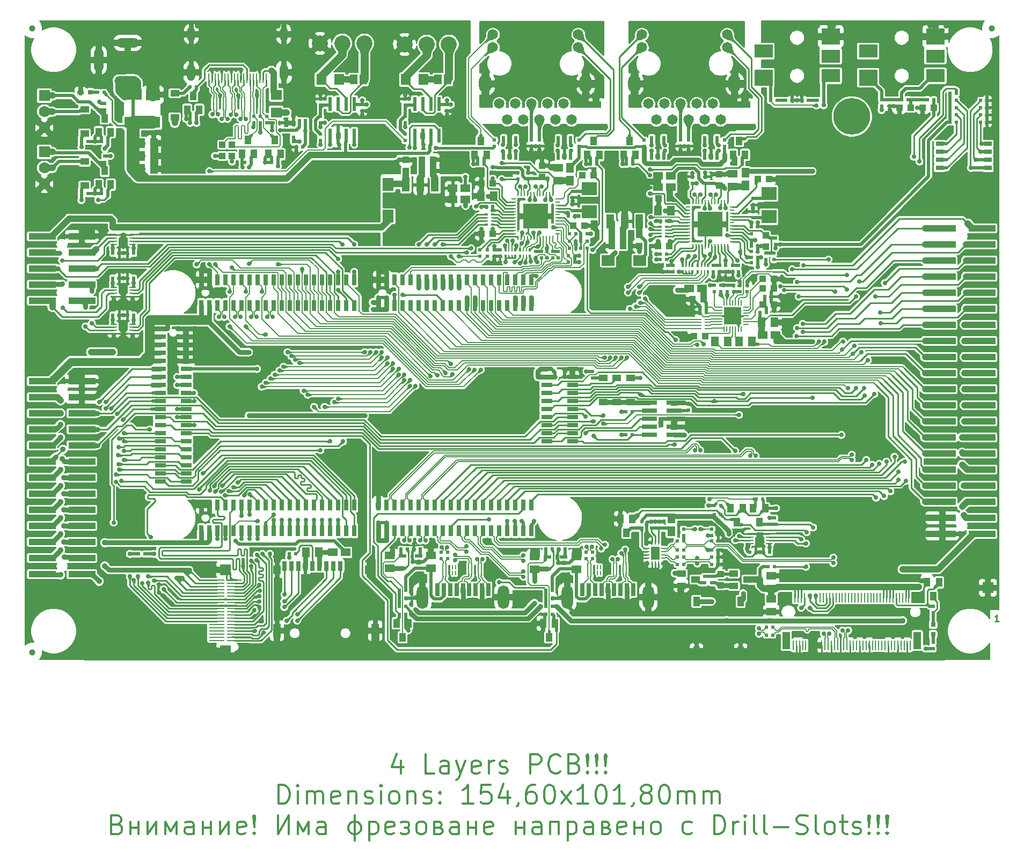
<source format=gbr>
G04 #@! TF.GenerationSoftware,KiCad,Pcbnew,5.1.0-rc2-unknown-036be7d~80~ubuntu16.04.1*
G04 #@! TF.CreationDate,2023-04-28T14:18:08+03:00*
G04 #@! TF.ProjectId,iMX8MPLUS-SOM-EVB_Rev_B,694d5838-4d50-44c5-9553-2d534f4d2d45,B*
G04 #@! TF.SameCoordinates,Original*
G04 #@! TF.FileFunction,Copper,L1,Top*
G04 #@! TF.FilePolarity,Positive*
%FSLAX46Y46*%
G04 Gerber Fmt 4.6, Leading zero omitted, Abs format (unit mm)*
G04 Created by KiCad (PCBNEW 5.1.0-rc2-unknown-036be7d~80~ubuntu16.04.1) date 2023-04-28 14:18:08*
%MOMM*%
%LPD*%
G04 APERTURE LIST*
%ADD10C,0.254000*%
%ADD11C,0.300000*%
%ADD12R,4.250000X1.000000*%
%ADD13R,0.500000X0.550000*%
%ADD14R,1.000000X0.250000*%
%ADD15R,1.422400X1.422400*%
%ADD16R,4.000000X4.000000*%
%ADD17R,0.650000X0.250000*%
%ADD18R,0.250000X0.650000*%
%ADD19R,2.999999X2.100000*%
%ADD20R,2.999999X2.500000*%
%ADD21O,1.300000X2.300000*%
%ADD22R,0.250000X1.600000*%
%ADD23O,1.300000X2.700000*%
%ADD24R,1.000000X1.400000*%
%ADD25R,0.700000X1.800000*%
%ADD26R,1.800000X0.700000*%
%ADD27C,1.000000*%
%ADD28R,1.800000X1.600000*%
%ADD29R,0.550000X0.500000*%
%ADD30R,0.200000X0.675000*%
%ADD31R,0.300000X0.775000*%
%ADD32R,1.524000X1.270000*%
%ADD33R,1.778000X1.016000*%
%ADD34R,1.270000X1.524000*%
%ADD35R,1.016000X1.016000*%
%ADD36R,2.000000X1.700000*%
%ADD37R,1.400000X1.000000*%
%ADD38R,2.286000X1.778000*%
%ADD39R,2.400000X0.250000*%
%ADD40R,1.800000X1.800000*%
%ADD41R,2.700000X1.800000*%
%ADD42O,2.000000X2.800000*%
%ADD43C,1.650000*%
%ADD44R,0.700000X1.600000*%
%ADD45R,1.200000X1.400000*%
%ADD46R,1.600000X1.400000*%
%ADD47R,1.200000X2.200000*%
%ADD48R,1.016000X1.524000*%
%ADD49O,1.500000X3.700000*%
%ADD50O,3.600000X1.500000*%
%ADD51O,3.900000X1.500000*%
%ADD52R,0.800000X0.800000*%
%ADD53R,2.400000X2.100000*%
%ADD54R,0.325000X0.625000*%
%ADD55R,0.250000X0.625000*%
%ADD56R,0.625000X0.325000*%
%ADD57R,0.625000X0.250000*%
%ADD58R,1.200000X0.550000*%
%ADD59C,1.778000*%
%ADD60R,1.778000X1.778000*%
%ADD61R,0.700000X2.000000*%
%ADD62O,1.800000X3.700000*%
%ADD63R,3.600000X2.200000*%
%ADD64R,1.219200X2.235200*%
%ADD65R,0.550000X1.200000*%
%ADD66R,1.700000X2.000000*%
%ADD67C,2.540000*%
%ADD68R,1.168400X1.600200*%
%ADD69R,1.524000X1.778000*%
%ADD70R,0.600000X2.200000*%
%ADD71R,2.400000X0.760000*%
%ADD72R,0.900000X0.200000*%
%ADD73R,0.200000X0.900000*%
%ADD74C,1.600000*%
%ADD75C,0.890000*%
%ADD76R,2.700000X2.700000*%
%ADD77R,0.700000X0.250000*%
%ADD78R,0.250000X0.700000*%
%ADD79R,1.400000X2.100000*%
%ADD80R,1.270000X0.760000*%
%ADD81R,1.200000X2.750000*%
%ADD82R,0.250000X1.550000*%
%ADD83C,5.800000*%
%ADD84C,0.900000*%
%ADD85C,0.700000*%
%ADD86C,1.524000*%
%ADD87C,2.032000*%
%ADD88C,1.270000*%
%ADD89C,0.762000*%
%ADD90C,0.508000*%
%ADD91C,1.016000*%
%ADD92C,0.406400*%
%ADD93C,0.203200*%
%ADD94C,0.152400*%
%ADD95C,0.177800*%
%ADD96C,0.025400*%
G04 APERTURE END LIST*
D10*
X212761285Y-125554619D02*
X212180714Y-125554619D01*
X212471000Y-125554619D02*
X212471000Y-124538619D01*
X212374238Y-124683761D01*
X212277476Y-124780523D01*
X212180714Y-124828904D01*
D11*
X118485000Y-147592142D02*
X118485000Y-149592142D01*
X117770714Y-146449285D02*
X117056428Y-148592142D01*
X118913571Y-148592142D01*
X123770714Y-149592142D02*
X122342142Y-149592142D01*
X122342142Y-146592142D01*
X126056428Y-149592142D02*
X126056428Y-148020714D01*
X125913571Y-147735000D01*
X125627857Y-147592142D01*
X125056428Y-147592142D01*
X124770714Y-147735000D01*
X126056428Y-149449285D02*
X125770714Y-149592142D01*
X125056428Y-149592142D01*
X124770714Y-149449285D01*
X124627857Y-149163571D01*
X124627857Y-148877857D01*
X124770714Y-148592142D01*
X125056428Y-148449285D01*
X125770714Y-148449285D01*
X126056428Y-148306428D01*
X127199285Y-147592142D02*
X127913571Y-149592142D01*
X128627857Y-147592142D02*
X127913571Y-149592142D01*
X127627857Y-150306428D01*
X127485000Y-150449285D01*
X127199285Y-150592142D01*
X130913571Y-149449285D02*
X130627857Y-149592142D01*
X130056428Y-149592142D01*
X129770714Y-149449285D01*
X129627857Y-149163571D01*
X129627857Y-148020714D01*
X129770714Y-147735000D01*
X130056428Y-147592142D01*
X130627857Y-147592142D01*
X130913571Y-147735000D01*
X131056428Y-148020714D01*
X131056428Y-148306428D01*
X129627857Y-148592142D01*
X132342142Y-149592142D02*
X132342142Y-147592142D01*
X132342142Y-148163571D02*
X132485000Y-147877857D01*
X132627857Y-147735000D01*
X132913571Y-147592142D01*
X133199285Y-147592142D01*
X134056428Y-149449285D02*
X134342142Y-149592142D01*
X134913571Y-149592142D01*
X135199285Y-149449285D01*
X135342142Y-149163571D01*
X135342142Y-149020714D01*
X135199285Y-148735000D01*
X134913571Y-148592142D01*
X134485000Y-148592142D01*
X134199285Y-148449285D01*
X134056428Y-148163571D01*
X134056428Y-148020714D01*
X134199285Y-147735000D01*
X134485000Y-147592142D01*
X134913571Y-147592142D01*
X135199285Y-147735000D01*
X138913571Y-149592142D02*
X138913571Y-146592142D01*
X140056428Y-146592142D01*
X140342142Y-146735000D01*
X140485000Y-146877857D01*
X140627857Y-147163571D01*
X140627857Y-147592142D01*
X140485000Y-147877857D01*
X140342142Y-148020714D01*
X140056428Y-148163571D01*
X138913571Y-148163571D01*
X143627857Y-149306428D02*
X143485000Y-149449285D01*
X143056428Y-149592142D01*
X142770714Y-149592142D01*
X142342142Y-149449285D01*
X142056428Y-149163571D01*
X141913571Y-148877857D01*
X141770714Y-148306428D01*
X141770714Y-147877857D01*
X141913571Y-147306428D01*
X142056428Y-147020714D01*
X142342142Y-146735000D01*
X142770714Y-146592142D01*
X143056428Y-146592142D01*
X143485000Y-146735000D01*
X143627857Y-146877857D01*
X145913571Y-148020714D02*
X146342142Y-148163571D01*
X146485000Y-148306428D01*
X146627857Y-148592142D01*
X146627857Y-149020714D01*
X146485000Y-149306428D01*
X146342142Y-149449285D01*
X146056428Y-149592142D01*
X144913571Y-149592142D01*
X144913571Y-146592142D01*
X145913571Y-146592142D01*
X146199285Y-146735000D01*
X146342142Y-146877857D01*
X146485000Y-147163571D01*
X146485000Y-147449285D01*
X146342142Y-147735000D01*
X146199285Y-147877857D01*
X145913571Y-148020714D01*
X144913571Y-148020714D01*
X147913571Y-149306428D02*
X148056428Y-149449285D01*
X147913571Y-149592142D01*
X147770714Y-149449285D01*
X147913571Y-149306428D01*
X147913571Y-149592142D01*
X147913571Y-148449285D02*
X147770714Y-146735000D01*
X147913571Y-146592142D01*
X148056428Y-146735000D01*
X147913571Y-148449285D01*
X147913571Y-146592142D01*
X149342142Y-149306428D02*
X149485000Y-149449285D01*
X149342142Y-149592142D01*
X149199285Y-149449285D01*
X149342142Y-149306428D01*
X149342142Y-149592142D01*
X149342142Y-148449285D02*
X149199285Y-146735000D01*
X149342142Y-146592142D01*
X149485000Y-146735000D01*
X149342142Y-148449285D01*
X149342142Y-146592142D01*
X150770714Y-149306428D02*
X150913571Y-149449285D01*
X150770714Y-149592142D01*
X150627857Y-149449285D01*
X150770714Y-149306428D01*
X150770714Y-149592142D01*
X150770714Y-148449285D02*
X150627857Y-146735000D01*
X150770714Y-146592142D01*
X150913571Y-146735000D01*
X150770714Y-148449285D01*
X150770714Y-146592142D01*
X99199285Y-154392142D02*
X99199285Y-151392142D01*
X99913571Y-151392142D01*
X100342142Y-151535000D01*
X100627857Y-151820714D01*
X100770714Y-152106428D01*
X100913571Y-152677857D01*
X100913571Y-153106428D01*
X100770714Y-153677857D01*
X100627857Y-153963571D01*
X100342142Y-154249285D01*
X99913571Y-154392142D01*
X99199285Y-154392142D01*
X102199285Y-154392142D02*
X102199285Y-152392142D01*
X102199285Y-151392142D02*
X102056428Y-151535000D01*
X102199285Y-151677857D01*
X102342142Y-151535000D01*
X102199285Y-151392142D01*
X102199285Y-151677857D01*
X103627857Y-154392142D02*
X103627857Y-152392142D01*
X103627857Y-152677857D02*
X103770714Y-152535000D01*
X104056428Y-152392142D01*
X104485000Y-152392142D01*
X104770714Y-152535000D01*
X104913571Y-152820714D01*
X104913571Y-154392142D01*
X104913571Y-152820714D02*
X105056428Y-152535000D01*
X105342142Y-152392142D01*
X105770714Y-152392142D01*
X106056428Y-152535000D01*
X106199285Y-152820714D01*
X106199285Y-154392142D01*
X108770714Y-154249285D02*
X108485000Y-154392142D01*
X107913571Y-154392142D01*
X107627857Y-154249285D01*
X107485000Y-153963571D01*
X107485000Y-152820714D01*
X107627857Y-152535000D01*
X107913571Y-152392142D01*
X108485000Y-152392142D01*
X108770714Y-152535000D01*
X108913571Y-152820714D01*
X108913571Y-153106428D01*
X107485000Y-153392142D01*
X110199285Y-152392142D02*
X110199285Y-154392142D01*
X110199285Y-152677857D02*
X110342142Y-152535000D01*
X110627857Y-152392142D01*
X111056428Y-152392142D01*
X111342142Y-152535000D01*
X111485000Y-152820714D01*
X111485000Y-154392142D01*
X112770714Y-154249285D02*
X113056428Y-154392142D01*
X113627857Y-154392142D01*
X113913571Y-154249285D01*
X114056428Y-153963571D01*
X114056428Y-153820714D01*
X113913571Y-153535000D01*
X113627857Y-153392142D01*
X113199285Y-153392142D01*
X112913571Y-153249285D01*
X112770714Y-152963571D01*
X112770714Y-152820714D01*
X112913571Y-152535000D01*
X113199285Y-152392142D01*
X113627857Y-152392142D01*
X113913571Y-152535000D01*
X115342142Y-154392142D02*
X115342142Y-152392142D01*
X115342142Y-151392142D02*
X115199285Y-151535000D01*
X115342142Y-151677857D01*
X115485000Y-151535000D01*
X115342142Y-151392142D01*
X115342142Y-151677857D01*
X117199285Y-154392142D02*
X116913571Y-154249285D01*
X116770714Y-154106428D01*
X116627857Y-153820714D01*
X116627857Y-152963571D01*
X116770714Y-152677857D01*
X116913571Y-152535000D01*
X117199285Y-152392142D01*
X117627857Y-152392142D01*
X117913571Y-152535000D01*
X118056428Y-152677857D01*
X118199285Y-152963571D01*
X118199285Y-153820714D01*
X118056428Y-154106428D01*
X117913571Y-154249285D01*
X117627857Y-154392142D01*
X117199285Y-154392142D01*
X119485000Y-152392142D02*
X119485000Y-154392142D01*
X119485000Y-152677857D02*
X119627857Y-152535000D01*
X119913571Y-152392142D01*
X120342142Y-152392142D01*
X120627857Y-152535000D01*
X120770714Y-152820714D01*
X120770714Y-154392142D01*
X122056428Y-154249285D02*
X122342142Y-154392142D01*
X122913571Y-154392142D01*
X123199285Y-154249285D01*
X123342142Y-153963571D01*
X123342142Y-153820714D01*
X123199285Y-153535000D01*
X122913571Y-153392142D01*
X122485000Y-153392142D01*
X122199285Y-153249285D01*
X122056428Y-152963571D01*
X122056428Y-152820714D01*
X122199285Y-152535000D01*
X122485000Y-152392142D01*
X122913571Y-152392142D01*
X123199285Y-152535000D01*
X124627857Y-154106428D02*
X124770714Y-154249285D01*
X124627857Y-154392142D01*
X124485000Y-154249285D01*
X124627857Y-154106428D01*
X124627857Y-154392142D01*
X124627857Y-152535000D02*
X124770714Y-152677857D01*
X124627857Y-152820714D01*
X124485000Y-152677857D01*
X124627857Y-152535000D01*
X124627857Y-152820714D01*
X129913571Y-154392142D02*
X128199285Y-154392142D01*
X129056428Y-154392142D02*
X129056428Y-151392142D01*
X128770714Y-151820714D01*
X128485000Y-152106428D01*
X128199285Y-152249285D01*
X132627857Y-151392142D02*
X131199285Y-151392142D01*
X131056428Y-152820714D01*
X131199285Y-152677857D01*
X131485000Y-152535000D01*
X132199285Y-152535000D01*
X132485000Y-152677857D01*
X132627857Y-152820714D01*
X132770714Y-153106428D01*
X132770714Y-153820714D01*
X132627857Y-154106428D01*
X132485000Y-154249285D01*
X132199285Y-154392142D01*
X131485000Y-154392142D01*
X131199285Y-154249285D01*
X131056428Y-154106428D01*
X135342142Y-152392142D02*
X135342142Y-154392142D01*
X134627857Y-151249285D02*
X133913571Y-153392142D01*
X135770714Y-153392142D01*
X137056428Y-154249285D02*
X137056428Y-154392142D01*
X136913571Y-154677857D01*
X136770714Y-154820714D01*
X139627857Y-151392142D02*
X139056428Y-151392142D01*
X138770714Y-151535000D01*
X138627857Y-151677857D01*
X138342142Y-152106428D01*
X138199285Y-152677857D01*
X138199285Y-153820714D01*
X138342142Y-154106428D01*
X138485000Y-154249285D01*
X138770714Y-154392142D01*
X139342142Y-154392142D01*
X139627857Y-154249285D01*
X139770714Y-154106428D01*
X139913571Y-153820714D01*
X139913571Y-153106428D01*
X139770714Y-152820714D01*
X139627857Y-152677857D01*
X139342142Y-152535000D01*
X138770714Y-152535000D01*
X138485000Y-152677857D01*
X138342142Y-152820714D01*
X138199285Y-153106428D01*
X141770714Y-151392142D02*
X142056428Y-151392142D01*
X142342142Y-151535000D01*
X142485000Y-151677857D01*
X142627857Y-151963571D01*
X142770714Y-152535000D01*
X142770714Y-153249285D01*
X142627857Y-153820714D01*
X142485000Y-154106428D01*
X142342142Y-154249285D01*
X142056428Y-154392142D01*
X141770714Y-154392142D01*
X141485000Y-154249285D01*
X141342142Y-154106428D01*
X141199285Y-153820714D01*
X141056428Y-153249285D01*
X141056428Y-152535000D01*
X141199285Y-151963571D01*
X141342142Y-151677857D01*
X141485000Y-151535000D01*
X141770714Y-151392142D01*
X143770714Y-154392142D02*
X145342142Y-152392142D01*
X143770714Y-152392142D02*
X145342142Y-154392142D01*
X148056428Y-154392142D02*
X146342142Y-154392142D01*
X147199285Y-154392142D02*
X147199285Y-151392142D01*
X146913571Y-151820714D01*
X146627857Y-152106428D01*
X146342142Y-152249285D01*
X149913571Y-151392142D02*
X150199285Y-151392142D01*
X150485000Y-151535000D01*
X150627857Y-151677857D01*
X150770714Y-151963571D01*
X150913571Y-152535000D01*
X150913571Y-153249285D01*
X150770714Y-153820714D01*
X150627857Y-154106428D01*
X150485000Y-154249285D01*
X150199285Y-154392142D01*
X149913571Y-154392142D01*
X149627857Y-154249285D01*
X149485000Y-154106428D01*
X149342142Y-153820714D01*
X149199285Y-153249285D01*
X149199285Y-152535000D01*
X149342142Y-151963571D01*
X149485000Y-151677857D01*
X149627857Y-151535000D01*
X149913571Y-151392142D01*
X153770714Y-154392142D02*
X152056428Y-154392142D01*
X152913571Y-154392142D02*
X152913571Y-151392142D01*
X152627857Y-151820714D01*
X152342142Y-152106428D01*
X152056428Y-152249285D01*
X155199285Y-154249285D02*
X155199285Y-154392142D01*
X155056428Y-154677857D01*
X154913571Y-154820714D01*
X156913571Y-152677857D02*
X156627857Y-152535000D01*
X156485000Y-152392142D01*
X156342142Y-152106428D01*
X156342142Y-151963571D01*
X156485000Y-151677857D01*
X156627857Y-151535000D01*
X156913571Y-151392142D01*
X157485000Y-151392142D01*
X157770714Y-151535000D01*
X157913571Y-151677857D01*
X158056428Y-151963571D01*
X158056428Y-152106428D01*
X157913571Y-152392142D01*
X157770714Y-152535000D01*
X157485000Y-152677857D01*
X156913571Y-152677857D01*
X156627857Y-152820714D01*
X156485000Y-152963571D01*
X156342142Y-153249285D01*
X156342142Y-153820714D01*
X156485000Y-154106428D01*
X156627857Y-154249285D01*
X156913571Y-154392142D01*
X157485000Y-154392142D01*
X157770714Y-154249285D01*
X157913571Y-154106428D01*
X158056428Y-153820714D01*
X158056428Y-153249285D01*
X157913571Y-152963571D01*
X157770714Y-152820714D01*
X157485000Y-152677857D01*
X159913571Y-151392142D02*
X160199285Y-151392142D01*
X160485000Y-151535000D01*
X160627857Y-151677857D01*
X160770714Y-151963571D01*
X160913571Y-152535000D01*
X160913571Y-153249285D01*
X160770714Y-153820714D01*
X160627857Y-154106428D01*
X160485000Y-154249285D01*
X160199285Y-154392142D01*
X159913571Y-154392142D01*
X159627857Y-154249285D01*
X159485000Y-154106428D01*
X159342142Y-153820714D01*
X159199285Y-153249285D01*
X159199285Y-152535000D01*
X159342142Y-151963571D01*
X159485000Y-151677857D01*
X159627857Y-151535000D01*
X159913571Y-151392142D01*
X162199285Y-154392142D02*
X162199285Y-152392142D01*
X162199285Y-152677857D02*
X162342142Y-152535000D01*
X162627857Y-152392142D01*
X163056428Y-152392142D01*
X163342142Y-152535000D01*
X163485000Y-152820714D01*
X163485000Y-154392142D01*
X163485000Y-152820714D02*
X163627857Y-152535000D01*
X163913571Y-152392142D01*
X164342142Y-152392142D01*
X164627857Y-152535000D01*
X164770714Y-152820714D01*
X164770714Y-154392142D01*
X166199285Y-154392142D02*
X166199285Y-152392142D01*
X166199285Y-152677857D02*
X166342142Y-152535000D01*
X166627857Y-152392142D01*
X167056428Y-152392142D01*
X167342142Y-152535000D01*
X167485000Y-152820714D01*
X167485000Y-154392142D01*
X167485000Y-152820714D02*
X167627857Y-152535000D01*
X167913571Y-152392142D01*
X168342142Y-152392142D01*
X168627857Y-152535000D01*
X168770714Y-152820714D01*
X168770714Y-154392142D01*
X73770714Y-157620714D02*
X74199285Y-157763571D01*
X74342142Y-157906428D01*
X74485000Y-158192142D01*
X74485000Y-158620714D01*
X74342142Y-158906428D01*
X74199285Y-159049285D01*
X73913571Y-159192142D01*
X72770714Y-159192142D01*
X72770714Y-156192142D01*
X73770714Y-156192142D01*
X74056428Y-156335000D01*
X74199285Y-156477857D01*
X74342142Y-156763571D01*
X74342142Y-157049285D01*
X74199285Y-157335000D01*
X74056428Y-157477857D01*
X73770714Y-157620714D01*
X72770714Y-157620714D01*
X75770714Y-158192142D02*
X77056428Y-158192142D01*
X75770714Y-157192142D02*
X75770714Y-159192142D01*
X77056428Y-157192142D02*
X77056428Y-159192142D01*
X78485000Y-157192142D02*
X78485000Y-159192142D01*
X79913571Y-157192142D01*
X79913571Y-159192142D01*
X81342142Y-159192142D02*
X81342142Y-157192142D01*
X82199285Y-158763571D01*
X83056428Y-157192142D01*
X83056428Y-159192142D01*
X85770714Y-159192142D02*
X85770714Y-157620714D01*
X85627857Y-157335000D01*
X85342142Y-157192142D01*
X84770714Y-157192142D01*
X84485000Y-157335000D01*
X85770714Y-159049285D02*
X85485000Y-159192142D01*
X84770714Y-159192142D01*
X84485000Y-159049285D01*
X84342142Y-158763571D01*
X84342142Y-158477857D01*
X84485000Y-158192142D01*
X84770714Y-158049285D01*
X85485000Y-158049285D01*
X85770714Y-157906428D01*
X87199285Y-158192142D02*
X88485000Y-158192142D01*
X87199285Y-157192142D02*
X87199285Y-159192142D01*
X88485000Y-157192142D02*
X88485000Y-159192142D01*
X89913571Y-157192142D02*
X89913571Y-159192142D01*
X91342142Y-157192142D01*
X91342142Y-159192142D01*
X93913571Y-159049285D02*
X93627857Y-159192142D01*
X93056428Y-159192142D01*
X92770714Y-159049285D01*
X92627857Y-158763571D01*
X92627857Y-157620714D01*
X92770714Y-157335000D01*
X93056428Y-157192142D01*
X93627857Y-157192142D01*
X93913571Y-157335000D01*
X94056428Y-157620714D01*
X94056428Y-157906428D01*
X92627857Y-158192142D01*
X95342142Y-158906428D02*
X95485000Y-159049285D01*
X95342142Y-159192142D01*
X95199285Y-159049285D01*
X95342142Y-158906428D01*
X95342142Y-159192142D01*
X95342142Y-158049285D02*
X95199285Y-156335000D01*
X95342142Y-156192142D01*
X95485000Y-156335000D01*
X95342142Y-158049285D01*
X95342142Y-156192142D01*
X99056428Y-156192142D02*
X99056428Y-159192142D01*
X100770714Y-156192142D01*
X100770714Y-159192142D01*
X102199285Y-159192142D02*
X102199285Y-157192142D01*
X103056428Y-158763571D01*
X103913571Y-157192142D01*
X103913571Y-159192142D01*
X106627857Y-159192142D02*
X106627857Y-157620714D01*
X106485000Y-157335000D01*
X106199285Y-157192142D01*
X105627857Y-157192142D01*
X105342142Y-157335000D01*
X106627857Y-159049285D02*
X106342142Y-159192142D01*
X105627857Y-159192142D01*
X105342142Y-159049285D01*
X105199285Y-158763571D01*
X105199285Y-158477857D01*
X105342142Y-158192142D01*
X105627857Y-158049285D01*
X106342142Y-158049285D01*
X106627857Y-157906428D01*
X111199285Y-156192142D02*
X111199285Y-160192142D01*
X110913571Y-157192142D02*
X111485000Y-157192142D01*
X111770714Y-157335000D01*
X112056428Y-157620714D01*
X112199285Y-157906428D01*
X112199285Y-158477857D01*
X112056428Y-158763571D01*
X111770714Y-159049285D01*
X111485000Y-159192142D01*
X110913571Y-159192142D01*
X110627857Y-159049285D01*
X110342142Y-158763571D01*
X110199285Y-158477857D01*
X110199285Y-157906428D01*
X110342142Y-157620714D01*
X110627857Y-157335000D01*
X110913571Y-157192142D01*
X113485000Y-157192142D02*
X113485000Y-160192142D01*
X113485000Y-157335000D02*
X113770714Y-157192142D01*
X114342142Y-157192142D01*
X114627857Y-157335000D01*
X114770714Y-157477857D01*
X114913571Y-157763571D01*
X114913571Y-158620714D01*
X114770714Y-158906428D01*
X114627857Y-159049285D01*
X114342142Y-159192142D01*
X113770714Y-159192142D01*
X113485000Y-159049285D01*
X117342142Y-159049285D02*
X117056428Y-159192142D01*
X116485000Y-159192142D01*
X116199285Y-159049285D01*
X116056428Y-158763571D01*
X116056428Y-157620714D01*
X116199285Y-157335000D01*
X116485000Y-157192142D01*
X117056428Y-157192142D01*
X117342142Y-157335000D01*
X117485000Y-157620714D01*
X117485000Y-157906428D01*
X116056428Y-158192142D01*
X119056428Y-158192142D02*
X119342142Y-158192142D01*
X118485000Y-157335000D02*
X118770714Y-157192142D01*
X119342142Y-157192142D01*
X119627857Y-157335000D01*
X119770714Y-157620714D01*
X119770714Y-157763571D01*
X119627857Y-158049285D01*
X119342142Y-158192142D01*
X119627857Y-158335000D01*
X119770714Y-158620714D01*
X119770714Y-158763571D01*
X119627857Y-159049285D01*
X119342142Y-159192142D01*
X118770714Y-159192142D01*
X118485000Y-159049285D01*
X121485000Y-159192142D02*
X121199285Y-159049285D01*
X121056428Y-158906428D01*
X120913571Y-158620714D01*
X120913571Y-157763571D01*
X121056428Y-157477857D01*
X121199285Y-157335000D01*
X121485000Y-157192142D01*
X121913571Y-157192142D01*
X122199285Y-157335000D01*
X122342142Y-157477857D01*
X122485000Y-157763571D01*
X122485000Y-158620714D01*
X122342142Y-158906428D01*
X122199285Y-159049285D01*
X121913571Y-159192142D01*
X121485000Y-159192142D01*
X124485000Y-158192142D02*
X124913571Y-158335000D01*
X125056428Y-158620714D01*
X125056428Y-158763571D01*
X124913571Y-159049285D01*
X124627857Y-159192142D01*
X123770714Y-159192142D01*
X123770714Y-157192142D01*
X124485000Y-157192142D01*
X124770714Y-157335000D01*
X124913571Y-157620714D01*
X124913571Y-157763571D01*
X124770714Y-158049285D01*
X124485000Y-158192142D01*
X123770714Y-158192142D01*
X127627857Y-159192142D02*
X127627857Y-157620714D01*
X127485000Y-157335000D01*
X127199285Y-157192142D01*
X126627857Y-157192142D01*
X126342142Y-157335000D01*
X127627857Y-159049285D02*
X127342142Y-159192142D01*
X126627857Y-159192142D01*
X126342142Y-159049285D01*
X126199285Y-158763571D01*
X126199285Y-158477857D01*
X126342142Y-158192142D01*
X126627857Y-158049285D01*
X127342142Y-158049285D01*
X127627857Y-157906428D01*
X129056428Y-158192142D02*
X130342142Y-158192142D01*
X129056428Y-157192142D02*
X129056428Y-159192142D01*
X130342142Y-157192142D02*
X130342142Y-159192142D01*
X132913571Y-159049285D02*
X132627857Y-159192142D01*
X132056428Y-159192142D01*
X131770714Y-159049285D01*
X131627857Y-158763571D01*
X131627857Y-157620714D01*
X131770714Y-157335000D01*
X132056428Y-157192142D01*
X132627857Y-157192142D01*
X132913571Y-157335000D01*
X133056428Y-157620714D01*
X133056428Y-157906428D01*
X131627857Y-158192142D01*
X136627857Y-158192142D02*
X137913571Y-158192142D01*
X136627857Y-157192142D02*
X136627857Y-159192142D01*
X137913571Y-157192142D02*
X137913571Y-159192142D01*
X140627857Y-159192142D02*
X140627857Y-157620714D01*
X140485000Y-157335000D01*
X140199285Y-157192142D01*
X139627857Y-157192142D01*
X139342142Y-157335000D01*
X140627857Y-159049285D02*
X140342142Y-159192142D01*
X139627857Y-159192142D01*
X139342142Y-159049285D01*
X139199285Y-158763571D01*
X139199285Y-158477857D01*
X139342142Y-158192142D01*
X139627857Y-158049285D01*
X140342142Y-158049285D01*
X140627857Y-157906428D01*
X142056428Y-159192142D02*
X142056428Y-157192142D01*
X143342142Y-157192142D01*
X143342142Y-159192142D01*
X144770714Y-157192142D02*
X144770714Y-160192142D01*
X144770714Y-157335000D02*
X145056428Y-157192142D01*
X145627857Y-157192142D01*
X145913571Y-157335000D01*
X146056428Y-157477857D01*
X146199285Y-157763571D01*
X146199285Y-158620714D01*
X146056428Y-158906428D01*
X145913571Y-159049285D01*
X145627857Y-159192142D01*
X145056428Y-159192142D01*
X144770714Y-159049285D01*
X148770714Y-159192142D02*
X148770714Y-157620714D01*
X148627857Y-157335000D01*
X148342142Y-157192142D01*
X147770714Y-157192142D01*
X147485000Y-157335000D01*
X148770714Y-159049285D02*
X148485000Y-159192142D01*
X147770714Y-159192142D01*
X147485000Y-159049285D01*
X147342142Y-158763571D01*
X147342142Y-158477857D01*
X147485000Y-158192142D01*
X147770714Y-158049285D01*
X148485000Y-158049285D01*
X148770714Y-157906428D01*
X150913571Y-158192142D02*
X151342142Y-158335000D01*
X151485000Y-158620714D01*
X151485000Y-158763571D01*
X151342142Y-159049285D01*
X151056428Y-159192142D01*
X150199285Y-159192142D01*
X150199285Y-157192142D01*
X150913571Y-157192142D01*
X151199285Y-157335000D01*
X151342142Y-157620714D01*
X151342142Y-157763571D01*
X151199285Y-158049285D01*
X150913571Y-158192142D01*
X150199285Y-158192142D01*
X153913571Y-159049285D02*
X153627857Y-159192142D01*
X153056428Y-159192142D01*
X152770714Y-159049285D01*
X152627857Y-158763571D01*
X152627857Y-157620714D01*
X152770714Y-157335000D01*
X153056428Y-157192142D01*
X153627857Y-157192142D01*
X153913571Y-157335000D01*
X154056428Y-157620714D01*
X154056428Y-157906428D01*
X152627857Y-158192142D01*
X155342142Y-158192142D02*
X156627857Y-158192142D01*
X155342142Y-157192142D02*
X155342142Y-159192142D01*
X156627857Y-157192142D02*
X156627857Y-159192142D01*
X158485000Y-159192142D02*
X158199285Y-159049285D01*
X158056428Y-158906428D01*
X157913571Y-158620714D01*
X157913571Y-157763571D01*
X158056428Y-157477857D01*
X158199285Y-157335000D01*
X158485000Y-157192142D01*
X158913571Y-157192142D01*
X159199285Y-157335000D01*
X159342142Y-157477857D01*
X159485000Y-157763571D01*
X159485000Y-158620714D01*
X159342142Y-158906428D01*
X159199285Y-159049285D01*
X158913571Y-159192142D01*
X158485000Y-159192142D01*
X164342142Y-159049285D02*
X164056428Y-159192142D01*
X163485000Y-159192142D01*
X163199285Y-159049285D01*
X163056428Y-158906428D01*
X162913571Y-158620714D01*
X162913571Y-157763571D01*
X163056428Y-157477857D01*
X163199285Y-157335000D01*
X163485000Y-157192142D01*
X164056428Y-157192142D01*
X164342142Y-157335000D01*
X167913571Y-159192142D02*
X167913571Y-156192142D01*
X168627857Y-156192142D01*
X169056428Y-156335000D01*
X169342142Y-156620714D01*
X169485000Y-156906428D01*
X169627857Y-157477857D01*
X169627857Y-157906428D01*
X169485000Y-158477857D01*
X169342142Y-158763571D01*
X169056428Y-159049285D01*
X168627857Y-159192142D01*
X167913571Y-159192142D01*
X170913571Y-159192142D02*
X170913571Y-157192142D01*
X170913571Y-157763571D02*
X171056428Y-157477857D01*
X171199285Y-157335000D01*
X171485000Y-157192142D01*
X171770714Y-157192142D01*
X172770714Y-159192142D02*
X172770714Y-157192142D01*
X172770714Y-156192142D02*
X172627857Y-156335000D01*
X172770714Y-156477857D01*
X172913571Y-156335000D01*
X172770714Y-156192142D01*
X172770714Y-156477857D01*
X174627857Y-159192142D02*
X174342142Y-159049285D01*
X174199285Y-158763571D01*
X174199285Y-156192142D01*
X176199285Y-159192142D02*
X175913571Y-159049285D01*
X175770714Y-158763571D01*
X175770714Y-156192142D01*
X177342142Y-158049285D02*
X179627857Y-158049285D01*
X180913571Y-159049285D02*
X181342142Y-159192142D01*
X182056428Y-159192142D01*
X182342142Y-159049285D01*
X182485000Y-158906428D01*
X182627857Y-158620714D01*
X182627857Y-158335000D01*
X182485000Y-158049285D01*
X182342142Y-157906428D01*
X182056428Y-157763571D01*
X181485000Y-157620714D01*
X181199285Y-157477857D01*
X181056428Y-157335000D01*
X180913571Y-157049285D01*
X180913571Y-156763571D01*
X181056428Y-156477857D01*
X181199285Y-156335000D01*
X181485000Y-156192142D01*
X182199285Y-156192142D01*
X182627857Y-156335000D01*
X184342142Y-159192142D02*
X184056428Y-159049285D01*
X183913571Y-158763571D01*
X183913571Y-156192142D01*
X185913571Y-159192142D02*
X185627857Y-159049285D01*
X185485000Y-158906428D01*
X185342142Y-158620714D01*
X185342142Y-157763571D01*
X185485000Y-157477857D01*
X185627857Y-157335000D01*
X185913571Y-157192142D01*
X186342142Y-157192142D01*
X186627857Y-157335000D01*
X186770714Y-157477857D01*
X186913571Y-157763571D01*
X186913571Y-158620714D01*
X186770714Y-158906428D01*
X186627857Y-159049285D01*
X186342142Y-159192142D01*
X185913571Y-159192142D01*
X187770714Y-157192142D02*
X188913571Y-157192142D01*
X188199285Y-156192142D02*
X188199285Y-158763571D01*
X188342142Y-159049285D01*
X188627857Y-159192142D01*
X188913571Y-159192142D01*
X189770714Y-159049285D02*
X190056428Y-159192142D01*
X190627857Y-159192142D01*
X190913571Y-159049285D01*
X191056428Y-158763571D01*
X191056428Y-158620714D01*
X190913571Y-158335000D01*
X190627857Y-158192142D01*
X190199285Y-158192142D01*
X189913571Y-158049285D01*
X189770714Y-157763571D01*
X189770714Y-157620714D01*
X189913571Y-157335000D01*
X190199285Y-157192142D01*
X190627857Y-157192142D01*
X190913571Y-157335000D01*
X192342142Y-158906428D02*
X192485000Y-159049285D01*
X192342142Y-159192142D01*
X192199285Y-159049285D01*
X192342142Y-158906428D01*
X192342142Y-159192142D01*
X192342142Y-158049285D02*
X192199285Y-156335000D01*
X192342142Y-156192142D01*
X192485000Y-156335000D01*
X192342142Y-158049285D01*
X192342142Y-156192142D01*
X193770714Y-158906428D02*
X193913571Y-159049285D01*
X193770714Y-159192142D01*
X193627857Y-159049285D01*
X193770714Y-158906428D01*
X193770714Y-159192142D01*
X193770714Y-158049285D02*
X193627857Y-156335000D01*
X193770714Y-156192142D01*
X193913571Y-156335000D01*
X193770714Y-158049285D01*
X193770714Y-156192142D01*
X195199285Y-158906428D02*
X195342142Y-159049285D01*
X195199285Y-159192142D01*
X195056428Y-159049285D01*
X195199285Y-158906428D01*
X195199285Y-159192142D01*
X195199285Y-158049285D02*
X195056428Y-156335000D01*
X195199285Y-156192142D01*
X195342142Y-156335000D01*
X195199285Y-158049285D01*
X195199285Y-156192142D01*
D12*
X203885000Y-63500000D03*
X210135000Y-63500000D03*
X203885000Y-66040000D03*
X210135000Y-66040000D03*
X203885000Y-68580000D03*
X210135000Y-68580000D03*
X203885000Y-71120000D03*
X210135000Y-71120000D03*
X203885000Y-73660000D03*
X210135000Y-73660000D03*
X203885000Y-76200000D03*
X210135000Y-76200000D03*
X203885000Y-78740000D03*
X210135000Y-78740000D03*
X203885000Y-81280000D03*
X210135000Y-81280000D03*
X203885000Y-83820000D03*
X210135000Y-83820000D03*
X203885000Y-86360000D03*
X210135000Y-86360000D03*
X203885000Y-88900000D03*
X210135000Y-88900000D03*
X203885000Y-91440000D03*
X210135000Y-91440000D03*
X203885000Y-93980000D03*
X210135000Y-93980000D03*
X203885000Y-96520000D03*
X210135000Y-96520000D03*
X203885000Y-99060000D03*
X210135000Y-99060000D03*
X203885000Y-101600000D03*
X210135000Y-101600000D03*
X203885000Y-104140000D03*
X210135000Y-104140000D03*
X203885000Y-106680000D03*
X210135000Y-106680000D03*
X203885000Y-109220000D03*
X210135000Y-109220000D03*
X203885000Y-111760000D03*
X210135000Y-111760000D03*
D13*
X167894000Y-107315000D03*
X168910000Y-107315000D03*
D14*
X173601001Y-113272000D03*
X173601001Y-112772000D03*
X173601001Y-112272000D03*
X173601001Y-111772000D03*
X176601001Y-111772000D03*
X176601001Y-112272000D03*
X176601001Y-112772000D03*
X176601001Y-113272000D03*
D12*
X68149000Y-74930000D03*
X61899000Y-74930000D03*
X68149000Y-72390000D03*
X61899000Y-72390000D03*
X68149000Y-69850000D03*
X61899000Y-69850000D03*
X68149000Y-67310000D03*
X61899000Y-67310000D03*
X68149000Y-64770000D03*
X61899000Y-64770000D03*
D13*
X210947000Y-46736000D03*
X209931000Y-46736000D03*
D15*
X139700000Y-61595000D03*
D16*
X139700000Y-61595000D03*
D17*
X143175000Y-58845000D03*
X143175000Y-59345000D03*
X143175000Y-59845000D03*
X143175000Y-60345000D03*
X143175000Y-60845000D03*
X143175000Y-61345000D03*
X143175000Y-61845000D03*
X143175000Y-62345000D03*
X143175000Y-62845000D03*
X143175000Y-63345000D03*
X143175000Y-63845000D03*
X143175000Y-64345000D03*
D18*
X142450000Y-65070000D03*
X141950000Y-65070000D03*
X141450000Y-65070000D03*
X140950000Y-65070000D03*
X140450000Y-65070000D03*
X139950000Y-65070000D03*
X139450000Y-65070000D03*
X138950000Y-65070000D03*
X138450000Y-65070000D03*
X137950000Y-65070000D03*
X137450000Y-65070000D03*
X136950000Y-65070000D03*
D17*
X136225000Y-64345000D03*
X136225000Y-63845000D03*
X136225000Y-63345000D03*
X136225000Y-62845000D03*
X136225000Y-62345000D03*
X136225000Y-61845000D03*
X136225000Y-61345000D03*
X136225000Y-60845000D03*
X136225000Y-60345000D03*
X136225000Y-59845000D03*
X136225000Y-59345000D03*
X136225000Y-58845000D03*
D18*
X136950000Y-58120000D03*
X137450000Y-58120000D03*
X137950000Y-58120000D03*
X138450000Y-58120000D03*
X138950000Y-58120000D03*
X139450000Y-58120000D03*
X139950000Y-58120000D03*
X140450000Y-58120000D03*
X140950000Y-58120000D03*
X141450000Y-58120000D03*
X141950000Y-58120000D03*
X142450000Y-58120000D03*
D15*
X167259000Y-62865000D03*
D16*
X167259000Y-62865000D03*
D17*
X170734000Y-60115000D03*
X170734000Y-60615000D03*
X170734000Y-61115000D03*
X170734000Y-61615000D03*
X170734000Y-62115000D03*
X170734000Y-62615000D03*
X170734000Y-63115000D03*
X170734000Y-63615000D03*
X170734000Y-64115000D03*
X170734000Y-64615000D03*
X170734000Y-65115000D03*
X170734000Y-65615000D03*
D18*
X170009000Y-66340000D03*
X169509000Y-66340000D03*
X169009000Y-66340000D03*
X168509000Y-66340000D03*
X168009000Y-66340000D03*
X167509000Y-66340000D03*
X167009000Y-66340000D03*
X166509000Y-66340000D03*
X166009000Y-66340000D03*
X165509000Y-66340000D03*
X165009000Y-66340000D03*
X164509000Y-66340000D03*
D17*
X163784000Y-65615000D03*
X163784000Y-65115000D03*
X163784000Y-64615000D03*
X163784000Y-64115000D03*
X163784000Y-63615000D03*
X163784000Y-63115000D03*
X163784000Y-62615000D03*
X163784000Y-62115000D03*
X163784000Y-61615000D03*
X163784000Y-61115000D03*
X163784000Y-60615000D03*
X163784000Y-60115000D03*
D18*
X164509000Y-59390000D03*
X165009000Y-59390000D03*
X165509000Y-59390000D03*
X166009000Y-59390000D03*
X166509000Y-59390000D03*
X167009000Y-59390000D03*
X167509000Y-59390000D03*
X168009000Y-59390000D03*
X168509000Y-59390000D03*
X169009000Y-59390000D03*
X169509000Y-59390000D03*
X170009000Y-59390000D03*
D19*
X186275000Y-36301000D03*
X175675000Y-35501000D03*
X186275000Y-39401000D03*
D20*
X175675000Y-39701000D03*
X186275000Y-33201000D03*
D19*
X202785000Y-36301000D03*
X192185000Y-35501000D03*
X202785000Y-39401000D03*
D20*
X192185000Y-39701000D03*
X202785000Y-33201000D03*
D21*
X100010000Y-32840000D03*
D22*
X97210000Y-39840000D03*
X96710000Y-39840000D03*
X96210000Y-39840000D03*
X95710000Y-39840000D03*
X95210000Y-39840000D03*
X94710000Y-39840000D03*
X94210000Y-39840000D03*
X93710000Y-39840000D03*
X93210000Y-39840000D03*
X92710000Y-39840000D03*
X92210000Y-39840000D03*
X91710000Y-39840000D03*
X91210000Y-39840000D03*
X90710000Y-39840000D03*
X90210000Y-39840000D03*
X89710000Y-39840000D03*
X89210000Y-39840000D03*
X88710000Y-39840000D03*
X88210000Y-39840000D03*
D21*
X85410000Y-32840000D03*
D23*
X85410000Y-38890000D03*
X100010000Y-38890000D03*
D24*
X131061460Y-49697640D03*
X132016500Y-51907440D03*
X130114040Y-51907440D03*
D25*
X98425000Y-71628000D03*
X98425000Y-75692000D03*
X97155000Y-71628000D03*
X97155000Y-75692000D03*
X95885000Y-71628000D03*
X95885000Y-75692000D03*
X94615000Y-71628000D03*
X94615000Y-75692000D03*
X93345000Y-71628000D03*
X93345000Y-75692000D03*
X92075000Y-71628000D03*
X92075000Y-75692000D03*
X90805000Y-71628000D03*
X90805000Y-75692000D03*
X89535000Y-71628000D03*
X89535000Y-75692000D03*
X88265000Y-71628000D03*
X88265000Y-75692000D03*
X86995000Y-71628000D03*
X86995000Y-75692000D03*
X99695000Y-75692000D03*
X99695000Y-71628000D03*
X100965000Y-75692000D03*
X100965000Y-71628000D03*
X102235000Y-75692000D03*
X102235000Y-71628000D03*
X103505000Y-75692000D03*
X103505000Y-71628000D03*
X104775000Y-75692000D03*
X104775000Y-71628000D03*
X106045000Y-75692000D03*
X106045000Y-71628000D03*
X107315000Y-75692000D03*
X107315000Y-71628000D03*
X108585000Y-75692000D03*
X108585000Y-71628000D03*
X109855000Y-75692000D03*
X109855000Y-71628000D03*
X111125000Y-75692000D03*
X111125000Y-71628000D03*
X126365000Y-71628000D03*
X126365000Y-75692000D03*
X125095000Y-71628000D03*
X125095000Y-75692000D03*
X123825000Y-71628000D03*
X123825000Y-75692000D03*
X122555000Y-71628000D03*
X122555000Y-75692000D03*
X121285000Y-71628000D03*
X121285000Y-75692000D03*
X120015000Y-71628000D03*
X120015000Y-75692000D03*
X118745000Y-71628000D03*
X118745000Y-75692000D03*
X117475000Y-71628000D03*
X117475000Y-75692000D03*
X116205000Y-71628000D03*
X116205000Y-75692000D03*
X114935000Y-71628000D03*
X114935000Y-75692000D03*
X127635000Y-75692000D03*
X127635000Y-71628000D03*
X128905000Y-75692000D03*
X128905000Y-71628000D03*
X130175000Y-75692000D03*
X130175000Y-71628000D03*
X131445000Y-75692000D03*
X131445000Y-71628000D03*
X132715000Y-75692000D03*
X132715000Y-71628000D03*
X133985000Y-75692000D03*
X133985000Y-71628000D03*
X135255000Y-75692000D03*
X135255000Y-71628000D03*
X136525000Y-75692000D03*
X136525000Y-71628000D03*
X137795000Y-75692000D03*
X137795000Y-71628000D03*
X139065000Y-75692000D03*
X139065000Y-71628000D03*
X126365000Y-107188000D03*
X126365000Y-111252000D03*
X125095000Y-107188000D03*
X125095000Y-111252000D03*
X123825000Y-107188000D03*
X123825000Y-111252000D03*
X122555000Y-107188000D03*
X122555000Y-111252000D03*
X121285000Y-107188000D03*
X121285000Y-111252000D03*
X120015000Y-107188000D03*
X120015000Y-111252000D03*
X118745000Y-107188000D03*
X118745000Y-111252000D03*
X117475000Y-107188000D03*
X117475000Y-111252000D03*
X116205000Y-107188000D03*
X116205000Y-111252000D03*
X114935000Y-107188000D03*
X114935000Y-111252000D03*
X127635000Y-111252000D03*
X127635000Y-107188000D03*
X128905000Y-111252000D03*
X128905000Y-107188000D03*
X130175000Y-111252000D03*
X130175000Y-107188000D03*
X131445000Y-111252000D03*
X131445000Y-107188000D03*
X132715000Y-111252000D03*
X132715000Y-107188000D03*
X133985000Y-111252000D03*
X133985000Y-107188000D03*
X135255000Y-111252000D03*
X135255000Y-107188000D03*
X136525000Y-111252000D03*
X136525000Y-107188000D03*
X137795000Y-111252000D03*
X137795000Y-107188000D03*
X139065000Y-111252000D03*
X139065000Y-107188000D03*
X98425000Y-107188000D03*
X98425000Y-111252000D03*
X97155000Y-107188000D03*
X97155000Y-111252000D03*
X95885000Y-107188000D03*
X95885000Y-111252000D03*
X94615000Y-107188000D03*
X94615000Y-111252000D03*
X93345000Y-107188000D03*
X93345000Y-111252000D03*
X92075000Y-107188000D03*
X92075000Y-111252000D03*
X90805000Y-107188000D03*
X90805000Y-111252000D03*
X89535000Y-107188000D03*
X89535000Y-111252000D03*
X88265000Y-107188000D03*
X88265000Y-111252000D03*
X86995000Y-107188000D03*
X86995000Y-111252000D03*
X99695000Y-111252000D03*
X99695000Y-107188000D03*
X100965000Y-111252000D03*
X100965000Y-107188000D03*
X102235000Y-111252000D03*
X102235000Y-107188000D03*
X103505000Y-111252000D03*
X103505000Y-107188000D03*
X104775000Y-111252000D03*
X104775000Y-107188000D03*
X106045000Y-111252000D03*
X106045000Y-107188000D03*
X107315000Y-111252000D03*
X107315000Y-107188000D03*
X108585000Y-111252000D03*
X108585000Y-107188000D03*
X109855000Y-111252000D03*
X109855000Y-107188000D03*
X111125000Y-111252000D03*
X111125000Y-107188000D03*
D26*
X84582000Y-90805000D03*
X80518000Y-90805000D03*
X84582000Y-89535000D03*
X80518000Y-89535000D03*
X84582000Y-88265000D03*
X80518000Y-88265000D03*
X84582000Y-86995000D03*
X80518000Y-86995000D03*
X84582000Y-85725000D03*
X80518000Y-85725000D03*
X84582000Y-84455000D03*
X80518000Y-84455000D03*
X84582000Y-83185000D03*
X80518000Y-83185000D03*
X84582000Y-81915000D03*
X80518000Y-81915000D03*
X84582000Y-80645000D03*
X80518000Y-80645000D03*
X84582000Y-79375000D03*
X80518000Y-79375000D03*
X80518000Y-92075000D03*
X84582000Y-92075000D03*
X80518000Y-93345000D03*
X84582000Y-93345000D03*
X80518000Y-94615000D03*
X84582000Y-94615000D03*
X80518000Y-95885000D03*
X84582000Y-95885000D03*
X80518000Y-97155000D03*
X84582000Y-97155000D03*
X80518000Y-98425000D03*
X84582000Y-98425000D03*
X80518000Y-99695000D03*
X84582000Y-99695000D03*
X80518000Y-100965000D03*
X84582000Y-100965000D03*
X80518000Y-102235000D03*
X84582000Y-102235000D03*
X80518000Y-103505000D03*
X84582000Y-103505000D03*
X145542000Y-97155000D03*
X141478000Y-97155000D03*
X145542000Y-95885000D03*
X141478000Y-95885000D03*
X145542000Y-94615000D03*
X141478000Y-94615000D03*
X145542000Y-93345000D03*
X141478000Y-93345000D03*
X145542000Y-92075000D03*
X141478000Y-92075000D03*
X145542000Y-90805000D03*
X141478000Y-90805000D03*
X145542000Y-89535000D03*
X141478000Y-89535000D03*
X145542000Y-88265000D03*
X141478000Y-88265000D03*
X145542000Y-86995000D03*
X141478000Y-86995000D03*
X145542000Y-85725000D03*
X141478000Y-85725000D03*
D27*
X60300000Y-130500000D03*
X211700000Y-31900000D03*
X60300000Y-31900000D03*
D24*
X84775040Y-44795440D03*
X86677500Y-44795440D03*
X85722460Y-42585640D03*
D28*
X98806000Y-42415000D03*
X98806000Y-45215000D03*
D13*
X85217000Y-46228001D03*
X86233000Y-46228001D03*
D29*
X95250000Y-46863000D03*
X95250000Y-45847000D03*
X96266000Y-46863000D03*
X96266000Y-45847000D03*
X97282000Y-45847000D03*
X97282000Y-46863000D03*
D13*
X99314000Y-46863000D03*
X98298000Y-46863000D03*
D30*
X88916000Y-44252500D03*
X89416000Y-44252500D03*
D31*
X89916000Y-44202500D03*
D30*
X90416000Y-44252500D03*
X90916000Y-44252500D03*
X90916000Y-43377500D03*
X90416000Y-43377500D03*
D31*
X89916000Y-43427500D03*
D30*
X89416000Y-43377500D03*
X88916000Y-43377500D03*
X91837000Y-44252500D03*
X92337000Y-44252500D03*
D31*
X92837000Y-44202500D03*
D30*
X93337000Y-44252500D03*
X93837000Y-44252500D03*
X93837000Y-43377500D03*
X93337000Y-43377500D03*
D31*
X92837000Y-43427500D03*
D30*
X92337000Y-43377500D03*
X91837000Y-43377500D03*
X94758000Y-44252500D03*
X95258000Y-44252500D03*
D31*
X95758000Y-44202500D03*
D30*
X96258000Y-44252500D03*
X96758000Y-44252500D03*
X96758000Y-43377500D03*
X96258000Y-43377500D03*
D31*
X95758000Y-43427500D03*
D30*
X95258000Y-43377500D03*
X94758000Y-43377500D03*
D32*
X123190000Y-117221000D03*
X123190000Y-115189000D03*
X116713000Y-117221000D03*
X116713000Y-115189000D03*
D29*
X162560000Y-49530000D03*
X162560000Y-50546000D03*
X163830000Y-49530000D03*
X163830000Y-50546000D03*
D33*
X172720000Y-43942000D03*
X172720000Y-47498000D03*
D29*
X164464999Y-55372000D03*
X164464999Y-56388000D03*
X166497000Y-55372000D03*
X166497000Y-56388000D03*
D34*
X161036000Y-60706000D03*
X159004000Y-60706000D03*
D13*
X174752000Y-66294000D03*
X173736000Y-66294000D03*
D35*
X159130999Y-58801000D03*
X160908999Y-58801000D03*
X159004000Y-66294000D03*
X160782000Y-66294000D03*
D29*
X161417000Y-70357999D03*
X161417000Y-69341999D03*
D35*
X176022000Y-66421000D03*
X176022000Y-64643000D03*
D32*
X170815000Y-56896000D03*
X170815000Y-54864000D03*
D35*
X168656000Y-54991000D03*
X168656000Y-56769000D03*
D13*
X174752000Y-63246000D03*
X173736000Y-63246000D03*
D29*
X169672000Y-70358000D03*
X169672000Y-69342000D03*
D13*
X159385000Y-62357000D03*
X160401000Y-62357000D03*
D29*
X160528000Y-70357999D03*
X160528000Y-69341999D03*
D13*
X174752000Y-67183000D03*
X173736000Y-67183000D03*
D29*
X173990000Y-59817000D03*
X173990000Y-58801000D03*
X173990000Y-60833000D03*
X173990000Y-61849000D03*
D35*
X156083000Y-66294000D03*
X156083000Y-64516000D03*
X151765000Y-64643001D03*
X153543000Y-64643001D03*
D34*
X103505000Y-114681000D03*
X105537000Y-114681000D03*
X77469999Y-54102000D03*
X79501999Y-54102000D03*
D36*
X156170000Y-68580000D03*
X151170000Y-68580000D03*
D37*
X68580000Y-56764000D03*
X68580000Y-52964000D03*
D38*
X79375000Y-42400000D03*
X79375000Y-46754000D03*
D39*
X92205000Y-128575000D03*
X92205000Y-128075000D03*
X92205000Y-127575000D03*
X92205000Y-127075000D03*
X92205000Y-126575000D03*
X92205000Y-126075000D03*
X92205000Y-125575000D03*
X92205000Y-125075000D03*
X92205000Y-124575000D03*
X92205000Y-124075000D03*
X92205000Y-123575000D03*
X92205000Y-123075000D03*
X92205000Y-122575000D03*
X92205000Y-122075000D03*
X92205000Y-121575000D03*
X92205000Y-121075000D03*
X92205000Y-120575000D03*
X92205000Y-120075000D03*
X92205000Y-119575000D03*
X89405000Y-128575000D03*
X89405000Y-128075000D03*
X89405000Y-127575000D03*
X89405000Y-127075000D03*
X89405000Y-126575000D03*
X89405000Y-126075000D03*
X89405000Y-125575000D03*
X89405000Y-125075000D03*
X89405000Y-124575000D03*
X89405000Y-124075000D03*
X89405000Y-123575000D03*
X89405000Y-123075000D03*
X89405000Y-122575000D03*
X89405000Y-122075000D03*
X89405000Y-121575000D03*
X89405000Y-121075000D03*
X89405000Y-120575000D03*
X89405000Y-120075000D03*
X89405000Y-119575000D03*
X92205000Y-119075000D03*
X89405000Y-119075000D03*
D40*
X90805000Y-130225000D03*
X90805000Y-117425000D03*
D41*
X76200000Y-46776999D03*
X76200000Y-42376999D03*
D34*
X172847000Y-56769000D03*
X172847000Y-54737000D03*
D32*
X161036000Y-55245000D03*
X159004000Y-55245000D03*
X161035998Y-57023000D03*
X159003998Y-57023000D03*
X109728000Y-114681000D03*
X107696000Y-114681000D03*
D42*
X171095000Y-40665000D03*
X155295000Y-40665000D03*
D43*
X169926000Y-32893000D03*
X169926000Y-34925000D03*
X156464000Y-32893000D03*
X156464000Y-34925000D03*
X168910000Y-46355000D03*
X167640000Y-43815000D03*
X166370000Y-46355000D03*
X165100000Y-43815000D03*
X163830000Y-46355000D03*
X162560000Y-43815000D03*
X161290000Y-46355000D03*
X160020000Y-43815000D03*
X158750000Y-46355000D03*
X157480000Y-43815000D03*
D44*
X108930000Y-116825000D03*
X107830000Y-116825000D03*
X106730000Y-116825000D03*
X105630000Y-116825000D03*
X104530000Y-116825000D03*
X103430000Y-116825000D03*
X102330000Y-116825000D03*
X101230000Y-116825000D03*
X100130000Y-116825000D03*
D45*
X98930000Y-117455000D03*
D46*
X113530000Y-117455000D03*
D47*
X98930000Y-127055000D03*
X114430000Y-127055000D03*
D48*
X172085000Y-130302000D03*
X172085000Y-122428000D03*
D49*
X70785000Y-36936000D03*
D50*
X75385000Y-34190000D03*
D51*
X75235000Y-40190000D03*
D52*
X67945000Y-42037000D03*
X69469000Y-42037000D03*
D53*
X176530000Y-61667000D03*
X176530000Y-57967000D03*
D13*
X120523000Y-114173000D03*
X121539000Y-114173000D03*
X119507000Y-114173000D03*
X118491000Y-114173000D03*
X174752000Y-68961000D03*
X173736000Y-68961000D03*
D29*
X171704001Y-69342000D03*
X171704001Y-70358000D03*
X167767000Y-69342000D03*
X167767000Y-70358000D03*
X168783000Y-70357999D03*
X168783000Y-69341999D03*
D13*
X160401000Y-67564000D03*
X159385000Y-67564000D03*
X160401000Y-68453000D03*
X159385000Y-68453000D03*
D29*
X170815001Y-70358000D03*
X170815001Y-69342000D03*
X173736000Y-64389000D03*
X173736000Y-65405000D03*
D13*
X172339000Y-53340000D03*
X171323000Y-53340000D03*
D29*
X169545000Y-49530000D03*
X169545000Y-50546000D03*
X156845000Y-49530000D03*
X156845000Y-50546000D03*
D13*
X155067000Y-53340000D03*
X154051000Y-53340000D03*
D29*
X177546000Y-66040000D03*
X177546000Y-65024000D03*
X176022000Y-68452999D03*
X176022000Y-67436999D03*
X177292000Y-68453000D03*
X177292000Y-67437000D03*
D35*
X176530000Y-55753000D03*
X174752000Y-55753000D03*
D13*
X174752000Y-68072000D03*
X173736000Y-68072000D03*
D35*
X151764999Y-66293999D03*
X153542999Y-66293999D03*
D13*
X68072000Y-58039000D03*
X69088000Y-58039000D03*
X100838000Y-114935000D03*
X101854000Y-114935000D03*
X70612000Y-42037001D03*
X71628000Y-42037001D03*
D54*
X164493000Y-69337500D03*
X164493000Y-70362500D03*
D55*
X163953000Y-69337500D03*
X163953000Y-70362500D03*
X163453000Y-69337500D03*
X163453000Y-70362500D03*
D54*
X162913000Y-69337500D03*
X162913000Y-70362500D03*
X165326000Y-70362499D03*
X165326000Y-69337499D03*
D55*
X165866000Y-70362499D03*
X165866000Y-69337499D03*
X166366000Y-70362499D03*
X166366000Y-69337499D03*
D54*
X166906000Y-70362499D03*
X166906000Y-69337499D03*
D56*
X159380500Y-63218000D03*
X160405500Y-63218000D03*
D57*
X159380500Y-63758000D03*
X160405500Y-63758000D03*
X159380500Y-64258000D03*
X160405500Y-64258000D03*
D56*
X159380500Y-64798000D03*
X160405500Y-64798000D03*
D48*
X165100000Y-130302000D03*
X165100000Y-122428000D03*
D30*
X129175000Y-117912500D03*
X129675000Y-117912500D03*
D31*
X130175000Y-117862500D03*
D30*
X130675000Y-117912500D03*
X131175000Y-117912500D03*
X131175000Y-117037500D03*
X130675000Y-117037500D03*
D31*
X130175000Y-117087500D03*
D30*
X129675000Y-117037500D03*
X129175000Y-117037500D03*
X127111000Y-117037500D03*
X126611000Y-117037500D03*
D31*
X126111000Y-117087500D03*
D30*
X125611000Y-117037500D03*
X125111000Y-117037500D03*
X125111000Y-117912500D03*
X125611000Y-117912500D03*
D31*
X126111000Y-117862500D03*
D30*
X126611000Y-117912500D03*
X127111000Y-117912500D03*
D58*
X121315000Y-117155001D03*
X121315000Y-116205001D03*
X121315000Y-115255001D03*
X118715000Y-117155001D03*
X118715000Y-115255001D03*
D59*
X62230000Y-56515000D03*
X62230000Y-53975000D03*
D60*
X62230000Y-51435000D03*
D61*
X132270000Y-120550000D03*
X127270000Y-120550000D03*
X124270000Y-120550000D03*
X126270000Y-120550000D03*
X128270000Y-120550000D03*
X130270000Y-120550000D03*
X131270000Y-120550000D03*
X125270000Y-120550000D03*
X129270000Y-120550000D03*
D62*
X134670000Y-121750000D03*
X121870000Y-121750000D03*
D63*
X153801199Y-56194001D03*
D64*
X156112599Y-62391801D03*
X153801199Y-62391801D03*
X151489799Y-62391801D03*
D13*
X78105000Y-114935000D03*
X77089000Y-114935000D03*
D65*
X103439000Y-46833000D03*
X102489000Y-46833000D03*
X101539000Y-46833000D03*
X103439000Y-49433000D03*
X101539000Y-49433000D03*
D35*
X90297000Y-50292000D03*
X90297000Y-52070000D03*
X91821000Y-50292000D03*
X91821000Y-52070000D03*
D13*
X102997000Y-50673001D03*
X101981000Y-50673001D03*
D37*
X82804000Y-45969000D03*
X82804000Y-42169000D03*
D24*
X93411040Y-51780440D03*
X95313500Y-51780440D03*
X94358460Y-49570640D03*
X97602040Y-51780440D03*
X99504500Y-51780440D03*
X98549460Y-49570640D03*
D13*
X85217000Y-41148000D03*
X86233000Y-41148000D03*
X93853000Y-53085999D03*
X94869000Y-53085999D03*
X98044000Y-53085999D03*
X99060000Y-53085999D03*
D29*
X124841000Y-114681000D03*
X124841000Y-115697000D03*
X125857000Y-114681000D03*
X125857000Y-115697000D03*
D24*
X119694960Y-125892560D03*
X117792500Y-125892560D03*
X118747540Y-128102360D03*
D13*
X119253000Y-120650000D03*
X118237000Y-120650000D03*
X119253000Y-121919999D03*
X118237000Y-121919999D03*
X118237000Y-124460001D03*
X119253000Y-124460001D03*
X118237000Y-123190000D03*
X119253000Y-123190000D03*
D24*
X170881040Y-51907440D03*
X172783500Y-51907440D03*
X171828460Y-49697640D03*
X153609040Y-51907440D03*
X155511500Y-51907440D03*
X154556460Y-49697640D03*
D29*
X139065000Y-49530000D03*
X139065000Y-50546000D03*
X140335000Y-49530000D03*
X140335000Y-50546000D03*
D33*
X149225000Y-43942000D03*
X149225000Y-47498000D03*
D32*
X143256000Y-56007000D03*
X143256000Y-53975000D03*
D29*
X136906000Y-54737000D03*
X136906000Y-55753000D03*
D35*
X140716000Y-53594000D03*
X140716000Y-55372000D03*
D29*
X138557000Y-54737000D03*
X138557000Y-55753000D03*
D13*
X145923000Y-61595000D03*
X144907000Y-61595000D03*
D34*
X133096000Y-58420000D03*
X131064000Y-58420000D03*
D29*
X141541500Y-68199000D03*
X141541500Y-67183000D03*
D13*
X146050001Y-65532000D03*
X145034001Y-65532000D03*
D35*
X131191000Y-56388000D03*
X132969000Y-56388000D03*
D13*
X131952999Y-60071000D03*
X132968999Y-60071000D03*
D35*
X131191000Y-64389000D03*
X132969000Y-64389000D03*
D29*
X133223000Y-67945000D03*
X133223000Y-66929000D03*
X134112000Y-67945000D03*
X134112000Y-66929000D03*
D13*
X146050000Y-66675001D03*
X145034000Y-66675001D03*
D35*
X147447000Y-63119000D03*
X145669000Y-63119000D03*
D29*
X145542000Y-58674000D03*
X145542000Y-57658000D03*
X145542000Y-59690000D03*
X145542000Y-60706000D03*
D35*
X119253000Y-52705000D03*
X119253000Y-54483000D03*
X123570999Y-54483000D03*
X121792999Y-54483000D03*
D66*
X116459000Y-56555001D03*
X116459000Y-61555001D03*
D24*
X147894040Y-51907440D03*
X149796500Y-51907440D03*
X148841460Y-49697640D03*
D34*
X145161000Y-56007001D03*
X145161000Y-53975001D03*
D32*
X128651000Y-57150000D03*
X126619000Y-57150000D03*
X128651000Y-58928000D03*
X126619000Y-58928000D03*
D42*
X147600000Y-40665000D03*
X131800000Y-40665000D03*
D43*
X146431000Y-32893000D03*
X146431000Y-34925000D03*
X132969000Y-32893000D03*
X132969000Y-34925000D03*
X145415000Y-46355000D03*
X144145000Y-43815000D03*
X142875000Y-46355000D03*
X141605000Y-43815000D03*
X140335000Y-46355000D03*
X139065000Y-43815000D03*
X137795000Y-46355000D03*
X136525000Y-43815000D03*
X135255000Y-46355000D03*
X133985000Y-43815000D03*
D53*
X148209000Y-60905000D03*
X148209000Y-57205000D03*
D13*
X145923000Y-68834001D03*
X144907000Y-68834001D03*
D29*
X143319500Y-67183000D03*
X143319500Y-68199000D03*
X142430500Y-67183000D03*
X142430500Y-68199000D03*
X140652500Y-67183000D03*
X140652500Y-68199000D03*
X139763500Y-67183000D03*
X139763500Y-68199000D03*
X130937001Y-66929000D03*
X130937001Y-67945000D03*
X132080000Y-66929000D03*
X132080000Y-67945000D03*
D13*
X145034001Y-64389000D03*
X146050001Y-64389000D03*
X149352000Y-53340000D03*
X148336000Y-53340000D03*
X131572000Y-53340000D03*
X130556000Y-53340000D03*
D29*
X146558000Y-49530000D03*
X146558000Y-50546000D03*
X133223000Y-49530000D03*
X133223000Y-50546000D03*
D35*
X148844000Y-55118000D03*
X147066000Y-55118000D03*
D13*
X147828000Y-64389000D03*
X146812000Y-64389000D03*
X147828000Y-65532000D03*
X146812000Y-65532000D03*
X147828000Y-66675000D03*
X146812000Y-66675000D03*
X145923000Y-67818000D03*
X144907000Y-67818000D03*
D35*
X123571000Y-52705001D03*
X121793000Y-52705001D03*
D54*
X136553000Y-66924500D03*
X136553000Y-67949500D03*
D55*
X136013000Y-66924500D03*
X136013000Y-67949500D03*
X135513000Y-66924500D03*
X135513000Y-67949500D03*
D54*
X134973000Y-66924500D03*
X134973000Y-67949500D03*
X137259000Y-67949500D03*
X137259000Y-66924500D03*
D55*
X137799000Y-67949500D03*
X137799000Y-66924500D03*
X138299000Y-67949500D03*
X138299000Y-66924500D03*
D54*
X138839000Y-67949500D03*
X138839000Y-66924500D03*
D56*
X131948499Y-61313000D03*
X132973499Y-61313000D03*
D57*
X131948499Y-61853000D03*
X132973499Y-61853000D03*
X131948499Y-62353000D03*
X132973499Y-62353000D03*
D56*
X131948499Y-62893000D03*
X132973499Y-62893000D03*
D63*
X121538999Y-62789000D03*
D64*
X119227599Y-56591200D03*
X121538999Y-56591200D03*
X123850399Y-56591200D03*
D29*
X112395000Y-43942000D03*
X112395000Y-44958000D03*
D13*
X109728000Y-50927000D03*
X108712000Y-50927000D03*
D67*
X112720000Y-34290000D03*
X105720000Y-34290000D03*
X109220000Y-34290000D03*
D68*
X112522000Y-40005000D03*
X110998000Y-40005000D03*
X110998000Y-40005000D03*
D69*
X105918000Y-40005000D03*
X108712000Y-40005000D03*
D29*
X105791000Y-45846999D03*
X105791000Y-46862999D03*
X105791000Y-44069000D03*
X105791000Y-43053000D03*
X105791000Y-49657000D03*
X105791000Y-48641000D03*
D70*
X107315001Y-43855000D03*
X108585001Y-43855000D03*
X109855001Y-43855000D03*
X111125001Y-43855000D03*
X111125001Y-48855000D03*
X109855001Y-48855000D03*
X108585001Y-48855000D03*
X107315001Y-48855000D03*
D29*
X125730000Y-43942000D03*
X125730000Y-44958000D03*
D13*
X123063000Y-50927000D03*
X122047000Y-50927000D03*
D67*
X126055000Y-34452001D03*
X119055000Y-34452001D03*
X122555000Y-34452001D03*
D68*
X125857000Y-40005000D03*
X124333000Y-40005000D03*
X124333000Y-40005000D03*
D69*
X119253000Y-40005000D03*
X122047000Y-40005000D03*
D29*
X119126001Y-45847000D03*
X119126001Y-46863000D03*
X119126000Y-44069000D03*
X119126000Y-43053000D03*
X119126000Y-49657000D03*
X119126000Y-48641000D03*
D70*
X120650000Y-43855000D03*
X121920000Y-43855000D03*
X123190000Y-43855000D03*
X124460000Y-43855000D03*
X124460000Y-48855000D03*
X123190000Y-48855000D03*
X121920000Y-48855000D03*
X120650000Y-48855000D03*
D24*
X70805040Y-56606440D03*
X72707500Y-56606440D03*
X71752460Y-54396640D03*
D29*
X71755000Y-53086000D03*
X71755000Y-52070000D03*
D13*
X72263000Y-58039000D03*
X71247000Y-58039000D03*
D37*
X68580000Y-48509000D03*
X68580000Y-44709000D03*
D24*
X70805040Y-48351440D03*
X72707500Y-48351440D03*
X71752460Y-46141640D03*
D60*
X62230000Y-42545000D03*
D59*
X62230000Y-45085000D03*
X62230000Y-47625000D03*
D13*
X68072000Y-49784000D03*
X69088000Y-49784000D03*
D29*
X71755000Y-44831000D03*
X71755000Y-43815000D03*
D13*
X72263000Y-49784000D03*
X71247000Y-49784000D03*
D71*
X157688500Y-94869000D03*
X157688500Y-93599000D03*
X157688500Y-91059000D03*
X157688500Y-92329000D03*
X157688500Y-96139000D03*
X161589500Y-91059000D03*
X161589500Y-92329000D03*
X161589500Y-93599000D03*
X161589500Y-94869000D03*
X161589500Y-96139000D03*
D37*
X154686000Y-87127000D03*
X154686000Y-90927000D03*
X152527000Y-87126999D03*
X152527000Y-90926999D03*
X150368000Y-87127000D03*
X150368000Y-90927000D03*
D29*
X148717000Y-87122000D03*
X148717000Y-86106000D03*
D13*
X154940000Y-96139000D03*
X153924000Y-96139000D03*
X154940000Y-92456000D03*
X153924000Y-92456000D03*
D29*
X163830000Y-91186000D03*
X163830000Y-92202000D03*
D13*
X181737000Y-43307000D03*
X182753000Y-43307000D03*
X180213000Y-43307000D03*
X179197000Y-43307000D03*
D35*
X177292000Y-71501000D03*
X175514000Y-71501000D03*
X177291999Y-73025000D03*
X175513999Y-73025000D03*
X164465000Y-74676000D03*
X166243000Y-74676000D03*
X164719000Y-80518000D03*
X166497000Y-80518000D03*
D13*
X165608000Y-75946000D03*
X166624000Y-75946000D03*
X165608000Y-76835000D03*
X166624000Y-76835000D03*
D34*
X171831000Y-81407000D03*
X173863000Y-81407000D03*
X170053000Y-81407000D03*
X168021000Y-81407000D03*
D29*
X173101000Y-73533000D03*
X173101000Y-72517000D03*
D13*
X176911000Y-74295000D03*
X175895000Y-74295000D03*
D35*
X200787000Y-44450000D03*
X202565000Y-44450000D03*
X177292000Y-75565000D03*
X175514000Y-75565000D03*
D34*
X177419000Y-78359000D03*
X175387000Y-78359000D03*
D35*
X197104000Y-44450000D03*
X198882000Y-44450000D03*
D29*
X194310000Y-44196000D03*
X194310000Y-43180000D03*
X195580000Y-44196000D03*
X195580000Y-43180000D03*
D32*
X163957000Y-73025000D03*
X165989000Y-73025000D03*
X177546000Y-80391000D03*
X175514000Y-80391000D03*
D29*
X168910000Y-72517000D03*
X168910000Y-73533000D03*
X169926000Y-72517000D03*
X169926000Y-73533000D03*
X170942000Y-72517000D03*
X170942000Y-73533000D03*
X171958000Y-72517000D03*
X171958000Y-73533000D03*
X167894000Y-72517000D03*
X167894000Y-73533000D03*
D13*
X185166000Y-43307000D03*
X184150000Y-43307000D03*
X176784000Y-43307000D03*
X177800000Y-43307000D03*
X176149000Y-76835000D03*
X175133000Y-76835000D03*
X202565000Y-43180000D03*
X201549000Y-43180000D03*
X198501000Y-43180000D03*
X197485000Y-43180000D03*
D57*
X166628500Y-79363000D03*
X165603500Y-79363000D03*
X166628500Y-78863000D03*
X165603500Y-78863000D03*
X166628500Y-78363000D03*
X165603500Y-78363000D03*
X166628500Y-77863000D03*
X165603500Y-77863000D03*
D72*
X168731180Y-75993000D03*
X168731180Y-76443000D03*
X168731180Y-76893000D03*
X168731180Y-77343000D03*
X168731180Y-77793000D03*
X168731180Y-78243000D03*
X168731180Y-78693000D03*
D73*
X169465000Y-79426820D03*
X169915000Y-79426820D03*
X170365000Y-79426820D03*
X170815000Y-79426820D03*
X171265000Y-79426820D03*
X171715000Y-79426820D03*
X172165000Y-79426820D03*
D72*
X172898820Y-78693000D03*
X172898820Y-78243000D03*
X172898820Y-77793000D03*
X172898820Y-77343000D03*
X172898820Y-76893000D03*
X172898820Y-76443000D03*
X172898820Y-75993000D03*
D73*
X172165000Y-75259180D03*
X171715000Y-75259180D03*
X171265000Y-75259180D03*
X170815000Y-75259180D03*
X170365000Y-75259180D03*
X169915000Y-75259180D03*
X169465000Y-75259180D03*
D74*
X170815000Y-77343000D03*
D75*
X169915000Y-76443000D03*
X169915000Y-78243000D03*
X171715000Y-76443000D03*
X171715000Y-78243000D03*
D76*
X170815000Y-77343000D03*
D32*
X146177000Y-117348000D03*
X146177000Y-115316000D03*
X139573000Y-115316000D03*
X139573000Y-117348000D03*
D29*
X147701000Y-115697000D03*
X147701000Y-114681000D03*
X148717000Y-114681000D03*
X148717000Y-115697000D03*
D24*
X141861540Y-128102359D03*
X140906500Y-125892559D03*
X142808960Y-125892559D03*
D13*
X144399000Y-114173000D03*
X143383000Y-114173000D03*
X141351000Y-114173000D03*
X142367000Y-114173000D03*
X142367000Y-120650000D03*
X141351000Y-120650000D03*
X141351000Y-121920000D03*
X142367000Y-121920000D03*
X141351000Y-124460000D03*
X142367000Y-124460000D03*
X141351000Y-123190000D03*
X142367000Y-123190000D03*
D58*
X141575000Y-115382000D03*
X141575000Y-117282000D03*
X144175000Y-115382000D03*
X144175000Y-116332000D03*
X144175000Y-117282000D03*
D30*
X152035000Y-117037500D03*
X152535000Y-117037500D03*
D31*
X153035000Y-117087500D03*
D30*
X153535000Y-117037500D03*
X154035000Y-117037500D03*
X154035000Y-117912500D03*
X153535000Y-117912500D03*
D31*
X153035000Y-117862500D03*
D30*
X152535000Y-117912500D03*
X152035000Y-117912500D03*
X149971000Y-117037500D03*
X149471000Y-117037500D03*
D31*
X148971000Y-117087500D03*
D30*
X148471000Y-117037500D03*
X147971000Y-117037500D03*
X147971000Y-117912500D03*
X148471000Y-117912500D03*
D31*
X148971000Y-117862500D03*
D30*
X149471000Y-117912500D03*
X149971000Y-117912500D03*
D62*
X144730000Y-121750000D03*
X157530000Y-121750000D03*
D61*
X152130000Y-120550000D03*
X148130000Y-120550000D03*
X154130000Y-120550000D03*
X153130000Y-120550000D03*
X151130000Y-120550000D03*
X149130000Y-120550000D03*
X147130000Y-120550000D03*
X150130000Y-120550000D03*
X155130000Y-120550000D03*
D13*
X76327000Y-77215999D03*
X75311000Y-77215999D03*
X75311000Y-71373999D03*
X76327000Y-71373999D03*
X76327000Y-67436999D03*
X75311000Y-67436999D03*
X73025000Y-77215999D03*
X74041000Y-77215999D03*
X74041000Y-71373999D03*
X73025000Y-71373999D03*
X74040999Y-67437000D03*
X73024999Y-67437000D03*
D14*
X76176000Y-78625000D03*
X76176000Y-79125000D03*
X76176000Y-79625000D03*
X76176000Y-80125000D03*
X73176000Y-80125000D03*
X73176000Y-79625000D03*
X73176000Y-79125000D03*
X73176000Y-78625000D03*
X73176000Y-72783000D03*
X73176000Y-73283000D03*
X73176000Y-73783000D03*
X73176000Y-74283000D03*
X76176000Y-74283000D03*
X76176000Y-73783000D03*
X76176000Y-73283000D03*
X76176000Y-72783000D03*
X76176000Y-66028000D03*
X76176000Y-65528000D03*
X76176000Y-65028000D03*
X76176000Y-64528000D03*
X73176000Y-64528000D03*
X73176000Y-65028000D03*
X73176000Y-65528000D03*
X73176000Y-66028000D03*
D13*
X177165001Y-127762000D03*
X176149001Y-127762000D03*
X176149000Y-126492000D03*
X177165000Y-126492000D03*
D29*
X159258000Y-110871000D03*
X159258000Y-109855000D03*
X157988000Y-109855001D03*
X157988000Y-110871001D03*
D13*
X173482000Y-114680999D03*
X174498000Y-114680999D03*
X175641000Y-114681000D03*
X176657000Y-114681000D03*
D35*
X168910000Y-119888000D03*
X168910000Y-118110000D03*
D32*
X176911000Y-118364000D03*
X176911000Y-120396000D03*
X176911000Y-122047000D03*
X176911000Y-124079000D03*
D37*
X170977560Y-118049040D03*
X170977560Y-119951500D03*
X173187360Y-118996460D03*
D34*
X161163000Y-109347000D03*
X161163000Y-111379000D03*
D13*
X209931000Y-45593000D03*
X210947000Y-45593000D03*
X210947000Y-44450000D03*
X209931000Y-44450000D03*
X210947000Y-43307000D03*
X209931000Y-43307000D03*
X205105000Y-43307000D03*
X206121000Y-43307000D03*
X206121000Y-44450000D03*
X205105000Y-44450000D03*
X205105000Y-45593000D03*
X206121000Y-45593000D03*
X206121000Y-46736000D03*
X205105000Y-46736000D03*
X205105000Y-42164000D03*
X206121000Y-42164000D03*
X168529000Y-112903000D03*
X167513000Y-112903000D03*
X168529000Y-114300000D03*
X167513000Y-114300000D03*
X167513000Y-115443000D03*
X168529000Y-115443000D03*
X167513000Y-116586000D03*
X168529000Y-116586000D03*
X163068000Y-112903000D03*
X162052000Y-112903000D03*
X162052000Y-114300000D03*
X163068000Y-114300000D03*
X163068000Y-115443000D03*
X162052000Y-115443000D03*
X162052000Y-116586000D03*
X163068000Y-116586000D03*
X176403000Y-116967000D03*
X177419000Y-116967000D03*
D29*
X167513000Y-118491000D03*
X167513000Y-119507000D03*
X166370001Y-119507000D03*
X166370001Y-118491000D03*
X167513000Y-112014001D03*
X167513000Y-110998001D03*
X163068000Y-112014001D03*
X163068000Y-110998001D03*
X202438000Y-124206000D03*
X202438000Y-123190000D03*
X202438000Y-128905000D03*
X202438000Y-129921000D03*
D52*
X202438000Y-127635000D03*
X202438000Y-126111000D03*
D24*
X202440540Y-121625360D03*
X201485500Y-119415560D03*
X203387960Y-119415560D03*
D37*
X164932359Y-118996460D03*
X162722559Y-119951500D03*
X162722559Y-118049040D03*
D77*
X157323000Y-114058000D03*
X157323000Y-114558000D03*
X157323000Y-115058000D03*
X157323000Y-115558000D03*
D78*
X159123000Y-116458000D03*
X158623000Y-116458000D03*
X158123000Y-116458000D03*
D77*
X159923000Y-114058000D03*
X159923000Y-115558000D03*
X159923000Y-115058000D03*
X159923000Y-114558000D03*
D78*
X158123000Y-113158000D03*
X158623000Y-113158000D03*
X159123000Y-113158000D03*
D79*
X158623000Y-114808000D03*
D65*
X159954000Y-49500000D03*
X158054000Y-49500000D03*
X159954000Y-52100000D03*
X159004000Y-52100000D03*
X158054000Y-52100000D03*
X168336000Y-49500000D03*
X166436000Y-49500000D03*
X168336000Y-52100000D03*
X167386000Y-52100000D03*
X166436000Y-52100000D03*
X134686000Y-52100000D03*
X135636000Y-52100000D03*
X136586000Y-52100000D03*
X134686000Y-49500000D03*
X136586000Y-49500000D03*
X143322001Y-52100000D03*
X144272001Y-52100000D03*
X145222001Y-52100000D03*
X143322001Y-49500000D03*
X145222001Y-49500000D03*
D34*
X79502000Y-52070000D03*
X77470000Y-52070000D03*
X77470000Y-50038000D03*
X79502000Y-50038000D03*
D60*
X211074000Y-120269000D03*
D80*
X203454000Y-50165000D03*
X203454000Y-51435000D03*
X203454000Y-52705000D03*
X203454000Y-53975000D03*
X211074000Y-53975000D03*
X211074000Y-52705000D03*
X211074000Y-51435000D03*
X211074000Y-50165000D03*
D12*
X68149000Y-118110000D03*
X61899000Y-118110000D03*
X68149000Y-115570000D03*
X61899000Y-115570000D03*
X68149000Y-113030000D03*
X61899000Y-113030000D03*
X68149000Y-110490000D03*
X61899000Y-110490000D03*
X68149000Y-107950000D03*
X61899000Y-107950000D03*
X68149000Y-105410000D03*
X61899000Y-105410000D03*
X68149000Y-102870000D03*
X61899000Y-102870000D03*
X68149000Y-100330000D03*
X61899000Y-100330000D03*
X68149000Y-97790000D03*
X61899000Y-97790000D03*
X68149000Y-95250000D03*
X61899000Y-95250000D03*
X68149000Y-92710000D03*
X61899000Y-92710000D03*
X68149000Y-90170000D03*
X61899000Y-90170000D03*
X68149000Y-87630000D03*
X61899000Y-87630000D03*
D24*
X154053540Y-111592360D03*
X153098500Y-109382560D03*
X155000960Y-109382560D03*
X172399960Y-107731560D03*
X170497500Y-107731560D03*
X171452540Y-109941360D03*
X175008540Y-109941360D03*
X174053500Y-107731560D03*
X175955960Y-107731560D03*
D29*
X156464000Y-110871000D03*
X156464000Y-109855000D03*
D13*
X167894000Y-108712000D03*
X168910000Y-108712000D03*
D29*
X177419000Y-109220000D03*
X177419000Y-110236000D03*
D13*
X174498000Y-106299000D03*
X175514000Y-106299000D03*
D81*
X179261000Y-128602999D03*
X199961000Y-128602999D03*
D82*
X198611000Y-121827999D03*
X198111000Y-121827999D03*
X197611000Y-121827999D03*
X197111000Y-121827999D03*
X196611000Y-121827999D03*
X196111000Y-121827999D03*
X195611000Y-121827999D03*
X195111000Y-121827999D03*
X194611000Y-121827999D03*
X194111000Y-121827999D03*
X193611000Y-121827999D03*
X193111000Y-121827999D03*
X192611000Y-121827999D03*
X192111000Y-121827999D03*
X191611000Y-121827999D03*
X191111000Y-121827999D03*
X190611000Y-121827999D03*
X190111000Y-121827999D03*
X189611000Y-121827999D03*
X189111000Y-121827999D03*
X188611000Y-121827999D03*
X188111000Y-121827999D03*
X187611000Y-121827999D03*
X187111000Y-121827999D03*
X186611000Y-121827999D03*
X186111000Y-121827999D03*
X185611000Y-121827999D03*
X185111000Y-121827999D03*
X184611000Y-121827999D03*
X182111000Y-121827999D03*
X181611000Y-121827999D03*
X181111000Y-121827999D03*
X180611000Y-121827999D03*
X180361000Y-129377999D03*
X180861000Y-129377999D03*
X181361000Y-129377999D03*
X181861000Y-129377999D03*
X182361000Y-129377999D03*
X184861000Y-129377999D03*
X185361000Y-129377999D03*
X185861000Y-129377999D03*
X186361000Y-129377999D03*
X186861000Y-129377999D03*
X187361000Y-129377999D03*
X187861000Y-129377999D03*
X188361000Y-129377999D03*
X188861000Y-129377999D03*
X189361000Y-129377999D03*
X189861000Y-129377999D03*
X190361000Y-129377999D03*
X190861000Y-129377999D03*
X191361000Y-129377999D03*
X191861000Y-129377999D03*
X192361000Y-129377999D03*
X192861000Y-129377999D03*
X193361000Y-129377999D03*
X193861000Y-129377999D03*
X194361000Y-129377999D03*
X194861000Y-129377999D03*
X195361000Y-129377999D03*
X195861000Y-129377999D03*
X196361000Y-129377999D03*
X196861000Y-129377999D03*
X197361000Y-129377999D03*
X197861000Y-129377999D03*
X198361000Y-129377999D03*
X198861000Y-129377999D03*
D83*
X189611000Y-45852999D03*
D84*
X76200000Y-52070000D03*
X76200000Y-54102000D03*
X78867000Y-79375000D03*
X78867000Y-80645000D03*
X78867000Y-81915000D03*
X78867000Y-83185000D03*
X78867000Y-84455000D03*
X76200000Y-50038000D03*
X78867000Y-77978000D03*
D85*
X95179390Y-47514256D03*
X96266000Y-48387000D03*
X117794999Y-117155001D03*
D84*
X100457000Y-55626000D03*
X100457000Y-45212000D03*
D85*
X112776000Y-93091000D03*
X94488000Y-93091000D03*
X94488000Y-83058000D03*
X120777000Y-123698000D03*
X139573000Y-119253000D03*
X139573000Y-122682000D03*
D84*
X79375000Y-40132000D03*
X79375000Y-34290000D03*
X80645000Y-54102000D03*
X80645000Y-52070000D03*
X80645000Y-50038000D03*
D85*
X74676000Y-71374000D03*
X74676000Y-74295000D03*
X74676000Y-67437000D03*
X74676000Y-64516000D03*
X74676000Y-77216000D03*
X74676000Y-80137000D03*
D84*
X86995000Y-70231000D03*
X88265000Y-70231000D03*
X83312000Y-79375000D03*
X83312000Y-83185000D03*
X83312000Y-84455000D03*
X83312000Y-80645000D03*
X83312000Y-81915000D03*
X85979000Y-79375000D03*
X85979000Y-80645000D03*
X85979000Y-81915000D03*
X85979000Y-83185000D03*
X85979000Y-84455000D03*
X86994979Y-72898021D03*
X88392000Y-72948083D03*
D85*
X86995000Y-108458000D03*
X88265000Y-108458000D03*
X80263999Y-119761001D03*
X89916000Y-42545000D03*
X103429996Y-115748996D03*
X92837000Y-42545000D03*
X80262717Y-121011179D03*
X98933000Y-116332000D03*
X88646000Y-38481000D03*
X90170000Y-38481000D03*
X91694000Y-38481000D03*
X93218000Y-38481000D03*
X95758000Y-42545000D03*
X96138996Y-38481000D03*
X126238000Y-118872000D03*
X120332500Y-116141500D03*
X128270000Y-121920000D03*
X131254500Y-121920000D03*
X130175000Y-118935500D03*
X117094000Y-114173000D03*
X143256000Y-116332000D03*
X139954000Y-114300000D03*
X114935000Y-105918000D03*
X153035000Y-118872000D03*
X149098000Y-118872000D03*
X151130000Y-121920000D03*
X154114500Y-121920000D03*
D84*
X204089000Y-131064000D03*
D85*
X169164000Y-112776000D03*
X169164000Y-114427000D03*
X169164000Y-115443000D03*
X169164000Y-116586000D03*
X178054000Y-124079000D03*
X178054000Y-118364000D03*
X159893000Y-109855000D03*
X158623000Y-109855000D03*
X175133000Y-114681000D03*
X156337000Y-117475000D03*
X158877000Y-117475000D03*
X162433000Y-120904000D03*
X163195000Y-94869000D03*
X163195000Y-93599000D03*
X163195000Y-91059000D03*
X146812000Y-86995000D03*
X144272000Y-86995000D03*
X196215000Y-44196000D03*
X180975000Y-43307000D03*
D84*
X184277000Y-33274000D03*
D85*
X113030000Y-44958000D03*
X108712000Y-50292000D03*
X101536500Y-45910500D03*
X101981000Y-51308000D03*
X106426000Y-43053000D03*
X126365000Y-44958000D03*
X122047000Y-50292000D03*
X114935000Y-72898000D03*
X116205000Y-72898000D03*
X119761000Y-43053000D03*
X120142000Y-52705000D03*
X123571000Y-53594000D03*
X131191000Y-57277000D03*
X131191000Y-60090811D03*
X131191000Y-63627000D03*
X147828000Y-47498000D03*
X150622000Y-47498000D03*
X135636000Y-50038000D03*
X144272000Y-50038000D03*
X139065000Y-51181000D03*
X138557000Y-53975000D03*
X132988779Y-54737000D03*
X141859000Y-53594000D03*
X145542000Y-59182000D03*
X146506598Y-61595000D03*
X146107171Y-66080903D03*
X133223000Y-68580000D03*
X148463000Y-63119000D03*
X151765000Y-63817500D03*
X162560000Y-51181000D03*
X159131000Y-59690000D03*
X158750000Y-62357000D03*
X156083000Y-67183000D03*
X159004000Y-50038000D03*
X167386000Y-50038000D03*
X171323000Y-47498000D03*
X173990000Y-47498000D03*
X166497000Y-54737000D03*
X148844000Y-54229000D03*
X173990000Y-60325000D03*
X174752000Y-62611000D03*
X175260000Y-66294000D03*
X159004000Y-65532000D03*
X159893000Y-70358000D03*
X173133510Y-71876570D03*
X171925490Y-71876570D03*
X168656000Y-71120000D03*
X178181000Y-71501000D03*
X178435000Y-78359000D03*
X177292000Y-76454000D03*
X146812000Y-86106000D03*
X144373600Y-86075010D03*
X114045998Y-115824000D03*
X200406006Y-119126000D03*
X163576000Y-81153000D03*
X177419000Y-55753000D03*
X164465000Y-54756821D03*
X140335000Y-51181000D03*
X163830000Y-51181000D03*
X112395000Y-45593000D03*
X119126000Y-42418000D03*
X125730000Y-45593000D03*
X169554351Y-55043184D03*
X164846000Y-76835000D03*
X163449000Y-74656157D03*
X180213000Y-42545000D03*
X181737000Y-42545000D03*
D84*
X200660000Y-33274000D03*
D85*
X170148773Y-70328251D03*
X114935000Y-70358000D03*
X116205000Y-70358000D03*
X105791000Y-42418000D03*
X195580000Y-44831000D03*
D84*
X209550000Y-31496000D03*
X207010000Y-31496000D03*
X204470000Y-31496000D03*
X201930000Y-31496000D03*
X199390000Y-31496000D03*
X196850000Y-31496000D03*
X194310000Y-31496000D03*
X191770000Y-31496000D03*
X189865000Y-31496000D03*
X186690000Y-31496000D03*
X184150000Y-31496000D03*
X181610000Y-31496000D03*
X179070000Y-31496000D03*
X176530000Y-31496000D03*
X176530000Y-33655000D03*
X179070000Y-33655000D03*
X191770000Y-33655000D03*
X194310000Y-33655000D03*
X212344000Y-34290000D03*
X212344000Y-36830000D03*
X212344000Y-39370000D03*
X209550000Y-39370000D03*
X212344000Y-115570000D03*
X212344000Y-118110000D03*
X209296000Y-120650000D03*
X212344000Y-123190000D03*
X209804000Y-123190000D03*
X209804000Y-131064000D03*
X207010000Y-131064000D03*
X201930000Y-131064000D03*
X199390000Y-131064000D03*
X196850000Y-131064000D03*
X194310000Y-131064000D03*
X191770000Y-131064000D03*
X189230000Y-131064000D03*
X186690000Y-131064000D03*
X184150000Y-131064000D03*
X181610000Y-131064000D03*
X179070000Y-131064000D03*
X176530000Y-131064000D03*
X173990000Y-131064000D03*
X168910000Y-131191000D03*
X166370000Y-131191000D03*
X163830000Y-131191000D03*
X161290000Y-131191000D03*
X158750000Y-131191000D03*
X156210000Y-131191000D03*
X153670000Y-131191000D03*
X151130000Y-131191000D03*
X148590000Y-131191000D03*
X146050000Y-131191000D03*
X143510000Y-131191000D03*
X140970000Y-131191000D03*
X138430000Y-131191000D03*
X135890000Y-131191000D03*
X133350000Y-131191000D03*
X130810000Y-131191000D03*
X128270000Y-131191000D03*
X125730000Y-131191000D03*
X123190000Y-131191000D03*
X120650000Y-131191000D03*
X118110000Y-131191000D03*
X115570000Y-131191000D03*
X113030000Y-131191000D03*
X110490000Y-131191000D03*
X107950000Y-131191000D03*
X105410000Y-131191000D03*
X102870000Y-131191000D03*
X100330000Y-131191000D03*
D85*
X96139000Y-123317000D03*
X96774000Y-127381000D03*
X96136684Y-121591245D03*
D84*
X97790000Y-131191000D03*
X95250000Y-131191000D03*
X92710000Y-131191000D03*
X88900000Y-131064000D03*
X86360000Y-131064000D03*
X83820000Y-131064000D03*
X81280000Y-131064000D03*
X78740000Y-131064000D03*
X76200000Y-131064000D03*
X73660000Y-131064000D03*
X71120000Y-131064000D03*
X68580000Y-131064000D03*
X66040000Y-131064000D03*
X71120000Y-128270000D03*
D85*
X93587808Y-116840000D03*
X94846620Y-116862380D03*
X114046000Y-118618000D03*
X98933000Y-118618000D03*
X96521104Y-125608590D03*
X95468357Y-127107124D03*
D84*
X60071000Y-121920000D03*
X60071000Y-85217000D03*
X60071000Y-81915000D03*
X60071000Y-78740000D03*
X60071000Y-62230000D03*
X59817000Y-37084000D03*
X59944000Y-54737000D03*
X59944000Y-58928000D03*
X59944000Y-49657000D03*
X59944000Y-46228000D03*
X59944000Y-41402000D03*
X62103000Y-39370000D03*
X64897000Y-31496000D03*
X67310000Y-31496000D03*
X69850000Y-31496000D03*
X72390000Y-31496000D03*
X74930000Y-31496000D03*
X77470000Y-31496000D03*
X80010000Y-31496000D03*
X82550000Y-31496000D03*
X86360000Y-31496000D03*
X88900000Y-31496000D03*
X91440000Y-31496000D03*
X93980000Y-31496000D03*
X96520000Y-31496000D03*
X99060000Y-31496000D03*
X101600000Y-31496000D03*
X104140000Y-31496000D03*
X106680000Y-31496000D03*
X109220000Y-31496000D03*
X111760000Y-31496000D03*
X114300000Y-31496000D03*
X116840000Y-31496000D03*
X119380000Y-31496000D03*
X121920000Y-31496000D03*
X124460000Y-31496000D03*
X127000000Y-31496000D03*
X128270000Y-33020000D03*
D85*
X135636000Y-49276000D03*
X144272000Y-49276000D03*
X159004000Y-49276000D03*
X167386000Y-49276000D03*
X139192000Y-114300000D03*
X146558000Y-114300000D03*
X145796000Y-114300000D03*
X163195000Y-50546000D03*
X139700000Y-50546000D03*
X96170046Y-119845101D03*
X88342000Y-117425000D03*
X87503000Y-117425000D03*
X85730590Y-106639068D03*
X140023956Y-68813606D03*
D84*
X96520000Y-59055000D03*
X96520000Y-61595000D03*
X100965000Y-61595000D03*
X100965000Y-59690000D03*
X104394000Y-61595000D03*
X104394000Y-59690000D03*
X108585000Y-61595000D03*
X108585000Y-59690000D03*
X110490000Y-59690000D03*
X110490000Y-61595000D03*
X110490000Y-55245000D03*
X108585000Y-55245000D03*
X108585000Y-57150000D03*
X110490000Y-57150000D03*
X93662500Y-61595000D03*
X91059000Y-61595000D03*
X87249000Y-61595000D03*
X84455000Y-61595000D03*
X80010000Y-61595000D03*
X84455000Y-53340000D03*
X84455000Y-50800000D03*
X87630000Y-53340000D03*
X87630000Y-50800000D03*
X102235000Y-41910000D03*
X102235000Y-43815000D03*
X102235000Y-40005000D03*
X102235000Y-38100000D03*
X115570000Y-38100000D03*
X115570000Y-40005000D03*
X115570000Y-43815000D03*
X115570000Y-41910000D03*
X115570000Y-48260000D03*
X115570000Y-50165000D03*
X113665000Y-50165000D03*
X113665000Y-48260000D03*
X122555000Y-90805000D03*
X120015000Y-90805000D03*
X127635000Y-90805000D03*
X125095000Y-90805000D03*
X130175000Y-90805000D03*
X132715000Y-90805000D03*
X137795000Y-90805000D03*
X135255000Y-90805000D03*
X122555000Y-93345000D03*
X120015000Y-93345000D03*
X137795000Y-93345000D03*
X132715000Y-93345000D03*
X125095000Y-93345000D03*
X135255000Y-93345000D03*
X127635000Y-93345000D03*
X130175000Y-93345000D03*
X117475000Y-102870000D03*
X114935000Y-102870000D03*
X117475000Y-100330000D03*
X114935000Y-100330000D03*
X110490000Y-102870000D03*
X110490000Y-100330000D03*
X110490000Y-97790000D03*
X92710000Y-92710000D03*
X90170000Y-92710000D03*
X92710000Y-90170000D03*
X90170000Y-90170000D03*
X90170000Y-87630000D03*
X96901000Y-90170000D03*
X96901000Y-91821000D03*
X88900000Y-81915000D03*
X88900000Y-84455000D03*
X91440000Y-84455000D03*
X86995000Y-97155000D03*
X86995000Y-98425000D03*
X76835000Y-82550000D03*
X74930000Y-82550000D03*
X65151000Y-81280000D03*
X67945000Y-81280000D03*
X66548000Y-86360000D03*
X67691000Y-86360000D03*
X64643000Y-60198000D03*
X69723000Y-63500000D03*
X75565000Y-61595000D03*
X75565000Y-59055000D03*
X80010000Y-59055000D03*
X71882000Y-121666000D03*
X67310000Y-124206000D03*
X105410000Y-127635000D03*
X103505000Y-127635000D03*
X107950000Y-127635000D03*
X111760000Y-127635000D03*
X107950000Y-125095000D03*
X105410000Y-125095000D03*
X110490000Y-125095000D03*
X107950000Y-122555000D03*
X110490000Y-122555000D03*
X103505000Y-118745000D03*
X105410000Y-118745000D03*
X103505000Y-120650000D03*
X110490000Y-120015000D03*
X110490000Y-117475000D03*
X123190000Y-127635000D03*
X125730000Y-127635000D03*
X128270000Y-127635000D03*
X130810000Y-127635000D03*
X146050000Y-127635000D03*
X148590000Y-127635000D03*
X151130000Y-127635000D03*
X153670000Y-127635000D03*
X156210000Y-127635000D03*
X163830000Y-128270000D03*
X166370000Y-128270000D03*
X173355000Y-128270000D03*
X170815000Y-128270000D03*
X191770000Y-127000000D03*
X194310000Y-127000000D03*
X196850000Y-127000000D03*
X194310000Y-123825000D03*
X191770000Y-123825000D03*
X194310000Y-118110000D03*
X194310000Y-115570000D03*
X200787000Y-111887000D03*
X199390000Y-115570000D03*
X200787000Y-109220000D03*
X202819000Y-115443000D03*
X190500000Y-114300000D03*
X190500000Y-116840000D03*
X190500000Y-111760000D03*
X190500000Y-109220000D03*
X190500000Y-106680000D03*
X186690000Y-109220000D03*
X186690000Y-111760000D03*
X186690000Y-114300000D03*
X186690000Y-106680000D03*
X184150000Y-106680000D03*
X181610000Y-106680000D03*
X179070000Y-106680000D03*
X181610000Y-97790000D03*
X179070000Y-97790000D03*
X186690000Y-97790000D03*
X184150000Y-97790000D03*
X190500000Y-97790000D03*
X179070000Y-95250000D03*
X190500000Y-95250000D03*
X186690000Y-95250000D03*
X184150000Y-95250000D03*
X181610000Y-95250000D03*
X186690000Y-92710000D03*
X181610000Y-92710000D03*
X184150000Y-92710000D03*
X179070000Y-92710000D03*
X190500000Y-92710000D03*
X195580000Y-98171000D03*
D85*
X185928000Y-82169000D03*
X185928000Y-76454000D03*
D84*
X193421000Y-62357000D03*
X207010000Y-120650000D03*
X204470000Y-120650000D03*
X204470000Y-123190000D03*
X207010000Y-123190000D03*
X189865000Y-67310000D03*
X187325000Y-67310000D03*
X189865000Y-62230000D03*
X187325000Y-62230000D03*
X187325000Y-57150000D03*
X189865000Y-57150000D03*
X189865000Y-52070000D03*
X192405000Y-52070000D03*
X187325000Y-52070000D03*
X195580000Y-52070000D03*
X181610000Y-67310000D03*
X181610000Y-62230000D03*
X181610000Y-57150000D03*
X181610000Y-52070000D03*
X181610000Y-46990000D03*
X177165000Y-46990000D03*
X177165000Y-52070000D03*
X71120000Y-33020000D03*
X78740000Y-33020000D03*
X87630000Y-33020000D03*
X90170000Y-33020000D03*
X92710000Y-33020000D03*
X95250000Y-33020000D03*
X97790000Y-33020000D03*
X102870000Y-33020000D03*
X102870000Y-35560000D03*
X99060000Y-35560000D03*
X96520000Y-35560000D03*
X93980000Y-35560000D03*
X91440000Y-35560000D03*
X88900000Y-35560000D03*
X86360000Y-35560000D03*
X128016000Y-41910000D03*
X128016000Y-40005000D03*
X128016000Y-38100000D03*
X128016000Y-43815000D03*
X128016000Y-46355000D03*
X128016000Y-48895000D03*
X189865000Y-33274000D03*
X179070000Y-36195000D03*
X181610000Y-36195000D03*
X199390000Y-36195000D03*
X196850000Y-36195000D03*
X189865000Y-36195000D03*
X189865000Y-38735000D03*
X189865000Y-41275000D03*
X199390000Y-38735000D03*
X179070000Y-38735000D03*
X179070000Y-41275000D03*
X174625000Y-92710000D03*
X174625000Y-95250000D03*
X169545000Y-95250000D03*
X169545000Y-98425000D03*
X68580000Y-63500000D03*
D85*
X199898000Y-44450000D03*
D84*
X70993000Y-89281000D03*
X76327000Y-125984000D03*
X69850000Y-126111000D03*
X139700000Y-125857000D03*
X152019000Y-109220000D03*
D85*
X175133000Y-112141000D03*
D84*
X60071000Y-124587000D03*
X59690000Y-128143000D03*
X70104000Y-50927000D03*
X204851000Y-48133000D03*
D85*
X179070000Y-69342000D03*
X160147000Y-112649000D03*
X140335000Y-111760000D03*
D84*
X78486000Y-93853000D03*
X146939000Y-71120000D03*
X203327000Y-57150000D03*
X210947000Y-57150000D03*
X210947000Y-60960000D03*
X153801199Y-58805199D03*
X153801199Y-60193801D03*
X155071199Y-60193801D03*
X155071199Y-58805199D03*
X152531199Y-58805199D03*
X152531199Y-60193801D03*
X151261199Y-58805199D03*
X151261199Y-60193801D03*
X151261199Y-57150000D03*
X151261199Y-55245000D03*
X151261199Y-53340000D03*
D85*
X165100000Y-56388000D03*
X171831000Y-56896000D03*
X173736000Y-62611000D03*
X169545000Y-57150000D03*
X160909000Y-58039000D03*
X160909000Y-62357000D03*
X160909000Y-65532000D03*
X161153402Y-68707000D03*
X167258126Y-65528622D03*
X169926000Y-64643000D03*
X169677598Y-60325000D03*
X158051500Y-51244500D03*
X168825198Y-60325000D03*
X158051500Y-50392087D03*
X168185200Y-58139186D03*
X160147000Y-50419000D03*
X167332800Y-58139186D03*
X160147000Y-51271413D03*
X167219789Y-60337964D03*
X166433500Y-51244500D03*
X166367389Y-60337964D03*
X166433500Y-50392087D03*
X165685200Y-58141327D03*
X168592500Y-51244500D03*
X164832800Y-58141327D03*
X168592500Y-50392087D03*
X157739578Y-55118000D03*
X157733992Y-58007999D03*
X157734564Y-54228442D03*
X157861000Y-61746686D03*
X168021000Y-68072000D03*
X162814000Y-68453000D03*
X167259000Y-67564000D03*
X163830000Y-67945000D03*
X164846000Y-67925179D03*
X166370000Y-67925179D03*
D84*
X163170000Y-40665000D03*
X160655000Y-40640000D03*
X158115000Y-40640000D03*
X165735000Y-40640000D03*
X168275000Y-40640000D03*
X165735000Y-38100000D03*
X160655000Y-38100000D03*
X163170000Y-38125000D03*
X160655000Y-35560000D03*
X165735000Y-35560000D03*
X163170000Y-35585000D03*
X165735000Y-33020000D03*
X160655000Y-33020000D03*
X163170000Y-33045000D03*
X158115000Y-33020000D03*
X168275000Y-33020000D03*
D85*
X73527410Y-102404988D03*
X70739000Y-59055000D03*
X74041000Y-101600000D03*
X68072000Y-59055000D03*
X73979272Y-100745159D03*
D84*
X70866000Y-119253000D03*
D85*
X73898778Y-99360781D03*
D84*
X65405000Y-115443000D03*
D85*
X74803000Y-100076000D03*
D84*
X64770000Y-118237000D03*
D85*
X73914000Y-98044000D03*
D84*
X65278000Y-113030000D03*
D85*
X74803000Y-98679000D03*
D84*
X64770000Y-114300000D03*
D85*
X74013609Y-96736972D03*
D84*
X65278000Y-110490000D03*
D85*
X74803000Y-97155000D03*
D84*
X64770000Y-111760000D03*
D85*
X74803004Y-95885000D03*
D84*
X64770000Y-109220000D03*
D85*
X85852000Y-94615000D03*
X100130000Y-121358000D03*
X102108000Y-124460000D03*
X83185561Y-93345561D03*
X83185000Y-92075000D03*
X78867000Y-95250000D03*
X102108000Y-125476000D03*
X73152000Y-109982000D03*
X74581946Y-93734449D03*
D84*
X64770000Y-106680000D03*
D85*
X70866000Y-90932000D03*
D84*
X64770000Y-94488000D03*
D85*
X95758000Y-85725000D03*
X92392497Y-112839503D03*
X71882000Y-90932000D03*
D84*
X64770000Y-96520000D03*
D85*
X100838045Y-115504797D03*
X83185000Y-86995000D03*
X71882000Y-91948000D03*
D84*
X65151000Y-98425000D03*
D85*
X83185000Y-88265000D03*
X100457018Y-125476000D03*
X72755467Y-91917656D03*
D84*
X64770000Y-101600000D03*
D85*
X85826600Y-89535000D03*
X100076000Y-123317000D03*
X73691135Y-92803624D03*
D84*
X64770000Y-104140000D03*
D85*
X100075439Y-122427439D03*
X85852000Y-90805000D03*
X90669430Y-105664000D03*
X95403896Y-123754661D03*
X157860439Y-63627561D03*
X101188010Y-83662010D03*
X98425000Y-109601000D03*
X113665000Y-83058000D03*
X93726000Y-105664000D03*
X95745190Y-115939312D03*
X98425000Y-108712010D03*
X157861000Y-62738000D03*
X100583550Y-83057553D03*
X112776000Y-83054571D03*
X94615000Y-105537006D03*
X95758000Y-115062000D03*
X158750000Y-67564000D03*
X95885006Y-112522000D03*
X99949000Y-85344000D03*
X115443000Y-83947000D03*
X96646439Y-114935561D03*
X94615000Y-108711994D03*
X158750000Y-68453000D03*
X94614992Y-112522000D03*
X99314000Y-85979000D03*
X116332000Y-83947000D03*
X97790000Y-114935000D03*
X93345000Y-108858821D03*
X98552000Y-86614000D03*
X172021500Y-67246500D03*
X93344994Y-112522000D03*
X116332000Y-84836000D03*
X97917000Y-87249000D03*
X95885000Y-109727992D03*
X171577000Y-68580000D03*
X117221000Y-84836000D03*
X79013876Y-112278499D03*
X78635911Y-118491000D03*
X70231000Y-49784000D03*
X70231000Y-58039000D03*
X76327000Y-77978000D03*
X76327000Y-72136000D03*
X76327000Y-66675000D03*
X83947000Y-118745000D03*
X83058000Y-118745000D03*
X89535000Y-112522000D03*
X90805000Y-112522000D03*
X97028000Y-53086000D03*
X116205000Y-112776000D03*
X114935000Y-112776000D03*
X153289000Y-96139000D03*
X153289000Y-92456000D03*
X163195000Y-96139000D03*
X142748000Y-86995000D03*
X84582000Y-46228000D03*
X113030000Y-43942000D03*
X147701000Y-86106000D03*
X93472000Y-53847990D03*
X105791000Y-47498000D03*
X103439000Y-48072000D03*
X119126000Y-47498000D03*
X126365000Y-43942000D03*
X129921000Y-53340000D03*
X153416000Y-53340000D03*
X147701000Y-53340000D03*
X146558000Y-67818000D03*
X146558000Y-68834000D03*
X148463000Y-64389000D03*
X141541500Y-66611500D03*
X135001000Y-68834000D03*
X160172401Y-60706000D03*
X174371000Y-65405000D03*
X177546000Y-66675000D03*
X169672000Y-68580000D03*
X175260000Y-68072000D03*
X162306000Y-70358000D03*
X174752000Y-69596000D03*
X169395474Y-72517000D03*
X162814000Y-73279000D03*
X142646400Y-86090442D03*
X173101000Y-114046000D03*
X119634000Y-127000008D03*
X132207000Y-58420000D03*
X140081000Y-86995000D03*
X140081000Y-86106000D03*
X114935000Y-109982000D03*
X116205000Y-109982000D03*
X112395000Y-43307000D03*
X125730000Y-43307000D03*
X170701766Y-53282090D03*
X178308000Y-66040000D03*
X85217000Y-46863000D03*
X106426000Y-46863000D03*
X162052000Y-73279000D03*
D84*
X64770000Y-92710000D03*
D85*
X177673000Y-107696000D03*
D84*
X207264000Y-108839000D03*
D85*
X73025000Y-66675000D03*
X73025000Y-72136000D03*
X73025000Y-77978000D03*
X143002000Y-123190000D03*
X169862500Y-119888000D03*
X140462000Y-123190000D03*
X114935000Y-74422000D03*
X116205000Y-74422000D03*
X82804000Y-46863000D03*
D84*
X73025004Y-63373000D03*
D85*
X176657000Y-113919000D03*
D84*
X169862500Y-125476000D03*
X176657000Y-125476000D03*
X197612000Y-125476000D03*
D85*
X120142000Y-124587000D03*
X177546000Y-81407000D03*
X173863000Y-54483000D03*
X168973498Y-53213000D03*
X152247600Y-67335400D03*
X123952000Y-50800000D03*
X183388000Y-81407000D03*
X183388014Y-54483000D03*
D84*
X114045986Y-63373000D03*
D85*
X82804000Y-63373000D03*
X114046000Y-76327000D03*
X114046000Y-75184000D03*
X157194993Y-53295983D03*
X70866000Y-43561000D03*
X72644000Y-52070000D03*
D84*
X73025000Y-62357000D03*
X73025000Y-83058000D03*
X69596000Y-83058000D03*
X64770000Y-90678000D03*
X71755000Y-113157000D03*
X71755000Y-116840000D03*
D85*
X170180000Y-111760000D03*
X176657000Y-109220000D03*
D84*
X197612000Y-117348000D03*
D85*
X101776463Y-84278718D03*
X99695000Y-109601000D03*
X114554000Y-83058000D03*
X157861000Y-64516000D03*
X91301299Y-104990273D03*
X96139043Y-122443653D03*
X157847686Y-65368308D03*
X102492022Y-84741947D03*
X100965000Y-109601000D03*
X115443000Y-83058000D03*
X92081751Y-104399590D03*
X96174496Y-120739672D03*
X102235000Y-109601000D03*
X167764076Y-71088124D03*
X118110000Y-86614000D03*
X103124000Y-89154000D03*
X92742748Y-103679925D03*
X94847180Y-115972818D03*
X103505000Y-109601000D03*
X171704000Y-70993000D03*
X118999000Y-86614000D03*
X103759000Y-89789000D03*
X90075436Y-105052627D03*
X81026000Y-120523000D03*
X104775000Y-91694000D03*
X104775000Y-109601000D03*
X120777000Y-88392000D03*
X156083000Y-73660000D03*
X90282585Y-104187350D03*
X75711876Y-118491000D03*
X106426000Y-91694000D03*
X106045000Y-109601000D03*
X119888000Y-88392000D03*
X156083000Y-72771000D03*
X78613000Y-119507000D03*
X89207681Y-105087623D03*
X154305000Y-73660000D03*
X107950000Y-90962990D03*
X107315000Y-109601000D03*
X119888000Y-87503000D03*
X89023773Y-104255286D03*
X76350528Y-119055562D03*
X108599870Y-90411378D03*
X108585000Y-109601000D03*
X118999000Y-87503000D03*
X154305000Y-72771000D03*
X88378289Y-104878826D03*
X76970688Y-118461533D03*
X73561466Y-103525682D03*
X68072000Y-50673000D03*
X86614000Y-104725988D03*
X77654910Y-119553091D03*
X74399575Y-103354461D03*
X71755000Y-50927000D03*
D84*
X207391000Y-78740000D03*
D85*
X193421000Y-106045000D03*
D84*
X65278000Y-107950000D03*
D85*
X139446000Y-109728000D03*
D84*
X65278000Y-105410000D03*
D85*
X137541000Y-109728000D03*
D84*
X207391000Y-81280000D03*
D85*
X194691000Y-105791000D03*
D84*
X65278000Y-102870000D03*
D85*
X136398000Y-109728000D03*
D84*
X207391000Y-83820000D03*
D85*
X195707000Y-105029000D03*
X135255000Y-109728000D03*
D84*
X65024000Y-99949000D03*
X207391000Y-86360000D03*
D85*
X198120000Y-103378000D03*
X150669369Y-113490631D03*
X153241631Y-114855369D03*
D84*
X207391000Y-88900000D03*
D85*
X196977000Y-103251000D03*
X150066631Y-114093369D03*
X153844369Y-114252631D03*
X196977000Y-101981000D03*
D84*
X207391000Y-91440000D03*
D85*
X147782801Y-113792000D03*
X137795000Y-115143800D03*
X197993000Y-100330000D03*
D84*
X207391000Y-93980000D03*
D85*
X137795000Y-115996200D03*
X148635200Y-113792000D03*
X196342000Y-99568000D03*
X207010000Y-96520000D03*
X152711200Y-115771498D03*
X137795000Y-117683800D03*
X195072000Y-100330000D03*
X207010000Y-98933000D03*
X151858800Y-115771498D03*
X137795000Y-118536200D03*
X165735000Y-110998000D03*
X165716700Y-98552000D03*
X165227000Y-115570000D03*
X164846000Y-110998000D03*
X164864300Y-98552000D03*
X165227000Y-116459000D03*
X118953800Y-112776000D03*
X127060602Y-115933087D03*
X174416200Y-99441000D03*
X174976418Y-126700800D03*
X119806200Y-112776000D03*
X127060602Y-115080687D03*
X174976418Y-127553200D03*
X173563800Y-99441000D03*
X125775200Y-113895917D03*
X121493800Y-112799083D03*
X189611000Y-99268800D03*
X188184800Y-127000000D03*
X124922800Y-113895917D03*
X122346200Y-112799083D03*
X189037200Y-127000000D03*
X189611000Y-100121200D03*
X131351200Y-115771398D03*
X128778000Y-114599200D03*
X191897000Y-100076000D03*
X207010000Y-107442000D03*
X130498800Y-115771398D03*
X128778000Y-113746800D03*
X192786000Y-100838000D03*
X207264000Y-104140000D03*
X133985000Y-119380000D03*
X132334000Y-109474000D03*
X193929000Y-100711000D03*
X207010000Y-100838000D03*
X200279000Y-52959000D03*
X187960000Y-96139000D03*
X148844000Y-93980000D03*
X148844000Y-96266000D03*
X147574000Y-95885000D03*
X147573439Y-93218561D03*
X171831000Y-92964000D03*
X171831000Y-112141000D03*
X150368000Y-93091000D03*
X150368000Y-94361000D03*
X210058000Y-50165000D03*
X193167000Y-89662000D03*
X156210000Y-87122000D03*
X156210000Y-89769188D03*
X167513000Y-122428000D03*
X167894000Y-90805000D03*
X161798000Y-81153000D03*
X185928000Y-68453000D03*
X183388000Y-90297000D03*
X209931000Y-51435000D03*
X191643000Y-89916000D03*
X209169000Y-52705000D03*
X191516000Y-88773000D03*
X208407000Y-53975000D03*
X190246000Y-88773000D03*
X128905000Y-74422000D03*
X128905000Y-67304410D03*
X194056000Y-76835000D03*
X192151000Y-84328000D03*
X130175000Y-74422000D03*
X129539984Y-66674998D03*
X189992000Y-82042000D03*
X194818000Y-72136000D03*
X188214000Y-81407000D03*
X190754000Y-71882000D03*
X167259000Y-72517000D03*
X123174177Y-86838752D03*
X94025200Y-46228000D03*
X98216200Y-77520023D03*
X181864000Y-78613000D03*
X154131900Y-83910998D03*
X93172800Y-46228000D03*
X97363800Y-77520023D03*
X92513200Y-45518528D03*
X95676200Y-77476230D03*
X94823800Y-77476230D03*
X91660800Y-45518528D03*
X93980000Y-73533000D03*
X93980000Y-78994000D03*
X129198099Y-85786623D03*
X180975000Y-79248000D03*
X91092200Y-46228000D03*
X93136200Y-77520023D03*
X130048000Y-85852000D03*
X181864000Y-79883000D03*
X90239800Y-46228000D03*
X92283800Y-77520023D03*
X91440000Y-73533000D03*
X91440000Y-78994000D03*
X131064000Y-85852000D03*
X180914262Y-80518000D03*
X89592200Y-45509088D03*
X90596200Y-77512357D03*
X89743800Y-77512357D03*
X88739800Y-45509088D03*
X89154000Y-52070000D03*
X89154002Y-69215000D03*
X124206000Y-86741000D03*
X155547227Y-75849979D03*
X91821000Y-52959000D03*
X91821000Y-69723000D03*
X126619000Y-86495633D03*
X156972000Y-74641959D03*
X86233000Y-46863000D03*
X86233000Y-69215000D03*
X125511450Y-86329228D03*
X156218688Y-75245969D03*
X102489000Y-49784000D03*
X102869992Y-69977000D03*
X153255955Y-83922645D03*
X181229000Y-74295000D03*
X99060000Y-53721000D03*
X99060000Y-69158759D03*
X152388700Y-83935700D03*
X180975000Y-72009000D03*
X94488000Y-53848000D03*
X94488000Y-69088000D03*
X126339490Y-84906492D03*
X154593498Y-76205590D03*
X151511000Y-83947000D03*
X181991000Y-69342000D03*
X108585000Y-70358000D03*
X108585000Y-68326000D03*
X108585000Y-73279010D03*
X109220000Y-66040000D03*
X150658692Y-83910998D03*
X180213000Y-69977000D03*
X111125000Y-70358000D03*
X111125000Y-66039998D03*
X79502000Y-114935000D03*
X79502000Y-119126000D03*
X87249000Y-102235000D03*
X75711876Y-114935000D03*
X98171000Y-48006000D03*
X99441000Y-48006000D03*
X172466000Y-121158000D03*
X172466000Y-89662000D03*
X96520000Y-73533000D03*
X176022000Y-69215000D03*
X118110000Y-85725000D03*
X96520000Y-88519000D03*
X97155000Y-87884000D03*
X97155000Y-80264000D03*
X173101000Y-68072000D03*
X117221000Y-85725000D03*
D84*
X139700000Y-40665000D03*
X137160000Y-40665000D03*
X134620000Y-40640000D03*
X142240000Y-40665000D03*
X144780000Y-40640000D03*
X142240000Y-38125000D03*
X139700000Y-38125000D03*
X137160000Y-38125000D03*
X139700000Y-35585000D03*
X142240000Y-35585000D03*
X137160000Y-35585000D03*
X142240000Y-33045000D03*
X137160000Y-33045000D03*
X139700000Y-33045000D03*
X134620000Y-33045000D03*
X144780000Y-33045000D03*
D85*
X134366000Y-53213000D03*
X134366000Y-55753000D03*
X132969000Y-53848000D03*
X144780000Y-61087000D03*
X141605000Y-55626000D03*
X128651000Y-55371994D03*
X132969000Y-63557996D03*
X132969000Y-60648036D03*
X132969000Y-55626000D03*
X137573885Y-64166885D03*
X142490230Y-63369325D03*
X133223000Y-66313821D03*
X128651000Y-59944000D03*
X139369518Y-64176512D03*
D84*
X121539000Y-58801000D03*
X121539000Y-60071000D03*
X120269000Y-60071000D03*
X120269000Y-58801000D03*
X122809000Y-58801000D03*
X122809000Y-60071000D03*
X124079000Y-58801000D03*
X124079000Y-60071000D03*
X124079000Y-62611000D03*
X124079000Y-61341000D03*
X125349000Y-61341000D03*
X125349000Y-62611000D03*
X126619000Y-61341000D03*
X126619000Y-62611000D03*
X127889000Y-62611000D03*
X127889000Y-61341000D03*
D85*
X130302000Y-60071000D03*
X148717010Y-66929000D03*
X126365000Y-67945000D03*
X126365000Y-72898000D03*
X125095000Y-72898000D03*
X125095000Y-66040000D03*
X123825000Y-72898000D03*
X123825000Y-66040000D03*
X122555000Y-72898000D03*
X122555000Y-66040000D03*
X121285000Y-72898000D03*
X121285000Y-66040000D03*
X127635000Y-67945000D03*
X127635000Y-72898000D03*
X136398000Y-68834000D03*
X136525000Y-74422000D03*
X137795000Y-74422000D03*
X137254265Y-68974990D03*
X139065000Y-74422000D03*
X138103779Y-68904756D03*
X139823488Y-71003733D03*
X138938431Y-68731663D03*
X134559000Y-51308000D03*
X142146163Y-59025572D03*
X134559000Y-50292000D03*
X141293763Y-59025572D03*
X136588500Y-50292000D03*
X140626200Y-56867861D03*
X136588500Y-51308000D03*
X139773800Y-56867861D03*
X139612679Y-58992940D03*
X143192500Y-51207913D03*
X138760279Y-58992940D03*
X143192500Y-50355500D03*
X138126200Y-56913636D03*
X145351500Y-51207913D03*
X137273800Y-56913636D03*
X145351500Y-50355500D03*
X137559256Y-65915886D03*
X134904990Y-66235389D03*
X135257214Y-65427891D03*
X138449995Y-65740141D03*
X140335000Y-64198500D03*
X136109563Y-65438245D03*
X136682990Y-66207459D03*
X140081000Y-66421000D03*
X105791000Y-50292000D03*
X105791000Y-98552000D03*
X111125000Y-50292000D03*
X109347000Y-97155000D03*
X107315000Y-50292000D03*
X107315000Y-97155000D03*
X118745000Y-74041000D03*
X120650000Y-50800000D03*
X117475000Y-74041000D03*
X119800140Y-50734094D03*
X88265000Y-54483000D03*
X88265000Y-69215000D03*
X184404000Y-81407000D03*
X184023000Y-44084426D03*
X185293000Y-81407000D03*
X185166000Y-44069000D03*
X199390000Y-52197000D03*
X190246000Y-74295000D03*
X194310000Y-44831000D03*
X188849000Y-70866000D03*
X178302401Y-72644000D03*
X168910000Y-74021157D03*
X189738000Y-83312000D03*
X188849000Y-73152000D03*
X178943000Y-73279000D03*
X169924188Y-74021157D03*
X188087000Y-82677000D03*
X186944000Y-73533000D03*
X194183000Y-78486000D03*
X188976000Y-88773000D03*
X191135000Y-83058000D03*
X193294000Y-74295000D03*
X68707000Y-75946000D03*
X68707000Y-78994000D03*
X69723000Y-73406000D03*
X69723000Y-78486000D03*
X64643000Y-67437000D03*
X65151000Y-76073000D03*
X65024000Y-68580000D03*
X65024000Y-72263000D03*
X200152000Y-120142000D03*
X201295014Y-129921000D03*
X161671000Y-117983000D03*
X161671000Y-97663000D03*
X171196000Y-98679000D03*
X171196000Y-112776000D03*
X165227000Y-81884041D03*
X167005000Y-107315000D03*
X167132006Y-106299000D03*
X166243000Y-81788000D03*
X186690000Y-115524800D03*
X185184800Y-127508000D03*
X186690000Y-116377200D03*
X186037200Y-127508000D03*
X166878000Y-112014000D03*
X166878000Y-114300000D03*
X183007000Y-123444000D03*
X182372000Y-116967000D03*
X182372000Y-113284000D03*
X183007000Y-121539000D03*
X182499000Y-111506000D03*
X181610000Y-123444000D03*
X181610000Y-112649000D03*
X183896000Y-121539000D03*
X183515000Y-110744000D03*
D86*
X75235000Y-40190000D02*
X75235000Y-41707000D01*
X75235000Y-41707000D02*
X75819000Y-42291000D01*
X75904999Y-42376999D02*
X75235000Y-41707000D01*
X76200000Y-42376999D02*
X75904999Y-42376999D01*
D87*
X76200000Y-46776999D02*
X76240999Y-46736000D01*
X79357000Y-46736000D02*
X79375000Y-46754000D01*
X76240999Y-46736000D02*
X79357000Y-46736000D01*
D86*
X76385000Y-40190000D02*
X75235000Y-40190000D01*
X76708000Y-40513000D02*
X76385000Y-40190000D01*
X76708000Y-42164000D02*
X76708000Y-40513000D01*
X76200000Y-42376999D02*
X76495001Y-42376999D01*
X76495001Y-42376999D02*
X76708000Y-42164000D01*
X74168000Y-41783000D02*
X74168000Y-40259000D01*
X74930000Y-42545000D02*
X74168000Y-41783000D01*
D87*
X76200000Y-52070000D02*
X76200000Y-54102000D01*
X76200000Y-46776999D02*
X76200000Y-52070000D01*
D88*
X77470000Y-50038000D02*
X76200000Y-50038000D01*
X77470000Y-52070000D02*
X76200000Y-52070000D01*
X77469999Y-54102000D02*
X76200000Y-54102000D01*
D86*
X86868000Y-77978000D02*
X87884000Y-77978000D01*
X86868000Y-77978000D02*
X81661000Y-77978000D01*
D89*
X86995000Y-77851000D02*
X86868000Y-77978000D01*
X86995000Y-75692000D02*
X86995000Y-77851000D01*
X88265000Y-77597000D02*
X87884000Y-77978000D01*
X88265000Y-75692000D02*
X88265000Y-77597000D01*
X81534000Y-79375000D02*
X81661000Y-79248000D01*
X80518000Y-79375000D02*
X81534000Y-79375000D01*
X81661000Y-79248000D02*
X81661000Y-77978000D01*
X80518000Y-79375000D02*
X78867000Y-79375000D01*
X80518000Y-80645000D02*
X78867000Y-80645000D01*
X80518000Y-81915000D02*
X78867000Y-81915000D01*
X80518000Y-83185000D02*
X78867000Y-83185000D01*
X80518000Y-84455000D02*
X78867000Y-84455000D01*
D86*
X81661000Y-77978000D02*
X78867000Y-77978000D01*
X78867000Y-77978000D02*
X78867000Y-84455000D01*
D88*
X78740000Y-84582000D02*
X78867000Y-84455000D01*
D90*
X95250000Y-47443646D02*
X95179390Y-47514256D01*
X95250000Y-46863000D02*
X95250000Y-47443646D01*
X96266000Y-46863000D02*
X96266000Y-48387000D01*
D10*
X119507000Y-114173000D02*
X119634000Y-114300000D01*
X119634000Y-114808000D02*
X119634000Y-114681000D01*
X119634000Y-114300000D02*
X119634000Y-114808000D01*
X119634000Y-114681000D02*
X119380000Y-114427000D01*
X119380000Y-114427000D02*
X119380000Y-114173000D01*
X141575000Y-117282000D02*
X141925000Y-117282000D01*
X142494000Y-114300000D02*
X142367000Y-114173000D01*
X141925000Y-117282000D02*
X142494000Y-116713000D01*
D91*
X100454000Y-45215000D02*
X100457000Y-45212000D01*
X98806000Y-45215000D02*
X100454000Y-45215000D01*
X78486000Y-55626000D02*
X100457000Y-55626000D01*
X77469999Y-54102000D02*
X77469999Y-54609999D01*
X77469999Y-54609999D02*
X78486000Y-55626000D01*
X76200000Y-54864000D02*
X76200000Y-54102000D01*
X76962000Y-55626000D02*
X76200000Y-54864000D01*
X77724000Y-55626000D02*
X77978000Y-55626000D01*
X76200000Y-54102000D02*
X77724000Y-55626000D01*
X78486000Y-55626000D02*
X77978000Y-55626000D01*
X77978000Y-55626000D02*
X76962000Y-55626000D01*
D90*
X76200000Y-42291000D02*
X76200000Y-46776999D01*
X76200000Y-42376999D02*
X76200000Y-42291000D01*
D89*
X116713000Y-117221000D02*
X116776500Y-117157500D01*
X117792500Y-117157500D02*
X117794999Y-117155001D01*
X116776500Y-117157500D02*
X117792500Y-117157500D01*
X118715000Y-117155001D02*
X117794999Y-117155001D01*
X112776000Y-93091000D02*
X94488000Y-93091000D01*
X92964000Y-83058000D02*
X87884000Y-77978000D01*
X94488000Y-83058000D02*
X92964000Y-83058000D01*
D10*
X119634000Y-116649500D02*
X119634000Y-114808000D01*
X118715000Y-117155001D02*
X119128499Y-117155001D01*
X119128499Y-117155001D02*
X119634000Y-116649500D01*
D89*
X139573000Y-117348000D02*
X139573000Y-119253000D01*
X121285000Y-124206000D02*
X120777000Y-123698000D01*
X139573000Y-122682000D02*
X138049000Y-124206000D01*
X138049000Y-124206000D02*
X121285000Y-124206000D01*
D90*
X123063000Y-50419000D02*
X123063000Y-50927000D01*
X123190000Y-48855000D02*
X123190000Y-50292000D01*
X123190000Y-50292000D02*
X123063000Y-50419000D01*
D91*
X100457000Y-55626000D02*
X104140000Y-51943000D01*
D90*
X109728000Y-51562000D02*
X109347000Y-51943000D01*
X109728000Y-50927000D02*
X109728000Y-51562000D01*
D91*
X104140000Y-51943000D02*
X109347000Y-51943000D01*
X109347000Y-51943000D02*
X110871000Y-51943000D01*
D90*
X117602000Y-51689000D02*
X117348000Y-51943000D01*
X122682000Y-51689000D02*
X117602000Y-51689000D01*
X123063000Y-50927000D02*
X123063000Y-51308000D01*
D91*
X117348000Y-51943000D02*
X110871000Y-51943000D01*
D90*
X123063000Y-51308000D02*
X122682000Y-51689000D01*
X139639000Y-117282000D02*
X139573000Y-117348000D01*
D89*
X141575000Y-117282000D02*
X139639000Y-117282000D01*
D10*
X142367000Y-114173000D02*
X142240000Y-114300000D01*
X142240000Y-114427000D02*
X142494000Y-114681000D01*
X142240000Y-114300000D02*
X142240000Y-114427000D01*
X142494000Y-116713000D02*
X142494000Y-114681000D01*
X142494000Y-114681000D02*
X142494000Y-114300000D01*
D88*
X77470000Y-84582000D02*
X77216000Y-84582000D01*
X78867000Y-83185000D02*
X77470000Y-84582000D01*
X77216000Y-84582000D02*
X78740000Y-84582000D01*
D92*
X75732999Y-47244000D02*
X76200000Y-46776999D01*
D10*
X73660000Y-47244000D02*
X75732999Y-47244000D01*
X72898000Y-46482000D02*
X73660000Y-47244000D01*
X72898000Y-43307000D02*
X72898000Y-46482000D01*
X72009000Y-42418000D02*
X72898000Y-43307000D01*
D90*
X71628001Y-42037001D02*
X72009000Y-42418000D01*
X71628000Y-42037001D02*
X71628001Y-42037001D01*
D88*
X66421000Y-84582000D02*
X77216000Y-84582000D01*
X63754000Y-87249000D02*
X66421000Y-84582000D01*
D91*
X63627000Y-87249000D02*
X63754000Y-87249000D01*
X63246000Y-87630000D02*
X63627000Y-87249000D01*
X61899000Y-87630000D02*
X63246000Y-87630000D01*
D90*
X109728000Y-49911000D02*
X109728000Y-50927000D01*
X109855001Y-49783999D02*
X109728000Y-49911000D01*
X109855001Y-48855000D02*
X109855001Y-49783999D01*
D87*
X79375000Y-42400000D02*
X79375000Y-40132000D01*
X79275000Y-34190000D02*
X79375000Y-34290000D01*
D91*
X75385000Y-34190000D02*
X79275000Y-34190000D01*
D87*
X79375000Y-34290000D02*
X79375000Y-40132000D01*
D91*
X79501999Y-54102000D02*
X80645000Y-54102000D01*
X79502000Y-52070000D02*
X80645000Y-52070000D01*
X79502000Y-50038000D02*
X80645000Y-50038000D01*
D88*
X79502000Y-52070000D02*
X79502000Y-54102000D01*
X79502000Y-52070000D02*
X79502000Y-50038000D01*
D90*
X74041000Y-71373999D02*
X74675999Y-71373999D01*
X74675999Y-71373999D02*
X74676000Y-71374000D01*
X74676001Y-71373999D02*
X74676000Y-71374000D01*
X75311000Y-71373999D02*
X74676001Y-71373999D01*
D10*
X73176000Y-74283000D02*
X74664000Y-74283000D01*
X74664000Y-74283000D02*
X74676000Y-74295000D01*
X74688000Y-74283000D02*
X74676000Y-74295000D01*
X76176000Y-74283000D02*
X74688000Y-74283000D01*
D90*
X74040999Y-67437000D02*
X74676000Y-67437000D01*
X74676001Y-67436999D02*
X74676000Y-67437000D01*
X75311000Y-67436999D02*
X74676001Y-67436999D01*
D10*
X73176000Y-64528000D02*
X74664000Y-64528000D01*
X74664000Y-64528000D02*
X74676000Y-64516000D01*
X74688000Y-64528000D02*
X74676000Y-64516000D01*
X76176000Y-64528000D02*
X74688000Y-64528000D01*
D90*
X74041000Y-77215999D02*
X74675999Y-77215999D01*
X74675999Y-77215999D02*
X74676000Y-77216000D01*
X74676001Y-77215999D02*
X74676000Y-77216000D01*
X75311000Y-77215999D02*
X74676001Y-77215999D01*
D10*
X73176000Y-80125000D02*
X74664000Y-80125000D01*
X74664000Y-80125000D02*
X74676000Y-80137000D01*
X74688000Y-80125000D02*
X74676000Y-80137000D01*
X76176000Y-80125000D02*
X74688000Y-80125000D01*
D89*
X86995000Y-71628000D02*
X86995000Y-70231000D01*
X88265000Y-71628000D02*
X88265000Y-70231000D01*
X88265000Y-70231000D02*
X86995000Y-70231000D01*
X84582000Y-79375000D02*
X83312000Y-79375000D01*
X84582000Y-83185000D02*
X83312000Y-83185000D01*
X84582000Y-84455000D02*
X83312000Y-84455000D01*
X84582000Y-80645000D02*
X83312000Y-80645000D01*
X84582000Y-81915000D02*
X83312000Y-81915000D01*
X84582000Y-79375000D02*
X85979000Y-79375000D01*
X84582000Y-80645000D02*
X85979000Y-80645000D01*
X84582000Y-81915000D02*
X85979000Y-81915000D01*
X84582000Y-83185000D02*
X85979000Y-83185000D01*
X84582000Y-84455000D02*
X85979000Y-84455000D01*
X85979000Y-79375000D02*
X85979000Y-84455000D01*
X86995000Y-72898000D02*
X86994979Y-72898021D01*
X86995000Y-71628000D02*
X86995000Y-72898000D01*
X88265000Y-72821083D02*
X88392000Y-72948083D01*
X88265000Y-71628000D02*
X88265000Y-72821083D01*
X86995000Y-107188000D02*
X86995000Y-108458000D01*
X88265000Y-107188000D02*
X88265000Y-108458000D01*
D10*
X89405000Y-122075000D02*
X90777000Y-122075000D01*
X92205000Y-122075000D02*
X90777000Y-122075000D01*
X89405000Y-123075000D02*
X90793000Y-123075000D01*
X92205000Y-123075000D02*
X90793000Y-123075000D01*
D89*
X86995000Y-107188000D02*
X86995000Y-106680000D01*
X88265000Y-107188000D02*
X88265000Y-106680000D01*
X88265000Y-106680000D02*
X86995000Y-106680000D01*
D10*
X91008000Y-119075000D02*
X92205000Y-119075000D01*
X90932000Y-118999000D02*
X91008000Y-119075000D01*
X90805000Y-117425000D02*
X90932000Y-117552000D01*
X90932000Y-117552000D02*
X90932000Y-118999000D01*
X91136000Y-117425000D02*
X90805000Y-117425000D01*
X91567000Y-117856000D02*
X91136000Y-117425000D01*
X92205000Y-119075000D02*
X91719000Y-119075000D01*
X91719000Y-119075000D02*
X91567000Y-118923000D01*
X91567000Y-118923000D02*
X91427500Y-119062500D01*
X81280001Y-119761001D02*
X80263999Y-119761001D01*
X89405000Y-122075000D02*
X83594000Y-122075000D01*
X83594000Y-122075000D02*
X81280001Y-119761001D01*
X89916000Y-44202500D02*
X89916000Y-43815000D01*
X89916000Y-43427500D02*
X89916000Y-43815000D01*
X89916000Y-43427500D02*
X89916000Y-42545000D01*
D89*
X103430000Y-115749000D02*
X103429996Y-115748996D01*
X103430000Y-116825000D02*
X103430000Y-115749000D01*
X103429996Y-115748996D02*
X103429996Y-114756004D01*
X103429996Y-114756004D02*
X103505000Y-114681000D01*
D10*
X92837000Y-43427500D02*
X92837000Y-42545000D01*
X92837000Y-44202500D02*
X92837000Y-43815000D01*
X92837000Y-43427500D02*
X92837000Y-43815000D01*
D88*
X99187000Y-131064000D02*
X112141000Y-131064000D01*
X114430000Y-127055000D02*
X114430000Y-131061000D01*
X114427000Y-131064000D02*
X112141000Y-131064000D01*
X114430000Y-131061000D02*
X114427000Y-131064000D01*
D91*
X98930000Y-130807000D02*
X99187000Y-131064000D01*
X98930000Y-127055000D02*
X98930000Y-130807000D01*
D10*
X82326538Y-123075000D02*
X80262717Y-121011179D01*
X89405000Y-123075000D02*
X82326538Y-123075000D01*
D89*
X98930000Y-117455000D02*
X98930000Y-116335000D01*
X98930000Y-116335000D02*
X98933000Y-116332000D01*
D88*
X165100000Y-131058000D02*
X165097000Y-131061000D01*
X165100000Y-130302000D02*
X165100000Y-131058000D01*
X114430000Y-131061000D02*
X165097000Y-131061000D01*
X165097000Y-131061000D02*
X172082000Y-131061000D01*
D10*
X88710000Y-40040000D02*
X88710000Y-38545000D01*
X88710000Y-38545000D02*
X88646000Y-38481000D01*
X90210000Y-40040000D02*
X90210000Y-38521000D01*
X90210000Y-38521000D02*
X90170000Y-38481000D01*
X91710000Y-40040000D02*
X91710000Y-38497000D01*
X91710000Y-38497000D02*
X91694000Y-38481000D01*
X93210000Y-40040000D02*
X93210000Y-38489000D01*
X93210000Y-38489000D02*
X93218000Y-38481000D01*
X95758000Y-44202500D02*
X95758000Y-43688000D01*
X95758000Y-43427500D02*
X95758000Y-43688000D01*
X95758000Y-43427500D02*
X95758000Y-42545000D01*
X96210000Y-40040000D02*
X96210000Y-38552004D01*
X96210000Y-38552004D02*
X96138996Y-38481000D01*
D93*
X126111000Y-117862500D02*
X126111000Y-117475000D01*
X126111000Y-117087500D02*
X126111000Y-117475000D01*
D10*
X126111000Y-117862500D02*
X126111000Y-118745000D01*
X126111000Y-118745000D02*
X126238000Y-118872000D01*
D90*
X122046999Y-116205001D02*
X121315000Y-116205001D01*
X123190000Y-115189000D02*
X123063000Y-115189000D01*
X123063000Y-115189000D02*
X122046999Y-116205001D01*
X121870000Y-121750000D02*
X121700000Y-121920000D01*
X121700000Y-121920000D02*
X119253000Y-121920000D01*
D92*
X120269000Y-114554000D02*
X120523000Y-114300000D01*
X121315000Y-116205001D02*
X120396001Y-116205001D01*
X120523000Y-114300000D02*
X120523000Y-114173000D01*
X120269000Y-116078000D02*
X120269000Y-114554000D01*
X120396001Y-116205001D02*
X120332500Y-116141500D01*
X120332500Y-116141500D02*
X120269000Y-116078000D01*
D89*
X128270000Y-120550000D02*
X128270000Y-121920000D01*
X131270000Y-120550000D02*
X131270000Y-121904500D01*
X131270000Y-121904500D02*
X131254500Y-121920000D01*
D10*
X130175000Y-117862500D02*
X130175000Y-117475000D01*
X130175000Y-117087500D02*
X130175000Y-117475000D01*
X130175000Y-117862500D02*
X130175000Y-118935500D01*
D89*
X116713000Y-115189000D02*
X117094000Y-115189000D01*
X117094000Y-115189000D02*
X117094000Y-114173000D01*
D10*
X148971000Y-117087500D02*
X148971000Y-117525800D01*
X148971000Y-117862500D02*
X148971000Y-117525800D01*
D92*
X143129000Y-116332000D02*
X143129000Y-116332000D01*
X144175000Y-116332000D02*
X143256000Y-116332000D01*
X143219399Y-114590601D02*
X143383000Y-114427000D01*
X143256000Y-116332000D02*
X143219399Y-116295399D01*
X143219399Y-116295399D02*
X143219399Y-114590601D01*
X143383000Y-114173000D02*
X143383000Y-114427000D01*
D89*
X139573000Y-115316000D02*
X139954000Y-115316000D01*
X139954000Y-115316000D02*
X139954000Y-114300000D01*
D90*
X145034000Y-116332000D02*
X144175000Y-116332000D01*
X146177000Y-115316000D02*
X146050000Y-115316000D01*
X146050000Y-115316000D02*
X145034000Y-116332000D01*
X144730000Y-121750000D02*
X144560000Y-121920000D01*
X144560000Y-121920000D02*
X142367000Y-121920000D01*
D89*
X114935000Y-107188000D02*
X114935000Y-105918000D01*
D10*
X153035000Y-117087500D02*
X153035000Y-117475000D01*
X153035000Y-117862500D02*
X153035000Y-117475000D01*
X153035000Y-117862500D02*
X153035000Y-118872000D01*
X148971000Y-117862500D02*
X148971000Y-118745000D01*
X148971000Y-118745000D02*
X149098000Y-118872000D01*
D89*
X151130000Y-120550000D02*
X151130000Y-121920000D01*
X154130000Y-120550000D02*
X154130000Y-121904500D01*
X154130000Y-121904500D02*
X154114500Y-121920000D01*
D88*
X172085000Y-131058000D02*
X172082000Y-131061000D01*
X172085000Y-130302000D02*
X172085000Y-131058000D01*
D10*
X180861000Y-129377999D02*
X180861000Y-130670000D01*
X180861000Y-130670000D02*
X180473000Y-131058000D01*
D88*
X172085000Y-131058000D02*
X180473000Y-131058000D01*
D10*
X181361000Y-130942000D02*
X181477000Y-131058000D01*
X181361000Y-129377999D02*
X181361000Y-130942000D01*
D88*
X180473000Y-131058000D02*
X181477000Y-131058000D01*
D10*
X184861000Y-130759000D02*
X185160000Y-131058000D01*
X184861000Y-129377999D02*
X184861000Y-130759000D01*
D88*
X181477000Y-131058000D02*
X185160000Y-131058000D01*
X185160000Y-131058000D02*
X186557000Y-131058000D01*
D10*
X186361000Y-130862000D02*
X186557000Y-131058000D01*
X186361000Y-129377999D02*
X186361000Y-130862000D01*
X187861000Y-130838000D02*
X188081000Y-131058000D01*
X187861000Y-129377999D02*
X187861000Y-130838000D01*
D88*
X186557000Y-131058000D02*
X188081000Y-131058000D01*
D10*
X189361000Y-130814000D02*
X189605000Y-131058000D01*
X189361000Y-129377999D02*
X189361000Y-130814000D01*
D88*
X188081000Y-131058000D02*
X189605000Y-131058000D01*
D10*
X190861000Y-130830000D02*
X190633000Y-131058000D01*
D88*
X189605000Y-131058000D02*
X190633000Y-131058000D01*
D10*
X190861000Y-129377999D02*
X190861000Y-130830000D01*
X192361000Y-130727000D02*
X192030000Y-131058000D01*
X192361000Y-129377999D02*
X192361000Y-130727000D01*
D88*
X190633000Y-131058000D02*
X192030000Y-131058000D01*
D10*
X195361000Y-130718000D02*
X195701000Y-131058000D01*
X195361000Y-129377999D02*
X195361000Y-130718000D01*
D88*
X192030000Y-131058000D02*
X195701000Y-131058000D01*
D10*
X196861000Y-130948000D02*
X196971000Y-131058000D01*
X196861000Y-129377999D02*
X196861000Y-130948000D01*
D88*
X195701000Y-131058000D02*
X196971000Y-131058000D01*
D10*
X198361000Y-130696000D02*
X197999000Y-131058000D01*
D88*
X196971000Y-131058000D02*
X197999000Y-131058000D01*
D10*
X198361000Y-129377999D02*
X198361000Y-130696000D01*
D90*
X168529000Y-112903000D02*
X169037000Y-112903000D01*
X169037000Y-112903000D02*
X169164000Y-112776000D01*
X168529000Y-114300000D02*
X169037000Y-114300000D01*
X169037000Y-114300000D02*
X169164000Y-114427000D01*
X168529000Y-115443000D02*
X169164000Y-115443000D01*
X168529000Y-116586000D02*
X169164000Y-116586000D01*
X168529000Y-115443000D02*
X168529000Y-116586000D01*
X168529000Y-114300000D02*
X168529000Y-115443000D01*
D89*
X176911000Y-124079000D02*
X178054000Y-124079000D01*
X176911000Y-118364000D02*
X178054000Y-118364000D01*
D90*
X159258000Y-109855000D02*
X159893000Y-109855000D01*
X157988000Y-109855001D02*
X158622999Y-109855001D01*
X158622999Y-109855001D02*
X158623000Y-109855000D01*
X159258000Y-109855000D02*
X158623000Y-109855000D01*
D88*
X198005000Y-131064000D02*
X204089000Y-131064000D01*
X197999000Y-131058000D02*
X198005000Y-131064000D01*
D90*
X174498000Y-114680999D02*
X175132999Y-114680999D01*
X175132999Y-114680999D02*
X175133000Y-114681000D01*
X175641000Y-114681000D02*
X175133000Y-114681000D01*
D10*
X156714000Y-114558000D02*
X156337000Y-114935000D01*
X157323000Y-114558000D02*
X156714000Y-114558000D01*
X156460000Y-115058000D02*
X156337000Y-114935000D01*
X157323000Y-115058000D02*
X156460000Y-115058000D01*
X156603000Y-115558000D02*
X156337000Y-115824000D01*
X157323000Y-115558000D02*
X156603000Y-115558000D01*
D89*
X156337000Y-114935000D02*
X156337000Y-115824000D01*
X156337000Y-115824000D02*
X156337000Y-117475000D01*
D10*
X159123000Y-117229000D02*
X158877000Y-117475000D01*
X159123000Y-116458000D02*
X159123000Y-117229000D01*
X158623000Y-117221000D02*
X158877000Y-117475000D01*
X158623000Y-116458000D02*
X158623000Y-117221000D01*
X158123000Y-116458000D02*
X158123000Y-117356000D01*
X158123000Y-117356000D02*
X158242000Y-117475000D01*
D89*
X156337000Y-117475000D02*
X158242000Y-117475000D01*
X158242000Y-117475000D02*
X158877000Y-117475000D01*
X162722559Y-119951500D02*
X162623500Y-119951500D01*
X162433000Y-120142000D02*
X162433000Y-120904000D01*
X162623500Y-119951500D02*
X162433000Y-120142000D01*
X161589500Y-94869000D02*
X163195000Y-94869000D01*
X161589500Y-93599000D02*
X163195000Y-93599000D01*
X161589500Y-91059000D02*
X163195000Y-91059000D01*
D90*
X163322000Y-91186000D02*
X163195000Y-91059000D01*
X163830000Y-91186000D02*
X163322000Y-91186000D01*
X145542000Y-86995000D02*
X146812000Y-86995000D01*
X195580000Y-44196000D02*
X196215000Y-44196000D01*
X197104000Y-44450000D02*
X196850000Y-44196000D01*
X196850000Y-44196000D02*
X196215000Y-44196000D01*
X181737000Y-43307000D02*
X180975000Y-43307000D01*
X180213000Y-43307000D02*
X180975000Y-43307000D01*
D91*
X186182000Y-33274000D02*
X184277000Y-33274000D01*
X186275000Y-33201000D02*
X186255000Y-33201000D01*
X186255000Y-33201000D02*
X186182000Y-33274000D01*
D90*
X112395000Y-44958000D02*
X113030000Y-44958000D01*
X108585001Y-48855000D02*
X108585001Y-50165001D01*
X108585001Y-50165001D02*
X108712000Y-50292000D01*
X108712000Y-50927000D02*
X108712000Y-50292000D01*
X99314000Y-46863000D02*
X99949000Y-46863000D01*
X101539000Y-46833000D02*
X101539000Y-45913000D01*
X101539000Y-45913000D02*
X101536500Y-45910500D01*
X101981000Y-50673001D02*
X101981000Y-51308000D01*
X105791000Y-43053000D02*
X106426000Y-43053000D01*
X125730000Y-44958000D02*
X126365000Y-44958000D01*
X121920000Y-48855000D02*
X121920000Y-50165000D01*
X121920000Y-50165000D02*
X122047000Y-50292000D01*
X122047000Y-50927000D02*
X122047000Y-50292000D01*
D89*
X114935000Y-71628000D02*
X114935000Y-72898000D01*
X116205000Y-71628000D02*
X116205000Y-72898000D01*
D90*
X101539000Y-46833000D02*
X101509000Y-46863000D01*
X101509000Y-46863000D02*
X99949000Y-46863000D01*
X119126000Y-43053000D02*
X119761000Y-43053000D01*
D89*
X119253000Y-52705000D02*
X120142000Y-52705000D01*
D91*
X123571000Y-52705001D02*
X123571000Y-53594000D01*
X123570999Y-53594001D02*
X123571000Y-53594000D01*
X123570999Y-54483000D02*
X123570999Y-53594001D01*
X123850399Y-55397399D02*
X123850399Y-56591200D01*
X123570999Y-54483000D02*
X123571000Y-55118000D01*
X123571000Y-55118000D02*
X123850399Y-55397399D01*
D89*
X131191000Y-56388000D02*
X131191000Y-57277000D01*
X131064000Y-58420000D02*
X131191000Y-58293000D01*
X131191000Y-58293000D02*
X131191000Y-57277000D01*
D90*
X131210811Y-60071000D02*
X131191000Y-60090811D01*
X131952999Y-60071000D02*
X131210811Y-60071000D01*
X131191000Y-64389000D02*
X131191000Y-63627000D01*
X139065000Y-50546000D02*
X139700000Y-50546000D01*
X140335000Y-50546000D02*
X139700000Y-50546000D01*
X138557000Y-54737000D02*
X138557000Y-53975000D01*
X136886189Y-54737000D02*
X132988779Y-54737000D01*
X140716000Y-53594000D02*
X141859000Y-53594000D01*
X142875000Y-53594000D02*
X141859000Y-53594000D01*
X143256000Y-53975000D02*
X142875000Y-53594000D01*
X145542000Y-58674000D02*
X145542000Y-59182000D01*
X145542000Y-59690000D02*
X145542000Y-59182000D01*
X145923000Y-61595000D02*
X146506598Y-61595000D01*
X146050001Y-65532000D02*
X146050001Y-66023733D01*
X146050000Y-66138074D02*
X146107171Y-66080903D01*
X146050001Y-66023733D02*
X146107171Y-66080903D01*
X146050000Y-66675001D02*
X146050000Y-66138074D01*
D93*
X140208000Y-67691000D02*
X139763500Y-68135500D01*
X139763500Y-68135500D02*
X139763500Y-68199000D01*
X141097000Y-67691000D02*
X140208000Y-67691000D01*
X141541500Y-68199000D02*
X141541500Y-68135500D01*
X141541500Y-68135500D02*
X141097000Y-67691000D01*
D10*
X138950000Y-64715781D02*
X138563879Y-64329660D01*
X138563879Y-64329660D02*
X138563879Y-62731121D01*
X138950000Y-65070000D02*
X138950000Y-64715781D01*
X138563879Y-62731121D02*
X139700000Y-61595000D01*
D90*
X134112000Y-67945000D02*
X133223000Y-67945000D01*
X133223000Y-67945000D02*
X133223000Y-68580000D01*
X147447000Y-63119000D02*
X148463000Y-63119000D01*
D91*
X151765000Y-62611000D02*
X151765000Y-63817500D01*
X151489799Y-62391801D02*
X151545801Y-62391801D01*
X151545801Y-62391801D02*
X151765000Y-62611000D01*
X151765000Y-64643001D02*
X151765000Y-63817500D01*
X151764999Y-66293999D02*
X151765000Y-64769998D01*
X151765000Y-64769998D02*
X151765000Y-64643000D01*
D90*
X162560000Y-50546000D02*
X163195000Y-50546000D01*
X163830000Y-50546000D02*
X163195000Y-50546000D01*
D89*
X159130999Y-58801000D02*
X159130999Y-59689999D01*
X159130999Y-59689999D02*
X159131000Y-59690000D01*
X159004000Y-60706000D02*
X159131000Y-60579000D01*
X159131000Y-60579000D02*
X159131000Y-59690000D01*
X156083000Y-66294000D02*
X156083000Y-67183000D01*
D90*
X159385000Y-62357000D02*
X158750000Y-62357000D01*
X159004000Y-52100000D02*
X159004000Y-50038000D01*
X167386000Y-52100000D02*
X167386000Y-50038000D01*
D91*
X172720000Y-47498000D02*
X171323000Y-47498000D01*
X172720000Y-47498000D02*
X173990000Y-47498000D01*
D90*
X166497000Y-55372000D02*
X166497000Y-54737000D01*
D89*
X148844000Y-55118000D02*
X148844000Y-54229000D01*
D90*
X173990000Y-59817000D02*
X173990000Y-60325000D01*
X173990000Y-60833000D02*
X173990000Y-60325000D01*
X174752000Y-63246000D02*
X174752000Y-62611000D01*
X176022000Y-66421000D02*
X175895000Y-66294000D01*
X175895000Y-66294000D02*
X175260000Y-66294000D01*
X174752000Y-66294000D02*
X175260000Y-66294000D01*
X174752000Y-66294000D02*
X174752000Y-67183000D01*
D89*
X159004000Y-66294000D02*
X159004000Y-65532000D01*
D90*
X168783000Y-70357999D02*
X169671999Y-70357999D01*
X169671999Y-70357999D02*
X169672000Y-70358000D01*
D10*
X166509000Y-66340000D02*
X166509000Y-63615000D01*
X166509000Y-63615000D02*
X167259000Y-62865000D01*
D90*
X160528000Y-70358000D02*
X159893000Y-70358000D01*
X161417000Y-70357999D02*
X160528000Y-70358000D01*
X168656000Y-70485000D02*
X168656000Y-71120000D01*
X168783000Y-70357999D02*
X168783000Y-70358000D01*
X168783000Y-70358000D02*
X168656000Y-70485000D01*
X165608000Y-76835000D02*
X165608000Y-75946000D01*
D93*
X167132000Y-77343000D02*
X168731180Y-77343000D01*
X167005000Y-77470000D02*
X167132000Y-77343000D01*
X165608000Y-76835000D02*
X166243000Y-77470000D01*
X166243000Y-77470000D02*
X167005000Y-77470000D01*
X168731180Y-77343000D02*
X170815000Y-77343000D01*
X172898820Y-77343000D02*
X170815000Y-77343000D01*
X171715000Y-79426820D02*
X171715000Y-78243000D01*
X171715000Y-78243000D02*
X171704000Y-78232000D01*
D90*
X177292000Y-75565000D02*
X176911000Y-75184000D01*
X176911000Y-75184000D02*
X176911000Y-74422000D01*
X177291999Y-73025000D02*
X177291999Y-73152001D01*
X177291999Y-73152001D02*
X176911000Y-73533000D01*
X176911000Y-73533000D02*
X176911000Y-74295000D01*
D89*
X177419000Y-78359000D02*
X178435000Y-78359000D01*
X177292000Y-75565000D02*
X177292000Y-76454000D01*
D90*
X165608000Y-75819000D02*
X165608000Y-75946000D01*
X164465000Y-74676000D02*
X165608000Y-75819000D01*
X146431000Y-85725000D02*
X146812000Y-86106000D01*
X145542000Y-85725000D02*
X146431000Y-85725000D01*
X145542000Y-86995000D02*
X144272000Y-86995000D01*
D89*
X114046000Y-115824002D02*
X114045998Y-115824000D01*
X113530000Y-117455000D02*
X114046000Y-116939000D01*
X114046000Y-116939000D02*
X114046000Y-115824002D01*
X201195940Y-119126000D02*
X200406006Y-119126000D01*
X201485500Y-119415560D02*
X201195940Y-119126000D01*
D90*
X164084000Y-81153000D02*
X163576000Y-81153000D01*
X164719000Y-80518000D02*
X164084000Y-81153000D01*
D89*
X176530000Y-55753000D02*
X177419000Y-55753000D01*
D90*
X164465000Y-55251795D02*
X164465000Y-54756821D01*
X164464999Y-55372000D02*
X164465000Y-55251795D01*
X163830000Y-50546000D02*
X163830000Y-51181000D01*
X162560000Y-50546000D02*
X162560000Y-51181000D01*
X139065000Y-50546000D02*
X139065000Y-51181000D01*
X140335000Y-50546000D02*
X140335000Y-51181000D01*
X112395000Y-44958000D02*
X112395000Y-45593000D01*
X119126000Y-43053000D02*
X119126000Y-42418000D01*
X125730000Y-44958000D02*
X125730000Y-45593000D01*
X170635816Y-55043184D02*
X169554351Y-55043184D01*
X169502167Y-54991000D02*
X169554351Y-55043184D01*
X168656000Y-54991000D02*
X169502167Y-54991000D01*
X170815000Y-54864000D02*
X170635816Y-55043184D01*
D89*
X177292000Y-71501000D02*
X178181000Y-71501000D01*
X177291999Y-72390001D02*
X177291999Y-73025000D01*
X177292000Y-71501000D02*
X177291999Y-72390001D01*
D90*
X165608000Y-76835000D02*
X164846000Y-76835000D01*
D89*
X164465000Y-74676000D02*
X163468843Y-74676000D01*
X163468843Y-74676000D02*
X163449000Y-74656157D01*
D90*
X180213000Y-43307000D02*
X180213000Y-42545000D01*
X181737000Y-43307000D02*
X181737000Y-42545000D01*
X170815001Y-70358000D02*
X170178522Y-70358000D01*
X170178522Y-70358000D02*
X170148773Y-70328251D01*
X169672000Y-70358000D02*
X170119024Y-70358000D01*
X170119024Y-70358000D02*
X170148773Y-70328251D01*
X171958000Y-71909080D02*
X171925490Y-71876570D01*
X171958000Y-72517000D02*
X171958000Y-71909080D01*
X173101000Y-71909080D02*
X173133510Y-71876570D01*
X173101000Y-72517000D02*
X173101000Y-71909080D01*
D89*
X114935000Y-71628000D02*
X114935000Y-70358000D01*
X116205000Y-71628000D02*
X116205000Y-70358000D01*
D90*
X105791000Y-43053000D02*
X105791000Y-42418000D01*
X195580000Y-44196000D02*
X195580000Y-44831000D01*
D91*
X202785000Y-33201000D02*
X202712000Y-33274000D01*
X202712000Y-33274000D02*
X200660000Y-33274000D01*
X202785000Y-33201000D02*
X202858000Y-33274000D01*
D88*
X90805000Y-130225000D02*
X90805000Y-131064000D01*
X90805000Y-131064000D02*
X99187000Y-131064000D01*
X90805000Y-131064000D02*
X68580000Y-131064000D01*
D91*
X68580000Y-131064000D02*
X66040000Y-131064000D01*
D89*
X114045998Y-115824000D02*
X114045998Y-118617998D01*
X114045998Y-118617998D02*
X114046000Y-118618000D01*
X98933000Y-116332000D02*
X98933000Y-118618000D01*
D10*
X94997912Y-128240223D02*
X95938820Y-128240223D01*
X95938820Y-128240223D02*
X96774000Y-127405043D01*
X96774000Y-127405043D02*
X96774000Y-127381000D01*
X92205000Y-128075000D02*
X94832689Y-128075000D01*
X94832689Y-128075000D02*
X94997912Y-128240223D01*
X95076250Y-125075000D02*
X96139000Y-124012250D01*
X92205000Y-125075000D02*
X95076250Y-125075000D01*
X96139000Y-124012250D02*
X96139000Y-123317000D01*
X95486296Y-121591245D02*
X96136684Y-121591245D01*
X92205000Y-124075000D02*
X94152043Y-124075000D01*
X95789001Y-122967001D02*
X96139000Y-123317000D01*
X94002541Y-123075000D02*
X95486296Y-121591245D01*
X92205000Y-123075000D02*
X94002541Y-123075000D01*
X95260042Y-122967001D02*
X95789001Y-122967001D01*
X94152043Y-124075000D02*
X95260042Y-122967001D01*
X95849286Y-125608590D02*
X96521104Y-125608590D01*
X95436233Y-127075000D02*
X95468357Y-127107124D01*
X92205000Y-126075000D02*
X92208689Y-126071311D01*
X92205000Y-127075000D02*
X95436233Y-127075000D01*
X92208689Y-126071311D02*
X95386565Y-126071311D01*
X95386565Y-126071311D02*
X95849286Y-125608590D01*
D90*
X144272001Y-50038001D02*
X144272000Y-50038000D01*
X144272001Y-52100000D02*
X144272001Y-50038001D01*
X135636000Y-52100000D02*
X135636000Y-50038000D01*
X135636000Y-50038000D02*
X135636000Y-49276000D01*
X144272000Y-50038000D02*
X144272000Y-49276000D01*
X159004000Y-50038000D02*
X159004000Y-49276000D01*
X167386000Y-50038000D02*
X167386000Y-49276000D01*
X116205000Y-72898000D02*
X114935000Y-72898000D01*
D89*
X116205000Y-70358000D02*
X114935000Y-70358000D01*
D90*
X88341938Y-72898021D02*
X88392000Y-72948083D01*
X86994979Y-72898021D02*
X88341938Y-72898021D01*
X88265000Y-108458000D02*
X86995000Y-108458000D01*
X146812000Y-86106000D02*
X146812000Y-86995000D01*
D89*
X139573000Y-115316000D02*
X139192000Y-114935000D01*
X139192000Y-114935000D02*
X139192000Y-114300000D01*
X139192000Y-114300000D02*
X139954000Y-114300000D01*
X146558000Y-115316000D02*
X146558000Y-114300000D01*
X146177000Y-115316000D02*
X146558000Y-115316000D01*
X145796000Y-115062000D02*
X145796000Y-114300000D01*
X146050000Y-115316000D02*
X145796000Y-115062000D01*
X145796000Y-114300000D02*
X146558000Y-114300000D01*
D90*
X144313354Y-86953646D02*
X144272000Y-86995000D01*
X144723610Y-85725000D02*
X144373600Y-86075010D01*
X145542000Y-85725000D02*
X144723610Y-85725000D01*
X144272000Y-86176610D02*
X144373600Y-86075010D01*
X144272000Y-86995000D02*
X144272000Y-86176610D01*
D10*
X95092002Y-119686535D02*
X95092002Y-117952002D01*
X93554035Y-120075000D02*
X94183178Y-119445857D01*
X94846620Y-117706620D02*
X94846620Y-116862380D01*
X93587808Y-117597310D02*
X93587808Y-116840000D01*
X95092002Y-117952002D02*
X94846620Y-117706620D01*
X93703537Y-121075000D02*
X95092002Y-119686535D01*
X92205000Y-120075000D02*
X93554035Y-120075000D01*
X92205000Y-121075000D02*
X93703537Y-121075000D01*
X94183178Y-119445857D02*
X94183178Y-118192680D01*
X94183178Y-118192680D02*
X93587808Y-117597310D01*
X93853039Y-122075000D02*
X96082938Y-119845101D01*
X96082938Y-119845101D02*
X96170046Y-119845101D01*
X92205000Y-122075000D02*
X93853039Y-122075000D01*
D89*
X90805000Y-117425000D02*
X88342000Y-117425000D01*
X88342000Y-117425000D02*
X87503000Y-117425000D01*
X85771522Y-106680000D02*
X85730590Y-106639068D01*
X86995000Y-106680000D02*
X85771522Y-106680000D01*
X98933000Y-118618000D02*
X98933000Y-125603000D01*
X98930000Y-125606000D02*
X98933000Y-125603000D01*
X98930000Y-127055000D02*
X98930000Y-125606000D01*
D90*
X139763500Y-68553150D02*
X140023956Y-68813606D01*
X139763500Y-68199000D02*
X139763500Y-68553150D01*
D91*
X184277000Y-33274000D02*
X189865000Y-33274000D01*
D10*
X149733000Y-55976078D02*
X148874922Y-55118000D01*
X148874922Y-55118000D02*
X148844000Y-55118000D01*
X148463000Y-63119000D02*
X149352000Y-63119000D01*
X149352000Y-63119000D02*
X149733000Y-62738000D01*
X149733000Y-62738000D02*
X149733000Y-59817000D01*
X149733000Y-59817000D02*
X149733000Y-59182000D01*
X149733000Y-58293000D02*
X149733000Y-55976078D01*
X149733000Y-59817000D02*
X149733000Y-59690000D01*
X149733000Y-58293000D02*
X149733000Y-58420000D01*
X149606000Y-59563000D02*
X149225000Y-59182000D01*
X149733000Y-59690000D02*
X149606000Y-59563000D01*
X149733000Y-58420000D02*
X149606000Y-58547000D01*
X149606000Y-59055000D02*
X149098000Y-59055000D01*
X149606000Y-58547000D02*
X149606000Y-59055000D01*
X149606000Y-59055000D02*
X149606000Y-59563000D01*
X149225000Y-58928000D02*
X149098000Y-59055000D01*
X149606000Y-58547000D02*
X149225000Y-58928000D01*
X149733000Y-58928000D02*
X149225000Y-58928000D01*
X149733000Y-59182000D02*
X149733000Y-58928000D01*
X149733000Y-58928000D02*
X149733000Y-58293000D01*
X149225000Y-59182000D02*
X149098000Y-59055000D01*
X149733000Y-59182000D02*
X149225000Y-59182000D01*
D90*
X144653000Y-121673000D02*
X144653000Y-118745000D01*
X144730000Y-121750000D02*
X144653000Y-121673000D01*
D91*
X149225000Y-47498000D02*
X150622000Y-47498000D01*
X149225000Y-47498000D02*
X147828000Y-47498000D01*
D90*
X121870000Y-121750000D02*
X121793000Y-121673000D01*
X121793000Y-121673000D02*
X121793000Y-118745000D01*
D87*
X69850000Y-40132000D02*
X66548000Y-40132000D01*
D91*
X70785000Y-36936000D02*
X70785000Y-39197000D01*
X70785000Y-39197000D02*
X69850000Y-40132000D01*
D10*
X92024000Y-119075000D02*
X91567000Y-118618000D01*
X92205000Y-119075000D02*
X92024000Y-119075000D01*
X91567000Y-118923000D02*
X91567000Y-118618000D01*
X91567000Y-118618000D02*
X91567000Y-117856000D01*
D87*
X66548000Y-40132000D02*
X64008000Y-40132000D01*
D10*
X212725000Y-115570000D02*
X211582000Y-116713000D01*
X212725000Y-39751000D02*
X212725000Y-115570000D01*
X212344000Y-39370000D02*
X212725000Y-39751000D01*
X59309000Y-119126000D02*
X62103000Y-121920000D01*
X59309000Y-62992000D02*
X59309000Y-119126000D01*
X60071000Y-62230000D02*
X59309000Y-62992000D01*
D90*
X211074000Y-117221000D02*
X211074000Y-120269000D01*
X211582000Y-116713000D02*
X211074000Y-117221000D01*
X199898000Y-44450000D02*
X200787000Y-44450000D01*
X210947000Y-46736000D02*
X210947000Y-45593000D01*
X210947000Y-45593000D02*
X210947000Y-44450000D01*
X210947000Y-44450000D02*
X210947000Y-43307000D01*
X210947000Y-43307000D02*
X210947000Y-42672000D01*
X210947000Y-46736000D02*
X210947000Y-47371000D01*
D89*
X67310000Y-40132000D02*
X66548000Y-40132000D01*
X67945000Y-40767000D02*
X67310000Y-40132000D01*
X67945000Y-42037000D02*
X67945000Y-40767000D01*
D91*
X68580000Y-63500000D02*
X69723000Y-63500000D01*
X68149000Y-64770000D02*
X69215000Y-64770000D01*
X69723000Y-64262000D02*
X69723000Y-63500000D01*
X69215000Y-64770000D02*
X69723000Y-64262000D01*
D88*
X68580000Y-63500000D02*
X68580000Y-64262000D01*
D90*
X69723000Y-64262000D02*
X69977000Y-64516000D01*
X69977000Y-64516000D02*
X70739000Y-64516000D01*
D10*
X70751000Y-64528000D02*
X70739000Y-64516000D01*
X73176000Y-64528000D02*
X70751000Y-64528000D01*
D91*
X66548000Y-86360000D02*
X67691000Y-86360000D01*
X68149000Y-87630000D02*
X67056000Y-87630000D01*
X66548000Y-87122000D02*
X66548000Y-86360000D01*
X67056000Y-87630000D02*
X66548000Y-87122000D01*
D88*
X67691000Y-86360000D02*
X67691000Y-87249000D01*
D89*
X70993000Y-89281000D02*
X70104000Y-90170000D01*
X70104000Y-90170000D02*
X68149000Y-90170000D01*
D10*
X140906500Y-126047500D02*
X140906500Y-125892559D01*
D89*
X140870941Y-125857000D02*
X139700000Y-125857000D01*
X140906500Y-125892559D02*
X140870941Y-125857000D01*
D90*
X141147638Y-124663362D02*
X141351000Y-124460000D01*
X141147638Y-125651421D02*
X141147638Y-124663362D01*
X140906500Y-125892559D02*
X141147638Y-125651421D01*
D89*
X152181560Y-109382560D02*
X153098500Y-109382560D01*
X152019000Y-109220000D02*
X152181560Y-109382560D01*
D10*
X175133000Y-112141000D02*
X174764000Y-111772000D01*
X174764000Y-111772000D02*
X173601001Y-111772000D01*
X175502000Y-111772000D02*
X176601001Y-111772000D01*
X175133000Y-112141000D02*
X175502000Y-111772000D01*
X167894000Y-110109000D02*
X163195000Y-110109000D01*
X169164000Y-111379000D02*
X167894000Y-110109000D01*
X169164000Y-112776000D02*
X169164000Y-111379000D01*
D92*
X167665400Y-117602000D02*
X167005000Y-117602000D01*
X168529000Y-116738400D02*
X167665400Y-117602000D01*
X168529000Y-116586000D02*
X168529000Y-116738400D01*
D10*
X163830000Y-119888000D02*
X163830000Y-118110000D01*
X163766500Y-119951500D02*
X163830000Y-119888000D01*
D92*
X162722559Y-119951500D02*
X163766500Y-119951500D01*
D10*
X176149000Y-115316000D02*
X177546000Y-115316000D01*
X175641000Y-114808000D02*
X176149000Y-115316000D01*
X175641000Y-114681000D02*
X175641000Y-114808000D01*
X172110267Y-111277267D02*
X171678733Y-111277267D01*
X172605000Y-111772000D02*
X172110267Y-111277267D01*
X173601001Y-111772000D02*
X172605000Y-111772000D01*
X171678733Y-111277267D02*
X170307000Y-112649000D01*
X173863000Y-115316000D02*
X173101000Y-115316000D01*
X174498000Y-114681000D02*
X173863000Y-115316000D01*
X174498000Y-114680999D02*
X174498000Y-114681000D01*
X158123000Y-112276000D02*
X158123000Y-113158000D01*
X157226000Y-111379000D02*
X158123000Y-112276000D01*
D92*
X157226000Y-110080951D02*
X157226000Y-111379000D01*
X157451950Y-109855001D02*
X157226000Y-110080951D01*
X157988000Y-109855001D02*
X157451950Y-109855001D01*
D91*
X200914000Y-111760000D02*
X200787000Y-111887000D01*
X203885000Y-111760000D02*
X200914000Y-111760000D01*
X203885000Y-109220000D02*
X200787000Y-109220000D01*
D94*
X174664381Y-70699619D02*
X174625000Y-70739000D01*
X176490619Y-70699619D02*
X174664381Y-70699619D01*
X177292000Y-71501000D02*
X176490619Y-70699619D01*
X171925490Y-71876570D02*
X171925490Y-71660510D01*
X171925490Y-71660510D02*
X172720000Y-70866000D01*
X172720000Y-70866000D02*
X172720000Y-70358000D01*
D90*
X164084000Y-91186000D02*
X164973000Y-92075000D01*
X163830000Y-91186000D02*
X164084000Y-91186000D01*
D10*
X200980838Y-120202162D02*
X200980838Y-120964162D01*
X200980838Y-120964162D02*
X200406000Y-121539000D01*
X201485500Y-119697500D02*
X200980838Y-120202162D01*
X201485500Y-119415560D02*
X201485500Y-119697500D01*
X152019000Y-109220000D02*
X148844000Y-109220000D01*
D90*
X144730000Y-123140000D02*
X145796000Y-124206000D01*
X144730000Y-121750000D02*
X144730000Y-123140000D01*
D10*
X120523000Y-114173000D02*
X120523000Y-113538000D01*
X120523000Y-113538000D02*
X119253000Y-113538000D01*
X120523000Y-113538000D02*
X121412000Y-113538000D01*
D91*
X70785000Y-34244000D02*
X70785000Y-36936000D01*
X70866000Y-34163000D02*
X70785000Y-34244000D01*
X70893000Y-34190000D02*
X70866000Y-34163000D01*
X75385000Y-34190000D02*
X70893000Y-34190000D01*
D93*
X95258000Y-43377500D02*
X95258000Y-43807000D01*
X95258000Y-44252500D02*
X95258000Y-43807000D01*
X95258000Y-44252500D02*
X95258000Y-45839000D01*
X95258000Y-45839000D02*
X95250000Y-45847000D01*
D94*
X95758000Y-46355000D02*
X95250000Y-45847000D01*
X95758000Y-48006000D02*
X95758000Y-46355000D01*
D10*
X95210000Y-40040000D02*
X95210000Y-40934000D01*
D94*
X95210000Y-41950000D02*
X95210000Y-40934000D01*
X95258000Y-43377500D02*
X95258000Y-42870500D01*
X95258000Y-42870500D02*
X95123000Y-42735500D01*
X95123000Y-42735500D02*
X95123000Y-42037000D01*
X95123000Y-42037000D02*
X95210000Y-41950000D01*
D90*
X94358460Y-49405540D02*
X94869000Y-48895000D01*
X94358460Y-49570640D02*
X94358460Y-49405540D01*
D94*
X94869000Y-48895000D02*
X95758000Y-48006000D01*
D93*
X96258000Y-44252500D02*
X96258000Y-43823000D01*
X96258000Y-43377500D02*
X96258000Y-43823000D01*
X96258000Y-44252500D02*
X96258000Y-45839000D01*
D94*
X96774000Y-46355000D02*
X96266000Y-45847000D01*
X96774000Y-47625000D02*
X96774000Y-46355000D01*
D10*
X95710000Y-40973000D02*
X95710000Y-40040000D01*
D94*
X96258000Y-43377500D02*
X96258000Y-42934000D01*
X96258000Y-42934000D02*
X96393000Y-42799000D01*
X96393000Y-42799000D02*
X96393000Y-41656000D01*
X96393000Y-41656000D02*
X95710000Y-40973000D01*
D90*
X98549460Y-49570640D02*
X98549460Y-49400460D01*
X98549460Y-49400460D02*
X98044000Y-48895000D01*
D94*
X98044000Y-48895000D02*
X96774000Y-47625000D01*
D90*
X86233000Y-41611550D02*
X86233000Y-41148000D01*
X85722460Y-42585640D02*
X85722460Y-42122090D01*
X85722460Y-42122090D02*
X86233000Y-41611550D01*
D10*
X87503000Y-39878000D02*
X86233000Y-41148000D01*
X87503000Y-38481000D02*
X87503000Y-39878000D01*
X94210000Y-40040000D02*
X94210000Y-38356090D01*
X94210000Y-38356090D02*
X93572910Y-37719000D01*
X93572910Y-37719000D02*
X88265000Y-37719000D01*
X88265000Y-37719000D02*
X87503000Y-38481000D01*
D91*
X98425000Y-38989000D02*
X98044000Y-38608000D01*
X98806000Y-42415000D02*
X98425000Y-42034000D01*
X98425000Y-42034000D02*
X98425000Y-38989000D01*
D10*
X96964500Y-38608000D02*
X98044000Y-38608000D01*
X96710000Y-40040000D02*
X96710000Y-38862500D01*
X96710000Y-38862500D02*
X96964500Y-38608000D01*
D91*
X153543000Y-64643001D02*
X153543000Y-66294000D01*
X153543000Y-63500000D02*
X153543000Y-64643000D01*
X153801199Y-62391801D02*
X153801199Y-63241801D01*
X153801199Y-63241801D02*
X153543000Y-63500000D01*
X153801199Y-62391801D02*
X153801199Y-60193801D01*
X153801199Y-56194001D02*
X153801199Y-58805199D01*
X159003998Y-56261002D02*
X159003998Y-57023000D01*
X159004000Y-55245000D02*
X159004000Y-56261000D01*
X159004000Y-56261000D02*
X159003998Y-56261002D01*
X153861200Y-56134000D02*
X158750000Y-56134000D01*
X153801199Y-56194001D02*
X153861200Y-56134000D01*
X158750000Y-56134000D02*
X159004000Y-55880000D01*
X159004000Y-55880000D02*
X159004000Y-55245000D01*
X153801199Y-58805199D02*
X153801199Y-58805199D01*
X153801199Y-60193801D02*
X153801199Y-58805199D01*
D90*
X162560000Y-43815000D02*
X162560000Y-49530000D01*
X163830000Y-46355000D02*
X163830000Y-49530000D01*
D10*
X170009000Y-59390000D02*
X170009000Y-57702000D01*
X170009000Y-57702000D02*
X170815000Y-56896000D01*
D91*
X172847000Y-56769000D02*
X172720000Y-56896000D01*
D10*
X164509000Y-59390000D02*
X164509000Y-58845000D01*
X164509000Y-58845000D02*
X164084000Y-58420000D01*
X164084000Y-58420000D02*
X164084000Y-57658000D01*
X164084000Y-57658000D02*
X164465000Y-57277000D01*
X164465000Y-57277000D02*
X164465000Y-56388000D01*
D90*
X164464999Y-56388000D02*
X165100000Y-56388000D01*
D91*
X172720000Y-56896000D02*
X171831000Y-56896000D01*
X171831000Y-56896000D02*
X170815000Y-56896000D01*
D10*
X166009000Y-59390000D02*
X166009000Y-58908000D01*
X166009000Y-58908000D02*
X166497000Y-58420000D01*
X166497000Y-58420000D02*
X166497000Y-56388000D01*
D90*
X168656000Y-56769000D02*
X168402000Y-56769000D01*
X168402000Y-56769000D02*
X168021000Y-56388000D01*
X168021000Y-56388000D02*
X166497000Y-56388000D01*
D89*
X169164000Y-56769000D02*
X169519599Y-57124599D01*
X168656000Y-56769000D02*
X169164000Y-56769000D01*
D10*
X168910000Y-58410000D02*
X168509000Y-58811000D01*
X168656000Y-56769000D02*
X168910000Y-57023000D01*
X168509000Y-58811000D02*
X168509000Y-59390000D01*
X168910000Y-57023000D02*
X168910000Y-58410000D01*
X170734000Y-62115000D02*
X173240000Y-62115000D01*
X173240000Y-62115000D02*
X173736000Y-62611000D01*
D90*
X173736000Y-63246000D02*
X173736000Y-62611000D01*
X166243000Y-56388000D02*
X166497000Y-56388000D01*
X165481000Y-54673500D02*
X165481000Y-55626000D01*
X165481000Y-55626000D02*
X166243000Y-56388000D01*
X164807911Y-54000411D02*
X165481000Y-54673500D01*
X161036000Y-55245000D02*
X162280589Y-54000411D01*
X162280589Y-54000411D02*
X164807911Y-54000411D01*
D91*
X161035998Y-57023000D02*
X160909000Y-57149998D01*
X160909000Y-57149998D02*
X160909000Y-58039000D01*
X160909000Y-58039000D02*
X160909000Y-58801000D01*
D10*
X162179000Y-62357000D02*
X160909000Y-62357000D01*
X163784000Y-62615000D02*
X162437000Y-62615000D01*
X162437000Y-62615000D02*
X162179000Y-62357000D01*
D92*
X160401000Y-62357000D02*
X160909000Y-62357000D01*
D10*
X170734000Y-64615000D02*
X172184000Y-64615000D01*
X172184000Y-64615000D02*
X173101000Y-65532000D01*
X173101000Y-66686922D02*
X173597078Y-67183000D01*
X173101000Y-65532000D02*
X173101000Y-66686922D01*
X173597078Y-67183000D02*
X173736000Y-67183000D01*
X161417000Y-65532000D02*
X160909000Y-65532000D01*
X163784000Y-65115000D02*
X161834000Y-65115000D01*
X161834000Y-65115000D02*
X161417000Y-65532000D01*
X161417000Y-65532000D02*
X161036000Y-65913000D01*
X161036000Y-65913000D02*
X160782000Y-66167000D01*
X162814000Y-67056000D02*
X161163000Y-68707000D01*
X164719000Y-67056000D02*
X162814000Y-67056000D01*
X161163000Y-68707000D02*
X161153402Y-68707000D01*
X165009000Y-66340000D02*
X165009000Y-66766000D01*
X165009000Y-66766000D02*
X164719000Y-67056000D01*
X167009000Y-66340000D02*
X167009000Y-65777748D01*
X167009000Y-65777748D02*
X167258126Y-65528622D01*
X170734000Y-64615000D02*
X169954000Y-64615000D01*
X169954000Y-64615000D02*
X169926000Y-64643000D01*
D90*
X161153402Y-69342000D02*
X161153402Y-68707000D01*
X160528000Y-69341999D02*
X161153402Y-69342000D01*
X161153403Y-69341999D02*
X161153402Y-69342000D01*
X161417000Y-69341999D02*
X161153403Y-69341999D01*
D10*
X161290000Y-59182000D02*
X160909000Y-58801000D01*
X161991750Y-59182000D02*
X161290000Y-59182000D01*
X163784000Y-60615000D02*
X163424750Y-60615000D01*
X163424750Y-60615000D02*
X161991750Y-59182000D01*
X160909000Y-58099250D02*
X160909000Y-58039000D01*
X161831375Y-59021625D02*
X161129625Y-59021625D01*
X161991750Y-59182000D02*
X161831375Y-59021625D01*
X161640875Y-58831125D02*
X160939125Y-58831125D01*
X161831375Y-59021625D02*
X161640875Y-58831125D01*
X161640875Y-58831125D02*
X160909000Y-58099250D01*
D90*
X160782000Y-65659000D02*
X160909000Y-65532000D01*
X160782000Y-66294000D02*
X160782000Y-65659000D01*
D10*
X172589000Y-63115000D02*
X170734000Y-63115000D01*
X175238599Y-63859599D02*
X173333599Y-63859599D01*
X173333599Y-63859599D02*
X172589000Y-63115000D01*
X176022000Y-64643000D02*
X175238599Y-63859599D01*
D90*
X177291999Y-67436999D02*
X177292000Y-67437000D01*
X176022000Y-67436999D02*
X176783999Y-67436999D01*
X176784000Y-67437000D02*
X176783999Y-67436999D01*
X177292000Y-67437000D02*
X176784000Y-67437000D01*
D10*
X176911000Y-67309998D02*
X176911000Y-65024000D01*
X176783999Y-67436999D02*
X176911000Y-67309998D01*
D90*
X176276000Y-64643000D02*
X176657000Y-65024000D01*
X176657000Y-65024000D02*
X176911000Y-65024000D01*
X176022000Y-64643000D02*
X176276000Y-64643000D01*
X177546000Y-65024000D02*
X176911000Y-65024000D01*
X176530000Y-57967000D02*
X175696000Y-58801000D01*
X175696000Y-58801000D02*
X173990000Y-58801000D01*
D10*
X171676000Y-61115000D02*
X173990000Y-58801000D01*
X170734000Y-61115000D02*
X171676000Y-61115000D01*
D90*
X176530000Y-61667000D02*
X176348000Y-61849000D01*
X176348000Y-61849000D02*
X173990000Y-61849000D01*
D10*
X173863000Y-61849000D02*
X173990000Y-61849000D01*
X170734000Y-61615000D02*
X173629000Y-61615000D01*
X173629000Y-61615000D02*
X173863000Y-61849000D01*
D91*
X156112599Y-62391801D02*
X156083000Y-62421400D01*
X156083000Y-62421400D02*
X156083000Y-64516000D01*
D90*
X157099000Y-67651000D02*
X157099000Y-65532000D01*
X157099000Y-65532000D02*
X156083000Y-64516000D01*
X156170000Y-68580000D02*
X157099000Y-67651000D01*
D89*
X105630000Y-116825000D02*
X105630000Y-114774000D01*
X105630000Y-114774000D02*
X105537000Y-114681000D01*
X105537000Y-114681000D02*
X107569000Y-114681000D01*
D94*
X169509000Y-59390000D02*
X169509000Y-60156402D01*
X169509000Y-60156402D02*
X169677598Y-60325000D01*
D90*
X158054000Y-52100000D02*
X158054000Y-51247000D01*
X158054000Y-51247000D02*
X158051500Y-51244500D01*
D94*
X169009000Y-59390000D02*
X169009000Y-60141198D01*
X169009000Y-60141198D02*
X168825198Y-60325000D01*
D90*
X158054000Y-49500000D02*
X158054000Y-50389587D01*
X158054000Y-50389587D02*
X158051500Y-50392087D01*
D94*
X168009000Y-59390000D02*
X168009000Y-58902499D01*
X167911400Y-58412986D02*
X168185200Y-58139186D01*
X167911400Y-58804899D02*
X167911400Y-58412986D01*
X168009000Y-58902499D02*
X167911400Y-58804899D01*
D90*
X159954000Y-50226000D02*
X160147000Y-50419000D01*
X159954000Y-49500000D02*
X159954000Y-50226000D01*
D94*
X167606600Y-58412986D02*
X167332800Y-58139186D01*
X167509000Y-59390000D02*
X167509000Y-58902499D01*
X167509000Y-58902499D02*
X167606600Y-58804899D01*
X167606600Y-58804899D02*
X167606600Y-58412986D01*
D90*
X159954000Y-52100000D02*
X159954000Y-51464413D01*
X159954000Y-51464413D02*
X160147000Y-51271413D01*
D94*
X167009000Y-59390000D02*
X167009000Y-60127175D01*
X167009000Y-60127175D02*
X167219789Y-60337964D01*
D90*
X166436000Y-52100000D02*
X166436000Y-51247000D01*
X166436000Y-51247000D02*
X166433500Y-51244500D01*
D94*
X166509000Y-60196353D02*
X166367389Y-60337964D01*
X166509000Y-59390000D02*
X166509000Y-60196353D01*
D90*
X166436000Y-49500000D02*
X166436000Y-50389587D01*
X166436000Y-50389587D02*
X166433500Y-50392087D01*
D94*
X165411400Y-58804899D02*
X165411400Y-58415127D01*
X165411400Y-58415127D02*
X165685200Y-58141327D01*
X165509000Y-58902499D02*
X165411400Y-58804899D01*
X165509000Y-59390000D02*
X165509000Y-58902499D01*
D90*
X168336000Y-51501000D02*
X168592500Y-51244500D01*
X168336000Y-52100000D02*
X168336000Y-51501000D01*
D94*
X165106600Y-58415127D02*
X164832800Y-58141327D01*
X165106600Y-58804899D02*
X165106600Y-58415127D01*
X165009000Y-59390000D02*
X165009000Y-58902499D01*
X165009000Y-58902499D02*
X165106600Y-58804899D01*
D90*
X168336000Y-49500000D02*
X168336000Y-50135587D01*
X168336000Y-50135587D02*
X168592500Y-50392087D01*
X155511500Y-51907440D02*
X155067000Y-52351940D01*
X155067000Y-52351940D02*
X155067000Y-53340000D01*
D10*
X157734000Y-55118000D02*
X157739578Y-55118000D01*
X155067000Y-53340000D02*
X155956000Y-53340000D01*
X155956000Y-53340000D02*
X157734000Y-55118000D01*
X159856920Y-58007999D02*
X157733992Y-58007999D01*
X160020000Y-59436000D02*
X160020000Y-58171079D01*
X160020000Y-58171079D02*
X159856920Y-58007999D01*
X160210500Y-59626500D02*
X160020000Y-59436000D01*
X161861500Y-59626500D02*
X160210500Y-59626500D01*
X163350000Y-61115000D02*
X161861500Y-59626500D01*
X163784000Y-61115000D02*
X163350000Y-61115000D01*
D90*
X172783500Y-51907440D02*
X172339000Y-52351940D01*
X172339000Y-52351940D02*
X172339000Y-53340000D01*
D10*
X165100000Y-53467000D02*
X161917357Y-53467000D01*
X165735000Y-54102000D02*
X165100000Y-53467000D01*
X172339000Y-53340000D02*
X171767500Y-53911500D01*
X171767500Y-53911500D02*
X169735500Y-53911500D01*
X169545000Y-54102000D02*
X165735000Y-54102000D01*
X161155915Y-54228442D02*
X157734564Y-54228442D01*
X161917357Y-53467000D02*
X161155915Y-54228442D01*
X169735500Y-53911500D02*
X169545000Y-54102000D01*
D93*
X163784000Y-62115000D02*
X162699000Y-62115000D01*
X162330686Y-61746686D02*
X157861000Y-61746686D01*
X162699000Y-62115000D02*
X162330686Y-61746686D01*
D10*
X102362000Y-114427000D02*
X101854000Y-114935000D01*
X104530000Y-113801000D02*
X104267000Y-113538000D01*
X102362000Y-113919000D02*
X102362000Y-114427000D01*
X104530000Y-116825000D02*
X104530000Y-113801000D01*
X104267000Y-113538000D02*
X102743000Y-113538000D01*
X102743000Y-113538000D02*
X102362000Y-113919000D01*
D90*
X70612000Y-42037001D02*
X69469001Y-42037001D01*
X69469001Y-42037001D02*
X69469000Y-42037000D01*
X121539000Y-115031001D02*
X121539000Y-114173000D01*
X121315000Y-115255001D02*
X121539000Y-115031001D01*
X170815001Y-69342000D02*
X171704000Y-69342000D01*
D10*
X169509000Y-67086750D02*
X170815000Y-68392750D01*
X170815000Y-68392750D02*
X170815000Y-69342000D01*
X169509000Y-66340000D02*
X169509000Y-67086750D01*
X168509000Y-66340000D02*
X168509000Y-67290000D01*
X168783000Y-67564000D02*
X168783000Y-69342000D01*
X168509000Y-67290000D02*
X168783000Y-67564000D01*
D90*
X167767000Y-69342000D02*
X168783000Y-69342000D01*
D10*
X163784000Y-65615000D02*
X162223000Y-65615000D01*
X161030922Y-67564000D02*
X160401000Y-67564000D01*
X161671000Y-66167000D02*
X161671000Y-66923922D01*
X161671000Y-66923922D02*
X161030922Y-67564000D01*
X162223000Y-65615000D02*
X161671000Y-66167000D01*
X160475886Y-68453000D02*
X160851288Y-68077598D01*
X164344910Y-66649590D02*
X164509000Y-66485500D01*
X162585410Y-66649590D02*
X164344910Y-66649590D01*
X160851288Y-68077598D02*
X161157402Y-68077598D01*
X160401000Y-68453000D02*
X160475886Y-68453000D01*
X164509000Y-66485500D02*
X164509000Y-66340000D01*
X161157402Y-68077598D02*
X162585410Y-66649590D01*
D90*
X174498000Y-56007000D02*
X174498000Y-56515000D01*
X174752000Y-55753000D02*
X174498000Y-56007000D01*
D10*
X171025000Y-60115000D02*
X170734000Y-60115000D01*
X171406000Y-60115000D02*
X171025000Y-60115000D01*
X174498000Y-57023000D02*
X171406000Y-60115000D01*
X174498000Y-56515000D02*
X174498000Y-57023000D01*
X168009000Y-66340000D02*
X168009000Y-68060000D01*
X168009000Y-68060000D02*
X168021000Y-68072000D01*
X166906000Y-69187000D02*
X168021000Y-68072000D01*
X166906000Y-69337499D02*
X166906000Y-69187000D01*
X162913000Y-68552000D02*
X162814000Y-68453000D01*
X162913000Y-69337500D02*
X162913000Y-68552000D01*
X167509000Y-66340000D02*
X167509000Y-67314000D01*
X167509000Y-67314000D02*
X167259000Y-67564000D01*
X167259000Y-68072000D02*
X167259000Y-67564000D01*
X166366000Y-68965000D02*
X167259000Y-68072000D01*
X166366000Y-69337499D02*
X166366000Y-68965000D01*
X163453000Y-69337500D02*
X163453000Y-68322000D01*
X163453000Y-68322000D02*
X163830000Y-67945000D01*
X166009000Y-66340000D02*
X166009000Y-67564179D01*
X166009000Y-67564179D02*
X166370000Y-67925179D01*
X166370000Y-68326000D02*
X166370000Y-67925179D01*
X165866000Y-68830000D02*
X166370000Y-68326000D01*
X165866000Y-69337499D02*
X165866000Y-68830000D01*
X163953000Y-68818179D02*
X164846000Y-67925179D01*
X163953000Y-69337500D02*
X163953000Y-68818179D01*
X165326000Y-69337499D02*
X165326000Y-68608000D01*
X165509000Y-68425000D02*
X165509000Y-66340000D01*
X165326000Y-68608000D02*
X165509000Y-68425000D01*
X164846000Y-68580000D02*
X164493000Y-68933000D01*
X164493000Y-68933000D02*
X164493000Y-69337500D01*
X165298000Y-68580000D02*
X165326000Y-68608000D01*
X164846000Y-68580000D02*
X165298000Y-68580000D01*
X161389000Y-64798000D02*
X161572000Y-64615000D01*
X160405500Y-64798000D02*
X161389000Y-64798000D01*
X163784000Y-64615000D02*
X161572000Y-64615000D01*
X163784000Y-64115000D02*
X161437000Y-64115000D01*
X160405500Y-64258000D02*
X161294000Y-64258000D01*
X161294000Y-64258000D02*
X161437000Y-64115000D01*
X163784000Y-63615000D02*
X161302000Y-63615000D01*
X160405500Y-63758000D02*
X161159000Y-63758000D01*
X161159000Y-63758000D02*
X161302000Y-63615000D01*
X161167000Y-63115000D02*
X163784000Y-63115000D01*
X161064000Y-63218000D02*
X161167000Y-63115000D01*
X160405500Y-63218000D02*
X161064000Y-63218000D01*
D91*
X155295000Y-40665000D02*
X163170000Y-40665000D01*
X171095000Y-40665000D02*
X164998000Y-40665000D01*
X171095000Y-40665000D02*
X171095000Y-43587000D01*
X171450000Y-43942000D02*
X172720000Y-43942000D01*
X171095000Y-43587000D02*
X171450000Y-43942000D01*
X163170000Y-40665000D02*
X164998000Y-40665000D01*
D90*
X72263000Y-57404000D02*
X72263000Y-58039000D01*
X72707500Y-56606440D02*
X72707500Y-56959500D01*
X72707500Y-56959500D02*
X72263000Y-57404000D01*
X72263000Y-58420000D02*
X72263000Y-58039000D01*
D10*
X71628000Y-59055000D02*
X72263000Y-58420000D01*
X70739000Y-59055000D02*
X71628000Y-59055000D01*
X78401988Y-102404988D02*
X73527410Y-102404988D01*
X81534000Y-102870000D02*
X78867000Y-102870000D01*
X84582000Y-103505000D02*
X82169000Y-103505000D01*
X78867000Y-102870000D02*
X78401988Y-102404988D01*
X82169000Y-103505000D02*
X81534000Y-102870000D01*
D90*
X68580000Y-56764000D02*
X68072000Y-57272000D01*
X68072000Y-57272000D02*
X68072000Y-58039000D01*
D10*
X82804000Y-101600000D02*
X76835000Y-101600000D01*
X84582000Y-102235000D02*
X83439000Y-102235000D01*
X83439000Y-102235000D02*
X82804000Y-101600000D01*
X76835000Y-101600000D02*
X74041000Y-101600000D01*
D90*
X68072000Y-58039000D02*
X68072000Y-59055000D01*
D89*
X68149000Y-118110000D02*
X69723000Y-118110000D01*
X69723000Y-118110000D02*
X70866000Y-119253000D01*
D10*
X78324841Y-100745159D02*
X73979272Y-100745159D01*
X83947000Y-100965000D02*
X83312000Y-100330000D01*
X84582000Y-100965000D02*
X83947000Y-100965000D01*
X78740000Y-100330000D02*
X78324841Y-100745159D01*
X83312000Y-100330000D02*
X78740000Y-100330000D01*
X83947000Y-99695000D02*
X83312000Y-99060000D01*
X75793477Y-99360781D02*
X73898778Y-99360781D01*
X84582000Y-99695000D02*
X83947000Y-99695000D01*
X83312000Y-99060000D02*
X76094258Y-99060000D01*
X76094258Y-99060000D02*
X75793477Y-99360781D01*
D89*
X68022000Y-115443000D02*
X65405000Y-115443000D01*
X68149000Y-115570000D02*
X68022000Y-115443000D01*
X62026000Y-118237000D02*
X61899000Y-118110000D01*
X64770000Y-118237000D02*
X62026000Y-118237000D01*
D10*
X77597000Y-99695000D02*
X77216000Y-100076000D01*
X77216000Y-100076000D02*
X74803000Y-100076000D01*
X80518000Y-99695000D02*
X77597000Y-99695000D01*
X83947000Y-98425000D02*
X83312000Y-97790000D01*
X84582000Y-98425000D02*
X83947000Y-98425000D01*
X74676000Y-98044000D02*
X73914000Y-98044000D01*
X83312000Y-97790000D02*
X74930000Y-97790000D01*
X74930000Y-97790000D02*
X74676000Y-98044000D01*
D89*
X65278000Y-113030000D02*
X68149000Y-113030000D01*
D10*
X74828410Y-98653590D02*
X74803000Y-98679000D01*
X75780910Y-98653590D02*
X74828410Y-98653590D01*
X80518000Y-98425000D02*
X76009500Y-98425000D01*
X76009500Y-98425000D02*
X75780910Y-98653590D01*
D89*
X63500000Y-115570000D02*
X61899000Y-115570000D01*
X64770000Y-114300000D02*
X63500000Y-115570000D01*
D10*
X74230581Y-96520000D02*
X74013609Y-96736972D01*
X82169000Y-96520000D02*
X74230581Y-96520000D01*
X82804000Y-97155000D02*
X82169000Y-96520000D01*
X84582000Y-97155000D02*
X82804000Y-97155000D01*
D89*
X65278000Y-110490000D02*
X68149000Y-110490000D01*
D10*
X79364000Y-97155000D02*
X74803000Y-97155000D01*
X80518000Y-97155000D02*
X79364000Y-97155000D01*
D89*
X64770000Y-111760000D02*
X63500000Y-113030000D01*
X63500000Y-113030000D02*
X61899000Y-113030000D01*
D10*
X75297978Y-95885000D02*
X74803004Y-95885000D01*
X80518000Y-95885000D02*
X75297978Y-95885000D01*
D89*
X63500000Y-110490000D02*
X61899000Y-110490000D01*
X64770000Y-109220000D02*
X63500000Y-110490000D01*
D10*
X100130000Y-116825000D02*
X100130000Y-121358000D01*
D90*
X84582000Y-94615000D02*
X85852000Y-94615000D01*
D10*
X83186122Y-93345000D02*
X83185561Y-93345561D01*
X107830000Y-116825000D02*
X107830000Y-118738000D01*
X107830000Y-118738000D02*
X102108000Y-124460000D01*
D90*
X84582000Y-93345000D02*
X83186122Y-93345000D01*
D10*
X83185000Y-92075000D02*
X83185000Y-92075000D01*
D90*
X84582000Y-92075000D02*
X83185000Y-92075000D01*
D10*
X108930000Y-118654000D02*
X102108000Y-125476000D01*
X108930000Y-116825000D02*
X108930000Y-118654000D01*
X73152000Y-104140000D02*
X72876068Y-103864068D01*
X72876068Y-103864068D02*
X72876068Y-96905198D01*
X72876068Y-96905198D02*
X75194206Y-94587060D01*
X75194206Y-94587060D02*
X75981560Y-94587060D01*
X75981560Y-94587060D02*
X76644500Y-95250000D01*
X76644500Y-95250000D02*
X78867000Y-95250000D01*
X73152000Y-109982000D02*
X73152000Y-104140000D01*
X76241395Y-92075000D02*
X74581946Y-93734449D01*
D89*
X64770000Y-106680000D02*
X63500000Y-107950000D01*
X63500000Y-107950000D02*
X61899000Y-107950000D01*
D90*
X80518000Y-92075000D02*
X79121000Y-92075000D01*
D10*
X79121000Y-92075000D02*
X76241395Y-92075000D01*
X76073000Y-85725000D02*
X70866000Y-90932000D01*
D89*
X64008000Y-95250000D02*
X64770000Y-94488000D01*
X61899000Y-95250000D02*
X64008000Y-95250000D01*
X80518000Y-85725000D02*
X79375000Y-85725000D01*
D10*
X79375000Y-85725000D02*
X76073000Y-85725000D01*
D90*
X84582000Y-85725000D02*
X95758000Y-85725000D01*
X92932991Y-113379997D02*
X92392497Y-112839503D01*
X102362000Y-112903000D02*
X101885003Y-113379997D01*
X101885003Y-113379997D02*
X92932991Y-113379997D01*
X109728000Y-114681000D02*
X107950000Y-112903000D01*
X107950000Y-112903000D02*
X102362000Y-112903000D01*
D10*
X75819000Y-86995000D02*
X71882000Y-90932000D01*
D89*
X63500000Y-97790000D02*
X64770000Y-96520000D01*
X61899000Y-97790000D02*
X63500000Y-97790000D01*
X80518000Y-86995000D02*
X79375000Y-86995000D01*
D10*
X79375000Y-86995000D02*
X75819000Y-86995000D01*
D90*
X84582000Y-86995000D02*
X83185000Y-86995000D01*
X100838000Y-114935000D02*
X100838000Y-115504752D01*
X100838000Y-115504752D02*
X100838045Y-115504797D01*
D10*
X75476607Y-88265000D02*
X71882000Y-91859607D01*
X71882000Y-91859607D02*
X71882000Y-91948000D01*
D89*
X63246000Y-100330000D02*
X61899000Y-100330000D01*
D10*
X64008000Y-99568000D02*
X65151000Y-98425000D01*
D89*
X64008000Y-99568000D02*
X63246000Y-100330000D01*
X80518000Y-88265000D02*
X79248000Y-88265000D01*
D10*
X79248000Y-88265000D02*
X75476607Y-88265000D01*
X106730000Y-118822000D02*
X101346000Y-124206000D01*
X106730000Y-116825000D02*
X106730000Y-118822000D01*
X101346000Y-124206000D02*
X101346000Y-124587018D01*
X101346000Y-124587018D02*
X100457018Y-125476000D01*
D90*
X84582000Y-88265000D02*
X83185000Y-88265000D01*
D10*
X75138123Y-89535000D02*
X72755467Y-91917656D01*
D89*
X64770000Y-101600000D02*
X63500000Y-102870000D01*
X63500000Y-102870000D02*
X61899000Y-102870000D01*
D90*
X80518000Y-89535000D02*
X79248000Y-89535000D01*
D10*
X79248000Y-89535000D02*
X75138123Y-89535000D01*
X84582000Y-89535000D02*
X85826600Y-89535000D01*
X102330000Y-116825000D02*
X102330000Y-121063000D01*
X102330000Y-121063000D02*
X100076000Y-123317000D01*
X75689759Y-90805000D02*
X73691135Y-92803624D01*
D89*
X63500000Y-105410000D02*
X61899000Y-105410000D01*
X64770000Y-104140000D02*
X63500000Y-105410000D01*
D90*
X80518000Y-90805000D02*
X79248000Y-90805000D01*
D10*
X79248000Y-90805000D02*
X75689759Y-90805000D01*
X84582000Y-90805000D02*
X85852000Y-90805000D01*
X101230000Y-121272878D02*
X100075439Y-122427439D01*
X101230000Y-116825000D02*
X101230000Y-121272878D01*
X94583557Y-124575000D02*
X95403896Y-123754661D01*
X92205000Y-124575000D02*
X94583557Y-124575000D01*
X98425000Y-106553000D02*
X96246187Y-104374187D01*
X98425000Y-107188000D02*
X98425000Y-106553000D01*
X96246187Y-104374187D02*
X94088109Y-104374187D01*
X94088109Y-104374187D02*
X92798296Y-105664000D01*
X92798296Y-105664000D02*
X90669430Y-105664000D01*
D93*
X113665000Y-83058000D02*
X113060990Y-83662010D01*
X113060990Y-83662010D02*
X101188010Y-83662010D01*
D90*
X98425000Y-111252000D02*
X98425000Y-109601000D01*
D10*
X159380500Y-63758000D02*
X157990878Y-63758000D01*
X157990878Y-63758000D02*
X157860439Y-63627561D01*
X96012000Y-117729000D02*
X96139000Y-117602000D01*
X96012000Y-117983000D02*
X96012000Y-117729000D01*
X96202500Y-117094000D02*
X96075500Y-116967000D01*
X96583500Y-118110000D02*
X96139000Y-118110000D01*
X96710500Y-118237000D02*
X96583500Y-118110000D01*
X96710500Y-118491000D02*
X96710500Y-118237000D01*
X96139000Y-118110000D02*
X96012000Y-117983000D01*
X95151000Y-125575000D02*
X96827258Y-123898742D01*
X96583500Y-118618000D02*
X96710500Y-118491000D01*
X96139000Y-118618000D02*
X96583500Y-118618000D01*
X96012000Y-118745000D02*
X96139000Y-118618000D01*
X96012000Y-118999000D02*
X96012000Y-118745000D01*
X96075500Y-116967000D02*
X96075500Y-116269622D01*
X92205000Y-125575000D02*
X95151000Y-125575000D01*
X96583500Y-117602000D02*
X96710500Y-117475000D01*
X96827258Y-123898742D02*
X96827258Y-119400238D01*
X96827258Y-119400238D02*
X96553020Y-119126000D01*
X96553020Y-119126000D02*
X96139000Y-119126000D01*
X96583500Y-117094000D02*
X96202500Y-117094000D01*
X96139000Y-119126000D02*
X96012000Y-118999000D01*
X96139000Y-117602000D02*
X96583500Y-117602000D01*
X96710500Y-117475000D02*
X96710500Y-117221000D01*
X96710500Y-117221000D02*
X96583500Y-117094000D01*
X96075500Y-116269622D02*
X95745190Y-115939312D01*
X97155000Y-106553000D02*
X95382598Y-104780598D01*
X97155000Y-107188000D02*
X97155000Y-106553000D01*
X95382598Y-104780598D02*
X94312886Y-104780598D01*
X94312886Y-104780598D02*
X93726000Y-105367484D01*
X93726000Y-105367484D02*
X93726000Y-105664000D01*
X158341000Y-63218000D02*
X157861000Y-62738000D01*
D93*
X97155000Y-109982010D02*
X98425000Y-108712010D01*
D90*
X97155000Y-111252000D02*
X97155000Y-109982010D01*
D10*
X159380500Y-63218000D02*
X158341000Y-63218000D01*
D93*
X100583550Y-83057553D02*
X100583997Y-83058000D01*
X112772571Y-83058000D02*
X112776000Y-83054571D01*
X100583997Y-83058000D02*
X112772571Y-83058000D01*
D10*
X95891503Y-126238000D02*
X96821476Y-126238000D01*
X95651781Y-126477722D02*
X95891503Y-126238000D01*
X95068965Y-126575000D02*
X95166243Y-126477722D01*
X92205000Y-126575000D02*
X95068965Y-126575000D01*
X97233669Y-125825807D02*
X97233669Y-116537669D01*
X97233669Y-116537669D02*
X95758000Y-115062000D01*
X96821476Y-126238000D02*
X97233669Y-125825807D01*
X95166243Y-126477722D02*
X95651781Y-126477722D01*
X95885000Y-106680000D02*
X94742006Y-105537006D01*
X95885000Y-107188000D02*
X95885000Y-106680000D01*
X94742006Y-105537006D02*
X94615000Y-105537006D01*
D93*
X115443000Y-83947000D02*
X114044051Y-85345949D01*
X99950949Y-85345949D02*
X99949000Y-85344000D01*
X114044051Y-85345949D02*
X99950949Y-85345949D01*
D90*
X95885000Y-111252000D02*
X95885000Y-112521994D01*
D93*
X95885000Y-112521994D02*
X95885006Y-112522000D01*
D90*
X159385000Y-67564000D02*
X158750000Y-67564000D01*
X94615000Y-107188000D02*
X94615000Y-108711994D01*
D10*
X96097768Y-127125716D02*
X96471886Y-126751598D01*
X95094440Y-127762000D02*
X95842292Y-127762000D01*
X97640080Y-126314632D02*
X97640080Y-115929202D01*
X96097768Y-127506524D02*
X96097768Y-127125716D01*
X92205000Y-127575000D02*
X94907440Y-127575000D01*
X95842292Y-127762000D02*
X96097768Y-127506524D01*
X96471886Y-126751598D02*
X97203114Y-126751598D01*
X97203114Y-126751598D02*
X97640080Y-126314632D01*
X94907440Y-127575000D02*
X95094440Y-127762000D01*
X97640080Y-115929202D02*
X96646439Y-114935561D01*
D93*
X94615000Y-112521992D02*
X94614992Y-112522000D01*
D90*
X94615000Y-111252000D02*
X94615000Y-112521992D01*
D93*
X114300000Y-85979000D02*
X99314000Y-85979000D01*
X116332000Y-83947000D02*
X114300000Y-85979000D01*
D90*
X159385000Y-68453000D02*
X158750000Y-68453000D01*
D10*
X98046491Y-127018767D02*
X98046489Y-115760861D01*
X96418624Y-128646634D02*
X98046491Y-127018767D01*
X92205000Y-128575000D02*
X94666000Y-128575000D01*
X94737634Y-128646634D02*
X96418624Y-128646634D01*
X97790000Y-115504372D02*
X97790000Y-114935000D01*
X98046489Y-115760861D02*
X97790000Y-115504372D01*
X94666000Y-128575000D02*
X94737634Y-128646634D01*
D90*
X93345000Y-107188000D02*
X93345000Y-108858821D01*
D93*
X93345000Y-112521994D02*
X93344994Y-112522000D01*
D90*
X93345000Y-111252000D02*
X93345000Y-112521994D01*
D93*
X114554000Y-86614000D02*
X116332000Y-84836000D01*
X98552000Y-86614000D02*
X114554000Y-86614000D01*
D10*
X172021500Y-65849500D02*
X172021500Y-67246500D01*
X171787000Y-65615000D02*
X172021500Y-65849500D01*
X170734000Y-65615000D02*
X171787000Y-65615000D01*
X173736000Y-68961000D02*
X172904890Y-68961000D01*
X172021500Y-68077610D02*
X172021500Y-67246500D01*
X172904890Y-68961000D02*
X172021500Y-68077610D01*
X92075000Y-107823000D02*
X92075000Y-107188000D01*
X93091000Y-114173000D02*
X92837000Y-114173000D01*
X92837000Y-114173000D02*
X92710000Y-114300000D01*
X94107000Y-114173000D02*
X93853000Y-114173000D01*
X93218000Y-114300000D02*
X93091000Y-114173000D01*
X94589589Y-119614198D02*
X94589589Y-118024340D01*
X93345000Y-115189000D02*
X93218000Y-115062000D01*
X80899000Y-115189000D02*
X80772000Y-115062000D01*
X93726000Y-114300000D02*
X93726000Y-115062000D01*
X93853000Y-114173000D02*
X93726000Y-114300000D01*
X92710000Y-114300000D02*
X92710000Y-115062000D01*
X92205000Y-120575000D02*
X93628787Y-120575000D01*
X93218000Y-115062000D02*
X93218000Y-114300000D01*
X91440000Y-114186970D02*
X91440000Y-108458000D01*
X93726000Y-115062000D02*
X93599000Y-115189000D01*
X93599000Y-115189000D02*
X93345000Y-115189000D01*
X91199970Y-114427000D02*
X91440000Y-114186970D01*
X94589589Y-118024340D02*
X94217218Y-117651969D01*
X91440000Y-108458000D02*
X92075000Y-107823000D01*
X93628787Y-120575000D02*
X94589589Y-119614198D01*
X94217218Y-114283218D02*
X94107000Y-114173000D01*
X94217218Y-117651969D02*
X94217218Y-114283218D01*
X92710000Y-115062000D02*
X92583000Y-115189000D01*
X92583000Y-115189000D02*
X80899000Y-115189000D01*
X80899000Y-114427000D02*
X91199970Y-114427000D01*
X80772000Y-115062000D02*
X80772000Y-114554000D01*
X80772000Y-114554000D02*
X80899000Y-114427000D01*
D93*
X92075000Y-110617000D02*
X92964000Y-109728000D01*
X92075000Y-111252000D02*
X92075000Y-110617000D01*
X92964000Y-109728000D02*
X95884992Y-109728000D01*
X95884992Y-109728000D02*
X95885000Y-109727992D01*
D10*
X170009000Y-66340000D02*
X170009000Y-67012000D01*
X170009000Y-67012000D02*
X171577000Y-68580000D01*
D93*
X114808000Y-87249000D02*
X117221000Y-84836000D01*
X97917000Y-87249000D02*
X114808000Y-87249000D01*
D10*
X78684001Y-105592999D02*
X78486000Y-105791000D01*
X90040028Y-105943411D02*
X84794660Y-105943411D01*
X84444248Y-105592999D02*
X78684001Y-105592999D01*
X90805000Y-107188000D02*
X90805000Y-106708383D01*
X84794660Y-105943411D02*
X84444248Y-105592999D01*
X90805000Y-106708383D02*
X90040028Y-105943411D01*
X78486000Y-105791000D02*
X78486000Y-106045000D01*
X78486000Y-106045000D02*
X78613000Y-106172000D01*
X78613000Y-106172000D02*
X79502000Y-106172000D01*
X79502000Y-106172000D02*
X79692500Y-106362500D01*
X79692500Y-106362500D02*
X79692500Y-106616500D01*
X79692500Y-106616500D02*
X78458060Y-107850940D01*
X78458060Y-107850940D02*
X78458060Y-111722683D01*
X78458060Y-111722683D02*
X79013876Y-112278499D01*
X84118000Y-121075000D02*
X81534000Y-118491000D01*
X89405000Y-121075000D02*
X84118000Y-121075000D01*
X81534000Y-118491000D02*
X78635911Y-118491000D01*
D90*
X69088000Y-49784000D02*
X70231000Y-49784000D01*
X71247000Y-49784000D02*
X70231000Y-49784000D01*
X71247000Y-49022000D02*
X71247000Y-49784000D01*
X70805040Y-48351440D02*
X70805040Y-48580040D01*
X70805040Y-48580040D02*
X71247000Y-49022000D01*
X70231000Y-49037240D02*
X70231000Y-49784000D01*
X70805040Y-48351440D02*
X70805040Y-48463200D01*
X70805040Y-48463200D02*
X70231000Y-49037240D01*
X71247000Y-58039000D02*
X70231000Y-58039000D01*
X69088000Y-58039000D02*
X70231000Y-58039000D01*
X70805040Y-56606440D02*
X70805040Y-56702960D01*
X70231000Y-57277000D02*
X70231000Y-58039000D01*
X70805040Y-56702960D02*
X70231000Y-57277000D01*
X71247000Y-57277000D02*
X71247000Y-58039000D01*
X70805040Y-56606440D02*
X70805040Y-56835040D01*
X70805040Y-56835040D02*
X71247000Y-57277000D01*
X76327000Y-77215999D02*
X76327000Y-77978000D01*
X76327000Y-77978000D02*
X76327000Y-78486000D01*
D10*
X76188000Y-78625000D02*
X76327000Y-78486000D01*
X76176000Y-78625000D02*
X76188000Y-78625000D01*
D90*
X76327000Y-71373999D02*
X76327000Y-72136000D01*
X76327000Y-72136000D02*
X76327000Y-72644000D01*
D10*
X76188000Y-72783000D02*
X76327000Y-72644000D01*
X76176000Y-72783000D02*
X76188000Y-72783000D01*
D90*
X76327000Y-67436999D02*
X76327000Y-66675000D01*
X76327000Y-66675000D02*
X76327000Y-66167000D01*
D10*
X76188000Y-66028000D02*
X76327000Y-66167000D01*
X76176000Y-66028000D02*
X76188000Y-66028000D01*
D90*
X90805000Y-111252000D02*
X90805000Y-112522000D01*
X89535000Y-111252000D02*
X89535000Y-112522000D01*
D10*
X85277000Y-120075000D02*
X83947000Y-118745000D01*
X89405000Y-120075000D02*
X85277000Y-120075000D01*
X83058000Y-118999000D02*
X83058000Y-118745000D01*
X89405000Y-120575000D02*
X84634000Y-120575000D01*
D90*
X97602040Y-51780440D02*
X98044000Y-52222400D01*
X98044000Y-52222400D02*
X98044000Y-53086000D01*
X98044000Y-53085999D02*
X97028001Y-53085999D01*
X97028001Y-53085999D02*
X97028000Y-53086000D01*
X97602040Y-51780440D02*
X97028000Y-52354480D01*
X97028000Y-52354480D02*
X97028000Y-53086000D01*
D89*
X116205000Y-111252000D02*
X116205000Y-112776000D01*
X114935000Y-111252000D02*
X114935000Y-112776000D01*
D90*
X119694960Y-125892560D02*
X119694960Y-125536960D01*
X119694960Y-125536960D02*
X119253000Y-125095000D01*
X119253000Y-125095000D02*
X119253000Y-124460000D01*
X153924000Y-96139000D02*
X153289000Y-96139000D01*
X153924000Y-92456000D02*
X153289000Y-92456000D01*
D89*
X161589500Y-96139000D02*
X163195000Y-96139000D01*
D90*
X84775040Y-44795440D02*
X85217000Y-45237400D01*
X85217000Y-45237400D02*
X85217000Y-46228000D01*
X85217000Y-46228001D02*
X84582001Y-46228001D01*
X84582001Y-46228001D02*
X84582000Y-46228000D01*
X84775040Y-44795440D02*
X84582000Y-44988480D01*
X84582000Y-44988480D02*
X84582000Y-46228000D01*
X111125001Y-43855000D02*
X111212001Y-43942000D01*
X111212001Y-43942000D02*
X112395000Y-43942000D01*
X112395000Y-43942000D02*
X113030000Y-43942000D01*
X148717000Y-86106000D02*
X147701000Y-86106000D01*
X93411040Y-53787030D02*
X93472000Y-53847990D01*
X93599001Y-53085999D02*
X93411040Y-53273960D01*
X93411040Y-51780440D02*
X93411040Y-53273960D01*
X93853000Y-53085999D02*
X93599001Y-53085999D01*
X93411040Y-53273960D02*
X93411040Y-53787030D01*
X105791000Y-46862999D02*
X105791000Y-47498000D01*
X103439000Y-46833000D02*
X103439000Y-48072000D01*
X103439000Y-48072000D02*
X103439000Y-48072000D01*
X103439000Y-49433000D02*
X103439000Y-48072000D01*
X103439000Y-49433000D02*
X103439000Y-50231000D01*
X103439000Y-50231000D02*
X102997000Y-50673000D01*
X119126001Y-46863000D02*
X119126001Y-47497999D01*
X119126001Y-47497999D02*
X119126000Y-47498000D01*
X124460000Y-43855000D02*
X124500000Y-43855000D01*
X124500000Y-43855000D02*
X124587000Y-43942000D01*
X124587000Y-43942000D02*
X125730000Y-43942000D01*
X125730000Y-43942000D02*
X126365000Y-43942000D01*
D10*
X134894000Y-60345000D02*
X136225000Y-60345000D01*
X133096000Y-58420000D02*
X133096000Y-58547000D01*
X133096000Y-58547000D02*
X134894000Y-60345000D01*
D90*
X130114040Y-51907440D02*
X130556000Y-52349400D01*
X130556000Y-52349400D02*
X130556000Y-53340000D01*
D89*
X133096000Y-58420000D02*
X132232401Y-58420000D01*
D90*
X130556000Y-53340000D02*
X129921000Y-53340000D01*
X130114040Y-51907440D02*
X129921000Y-52100480D01*
X129921000Y-52100480D02*
X129921000Y-53340000D01*
X153609040Y-51907440D02*
X154051000Y-52349400D01*
X154051000Y-52349400D02*
X154051000Y-53340000D01*
X154051000Y-53340000D02*
X153416000Y-53340000D01*
X153609040Y-51907440D02*
X153416000Y-52100480D01*
X153416000Y-52100480D02*
X153416000Y-53340000D01*
X147894040Y-51907440D02*
X148336000Y-52349400D01*
X148336000Y-52349400D02*
X148336000Y-53340000D01*
X148336000Y-53340000D02*
X147701000Y-53340000D01*
X147894040Y-51907440D02*
X147701000Y-52100480D01*
X147701000Y-52100480D02*
X147701000Y-53340000D01*
D93*
X145542000Y-67437000D02*
X145923000Y-67818000D01*
X145542000Y-66294000D02*
X145542000Y-67437000D01*
X145034001Y-65532000D02*
X145034001Y-65532001D01*
X145415000Y-65913000D02*
X145415000Y-66167000D01*
X145034001Y-65532001D02*
X145415000Y-65913000D01*
X145415000Y-66167000D02*
X145542000Y-66294000D01*
X144526000Y-63182500D02*
X144526000Y-65024000D01*
X143175000Y-62845000D02*
X144188500Y-62845000D01*
X144188500Y-62845000D02*
X144526000Y-63182500D01*
X144526000Y-65024000D02*
X145034000Y-65532000D01*
X145034001Y-65531999D02*
X145034001Y-65532000D01*
X146050001Y-64389000D02*
X146050001Y-64515999D01*
X146050001Y-64515999D02*
X145034001Y-65531999D01*
D90*
X145923000Y-67818000D02*
X146558000Y-67818000D01*
X145923000Y-68834001D02*
X146557999Y-68834001D01*
X146557999Y-68834001D02*
X146558000Y-68834000D01*
X145923000Y-68834001D02*
X145923000Y-67818000D01*
X147828000Y-64389000D02*
X148463000Y-64389000D01*
D93*
X141986000Y-67691000D02*
X142811500Y-67691000D01*
X142811500Y-67691000D02*
X143319500Y-68199000D01*
X141541500Y-67183000D02*
X141541500Y-67246500D01*
X141541500Y-67246500D02*
X141986000Y-67691000D01*
D90*
X141541500Y-67183000D02*
X141541500Y-66611500D01*
D93*
X141450000Y-66520000D02*
X141541500Y-66611500D01*
X141450000Y-65070000D02*
X141450000Y-66520000D01*
D10*
X136553000Y-67949500D02*
X136553000Y-68171000D01*
X136553000Y-68171000D02*
X136525000Y-68199000D01*
X136013000Y-67949500D02*
X136013000Y-68139500D01*
X136013000Y-68139500D02*
X135953500Y-68199000D01*
X136525000Y-68199000D02*
X135953500Y-68199000D01*
X135513000Y-68131500D02*
X135445500Y-68199000D01*
X135513000Y-67949500D02*
X135513000Y-68131500D01*
X135953500Y-68199000D02*
X135445500Y-68199000D01*
X135445500Y-68199000D02*
X135255000Y-68199000D01*
X134973000Y-67949500D02*
X134973000Y-68171000D01*
X135001000Y-68199000D02*
X135255000Y-68199000D01*
X134973000Y-68171000D02*
X135001000Y-68199000D01*
X134973000Y-67949500D02*
X134973000Y-68806000D01*
X134973000Y-68806000D02*
X135001000Y-68834000D01*
X163784000Y-61615000D02*
X163088000Y-61615000D01*
X163088000Y-61615000D02*
X162179000Y-60706000D01*
X162179000Y-60706000D02*
X161036000Y-60706000D01*
D89*
X161036000Y-60706000D02*
X160172401Y-60706000D01*
D90*
X171323000Y-52324000D02*
X171323000Y-53340000D01*
X170881040Y-51907440D02*
X170906440Y-51907440D01*
X170906440Y-51907440D02*
X171323000Y-52324000D01*
X173736000Y-65405000D02*
X174371000Y-65405000D01*
X173736000Y-66294000D02*
X173736000Y-65405000D01*
D10*
X172319000Y-64115000D02*
X170734000Y-64115000D01*
X173736000Y-65405000D02*
X173609000Y-65405000D01*
X173609000Y-65405000D02*
X172319000Y-64115000D01*
D90*
X177546000Y-66040000D02*
X177546000Y-66675000D01*
X174752000Y-68072000D02*
X175260000Y-68072000D01*
X174752000Y-68072000D02*
X174752000Y-68961000D01*
X162814000Y-70358000D02*
X162306000Y-70358000D01*
D10*
X162908500Y-70358000D02*
X162814000Y-70358000D01*
X162913000Y-70362500D02*
X162908500Y-70358000D01*
X164493000Y-70584000D02*
X164493000Y-70362500D01*
X164465000Y-70612000D02*
X164493000Y-70584000D01*
X162913000Y-70362500D02*
X162913000Y-70584000D01*
X162913000Y-70584000D02*
X162941000Y-70612000D01*
X163453000Y-70608000D02*
X163449000Y-70612000D01*
X163453000Y-70362500D02*
X163453000Y-70608000D01*
X162941000Y-70612000D02*
X163449000Y-70612000D01*
X163953000Y-70608000D02*
X163957000Y-70612000D01*
X163953000Y-70362500D02*
X163953000Y-70608000D01*
X163449000Y-70612000D02*
X163957000Y-70612000D01*
X163957000Y-70612000D02*
X164465000Y-70612000D01*
D90*
X169926000Y-72517000D02*
X170941999Y-72517000D01*
X170941999Y-72644001D02*
X170942000Y-72644000D01*
X174752000Y-68961000D02*
X174752000Y-69596000D01*
X168910000Y-72517000D02*
X169372949Y-72517000D01*
X169926000Y-72517000D02*
X169418000Y-72517000D01*
D89*
X141478000Y-86995000D02*
X142748000Y-86995000D01*
D90*
X173101000Y-114046000D02*
X173101000Y-114427000D01*
X173101000Y-114427000D02*
X173355000Y-114681000D01*
X173355000Y-114681000D02*
X173482000Y-114681000D01*
X119694960Y-125892560D02*
X119694960Y-126939048D01*
X119253000Y-124460001D02*
X119253000Y-126619008D01*
X119694960Y-126939048D02*
X119634000Y-127000008D01*
X119253000Y-126619008D02*
X119634000Y-127000008D01*
X133096000Y-58420000D02*
X132207000Y-58420000D01*
D89*
X141478000Y-86995000D02*
X140081000Y-86995000D01*
X141478000Y-85725000D02*
X140462000Y-85725000D01*
X140462000Y-85725000D02*
X140081000Y-86106000D01*
X140081000Y-86106000D02*
X140081000Y-86995000D01*
X114935000Y-111252000D02*
X114935000Y-109982000D01*
X116205000Y-111252000D02*
X116205000Y-109982000D01*
X116205000Y-112776000D02*
X114935000Y-112776000D01*
D90*
X116205000Y-109982000D02*
X114935000Y-109982000D01*
X112395000Y-43942000D02*
X112395000Y-43307000D01*
X125730000Y-43942000D02*
X125730000Y-43307000D01*
X171323000Y-53340000D02*
X170759676Y-53340000D01*
X170759676Y-53340000D02*
X170701766Y-53282090D01*
X170881040Y-53102816D02*
X170701766Y-53282090D01*
X170881040Y-51907440D02*
X170881040Y-53102816D01*
X177546000Y-66040000D02*
X178308000Y-66040000D01*
X85217000Y-46228001D02*
X85217000Y-46863000D01*
X105791000Y-46862999D02*
X106425999Y-46862999D01*
X106425999Y-46862999D02*
X106426000Y-46863000D01*
X142280958Y-85725000D02*
X142646400Y-86090442D01*
X141478000Y-85725000D02*
X142280958Y-85725000D01*
X142748000Y-86192042D02*
X142646400Y-86090442D01*
X142748000Y-86995000D02*
X142748000Y-86192042D01*
D89*
X163957000Y-73025000D02*
X163703000Y-73279000D01*
X163703000Y-73279000D02*
X162814000Y-73279000D01*
X162814000Y-73279000D02*
X162052000Y-73279000D01*
D10*
X83502500Y-119443500D02*
X83439000Y-119380000D01*
D89*
X83439000Y-118745000D02*
X83947000Y-118745000D01*
X83058000Y-118745000D02*
X83439000Y-118745000D01*
D10*
X83439000Y-119380000D02*
X83439000Y-118745000D01*
X83502500Y-119443500D02*
X83058000Y-118999000D01*
X84634000Y-120575000D02*
X83629500Y-119570500D01*
X83629500Y-119570500D02*
X83502500Y-119443500D01*
X83947000Y-118872000D02*
X83629500Y-119189500D01*
X83947000Y-118745000D02*
X83947000Y-118872000D01*
X83629500Y-119570500D02*
X83629500Y-119189500D01*
X169672000Y-67824502D02*
X169672000Y-68580000D01*
X169009000Y-66340000D02*
X169009000Y-67161502D01*
X169009000Y-67161502D02*
X169672000Y-67824502D01*
D90*
X169672000Y-69342000D02*
X169672000Y-68580000D01*
X205105000Y-42164000D02*
X205105000Y-43307000D01*
X205105000Y-43307000D02*
X205105000Y-44450000D01*
X205105000Y-44450000D02*
X205105000Y-45593000D01*
X205105000Y-45593000D02*
X205105000Y-46736000D01*
D91*
X64770000Y-92710000D02*
X61899000Y-92710000D01*
D10*
X173101000Y-113772001D02*
X173101000Y-113792000D01*
D90*
X173101000Y-114046000D02*
X173101000Y-113792000D01*
D10*
X173601001Y-113272000D02*
X173601001Y-113276001D01*
D90*
X173101000Y-113792000D02*
X173101000Y-113411000D01*
D10*
X173240000Y-113272000D02*
X173101000Y-113411000D01*
X173601001Y-113272000D02*
X173101000Y-113772001D01*
X173601001Y-113272000D02*
X173240000Y-113272000D01*
D90*
X168910000Y-107315000D02*
X169164000Y-107569000D01*
X172399960Y-107731560D02*
X172399960Y-107762040D01*
X172399960Y-107762040D02*
X171831000Y-108331000D01*
X172399960Y-107731560D02*
X172399960Y-107883960D01*
X172399960Y-107883960D02*
X172847000Y-108331000D01*
D10*
X169573313Y-107978313D02*
X169164000Y-107569000D01*
X171831000Y-108331000D02*
X171323000Y-108839000D01*
X169799000Y-108839000D02*
X169573313Y-108613313D01*
X171323000Y-108839000D02*
X169799000Y-108839000D01*
X169573313Y-108613313D02*
X169573313Y-107978313D01*
D92*
X175641000Y-106426000D02*
X175514000Y-106299000D01*
X175641000Y-107416600D02*
X175641000Y-106426000D01*
X175955960Y-107731560D02*
X175641000Y-107416600D01*
D90*
X175955960Y-107731560D02*
X175955960Y-107762040D01*
X175955960Y-107762040D02*
X175387000Y-108331000D01*
D10*
X173355000Y-108839000D02*
X172847000Y-108331000D01*
X174879000Y-108839000D02*
X173355000Y-108839000D01*
X175387000Y-108331000D02*
X174879000Y-108839000D01*
D90*
X177673000Y-107696000D02*
X177637440Y-107731560D01*
X177637440Y-107731560D02*
X175955960Y-107731560D01*
D91*
X207645000Y-109220000D02*
X207264000Y-108839000D01*
X210135000Y-109220000D02*
X207645000Y-109220000D01*
D90*
X204597000Y-46736000D02*
X205105000Y-46736000D01*
X178308000Y-66040000D02*
X191008000Y-66040000D01*
X191008000Y-66040000D02*
X201745525Y-55302475D01*
X201745525Y-55302475D02*
X201745525Y-49587475D01*
X201745525Y-49587475D02*
X204597000Y-46736000D01*
D10*
X93477598Y-119575000D02*
X92205000Y-119575000D01*
X90170000Y-113665000D02*
X89916000Y-113919000D01*
X89916000Y-113919000D02*
X80518000Y-113919000D01*
X90170000Y-110109000D02*
X90170000Y-113665000D01*
X88900000Y-109982000D02*
X90043000Y-109982000D01*
X88773000Y-109855000D02*
X88900000Y-109982000D01*
X89535000Y-108704380D02*
X89796620Y-108966000D01*
X80518000Y-115697000D02*
X91821000Y-115697000D01*
X92456000Y-115824000D02*
X92583000Y-115697000D01*
X88900000Y-109474000D02*
X88773000Y-109601000D01*
X80518000Y-113919000D02*
X80264000Y-114173000D01*
X90487500Y-109474000D02*
X88900000Y-109474000D01*
X88773000Y-109601000D02*
X88773000Y-109855000D01*
X89796620Y-108966000D02*
X90487500Y-108966000D01*
X89535000Y-107188000D02*
X89535000Y-108704380D01*
X90487500Y-108966000D02*
X90614500Y-109093000D01*
X90614500Y-109093000D02*
X90614500Y-109347000D01*
X90043000Y-109982000D02*
X90170000Y-110109000D01*
X90614500Y-109347000D02*
X90487500Y-109474000D01*
X91984401Y-115860401D02*
X91984401Y-117257401D01*
X92456000Y-117221000D02*
X92456000Y-115824000D01*
X80264000Y-114173000D02*
X80264000Y-115443000D01*
X80264000Y-115443000D02*
X80518000Y-115697000D01*
X91821000Y-115697000D02*
X91984401Y-115860401D01*
X92583000Y-115697000D02*
X92837000Y-115697000D01*
X92958407Y-115818407D02*
X92958407Y-117542659D01*
X91984401Y-117257401D02*
X92075000Y-117348000D01*
X92075000Y-117348000D02*
X92329000Y-117348000D01*
X92329000Y-117348000D02*
X92456000Y-117221000D01*
X92837000Y-115697000D02*
X92958407Y-115818407D01*
X92958407Y-117542659D02*
X93776767Y-118361020D01*
X93776767Y-118361020D02*
X93776767Y-119275831D01*
X93776767Y-119275831D02*
X93477598Y-119575000D01*
D90*
X73025000Y-66675000D02*
X73025000Y-67437000D01*
X73025000Y-66675000D02*
X73025000Y-66167000D01*
D10*
X73164000Y-66028000D02*
X73025000Y-66167000D01*
X73176000Y-66028000D02*
X73164000Y-66028000D01*
D90*
X73025000Y-71373999D02*
X73025000Y-72136000D01*
X73025000Y-72136000D02*
X73025000Y-72644000D01*
D10*
X73164000Y-72783000D02*
X73025000Y-72644000D01*
X73176000Y-72783000D02*
X73164000Y-72783000D01*
D90*
X73025000Y-77978000D02*
X73025000Y-77216000D01*
X73025000Y-77978000D02*
X73025000Y-78486000D01*
D10*
X73164000Y-78625000D02*
X73025000Y-78486000D01*
X73176000Y-78625000D02*
X73164000Y-78625000D01*
D89*
X86995000Y-111252000D02*
X86995000Y-113157000D01*
X88265000Y-111252000D02*
X88265000Y-112776000D01*
X87884000Y-113157000D02*
X86995000Y-113157000D01*
X88265000Y-112776000D02*
X87884000Y-113157000D01*
D10*
X89405000Y-119575000D02*
X86047000Y-119575000D01*
X89405000Y-119075000D02*
X86690000Y-119075000D01*
D90*
X142367000Y-123190000D02*
X143002000Y-123190000D01*
D89*
X168910000Y-119888000D02*
X169862500Y-119888000D01*
X170914060Y-119888000D02*
X169862500Y-119888000D01*
D90*
X170977560Y-119951500D02*
X170914060Y-119888000D01*
X168910000Y-119888000D02*
X168592500Y-119888000D01*
X168592500Y-119888000D02*
X168211500Y-119507000D01*
X168211500Y-119507000D02*
X167513000Y-119507000D01*
X169862500Y-119888000D02*
X169862500Y-119888000D01*
D89*
X116205000Y-75692000D02*
X116205000Y-74422000D01*
D90*
X145161000Y-53848000D02*
X145161000Y-53975001D01*
X146558000Y-50546000D02*
X146558000Y-52451000D01*
X146558000Y-52451000D02*
X145161000Y-53848000D01*
X176657000Y-114681000D02*
X176657000Y-113919000D01*
D89*
X145288000Y-125476000D02*
X197612000Y-125476000D01*
X143002000Y-123190000D02*
X145288000Y-125476000D01*
X140462000Y-123190000D02*
X138531589Y-125120411D01*
X138531589Y-125120411D02*
X120906239Y-125120411D01*
X120372828Y-124587000D02*
X120142000Y-124587000D01*
X120906239Y-125120411D02*
X120372828Y-124587000D01*
D92*
X120906239Y-124868961D02*
X120906239Y-125120411D01*
X120040392Y-124003114D02*
X120906239Y-124868961D01*
X120142000Y-124104722D02*
X120142000Y-124587000D01*
X120040392Y-124003114D02*
X120142000Y-124104722D01*
X120040392Y-124003114D02*
X119253000Y-123215722D01*
X119253000Y-123215722D02*
X119253000Y-123190000D01*
X119906889Y-124478889D02*
X119906889Y-123869611D01*
X120142000Y-124587000D02*
X120015000Y-124587000D01*
X120015000Y-124587000D02*
X119906889Y-124478889D01*
D89*
X177546000Y-81407000D02*
X177546000Y-80391000D01*
X172847000Y-54737000D02*
X173101000Y-54483000D01*
X177927000Y-80391000D02*
X178943000Y-81407000D01*
X177546000Y-81407000D02*
X178943000Y-81407000D01*
X177546000Y-80391000D02*
X177927000Y-80391000D01*
X173101000Y-54483000D02*
X173863000Y-54483000D01*
X151170000Y-68580000D02*
X151170000Y-68413000D01*
X151170000Y-68413000D02*
X152247600Y-67335400D01*
D92*
X156845000Y-50546000D02*
X155448000Y-50546000D01*
X155240759Y-50753241D02*
X147908241Y-50753241D01*
X155448000Y-50546000D02*
X155240759Y-50753241D01*
X147908241Y-50753241D02*
X147701000Y-50546000D01*
X147701000Y-50546000D02*
X146558000Y-50546000D01*
X133223000Y-50546000D02*
X132969000Y-50800000D01*
X132969000Y-50800000D02*
X123952000Y-50800000D01*
D89*
X168973498Y-53213000D02*
X169545000Y-52641498D01*
X169545000Y-52641498D02*
X169545000Y-51816000D01*
D90*
X169545000Y-50546000D02*
X169545000Y-51816000D01*
D89*
X178943000Y-81407000D02*
X183388000Y-81407000D01*
X173863000Y-54483000D02*
X174357974Y-54483000D01*
X174357974Y-54483000D02*
X183388014Y-54483000D01*
D91*
X73025004Y-63373000D02*
X114045986Y-63373000D01*
X115443000Y-63373000D02*
X114045986Y-63373000D01*
X116459000Y-61555001D02*
X116459000Y-62357000D01*
X116459000Y-62357000D02*
X115443000Y-63373000D01*
X82804000Y-45969000D02*
X82804000Y-46863000D01*
D89*
X114935000Y-75692000D02*
X114935000Y-76327000D01*
X114935000Y-76327000D02*
X114046000Y-76327000D01*
X114935000Y-75692000D02*
X114935000Y-74422000D01*
X114046000Y-75184000D02*
X114935000Y-75184000D01*
X114935000Y-75184000D02*
X114935000Y-75692000D01*
X116205000Y-75692000D02*
X116205000Y-76327000D01*
X116205000Y-76327000D02*
X114935000Y-76327000D01*
D90*
X156845000Y-50546000D02*
X156845001Y-52945991D01*
D89*
X156845000Y-50673000D02*
X156845001Y-52945991D01*
X156845001Y-52945991D02*
X157194993Y-53295983D01*
X161671000Y-52705000D02*
X161080017Y-53295983D01*
X161080017Y-53295983D02*
X157194993Y-53295983D01*
X165354000Y-52705000D02*
X161671000Y-52705000D01*
X165989000Y-53340000D02*
X165354000Y-52705000D01*
X168846498Y-53340000D02*
X165989000Y-53340000D01*
X168973498Y-53213000D02*
X168846498Y-53340000D01*
D90*
X116205000Y-74422000D02*
X114935000Y-74422000D01*
D10*
X84582000Y-117602000D02*
X84709000Y-117475000D01*
X84582000Y-118110000D02*
X84582000Y-117602000D01*
D89*
X84709000Y-117475000D02*
X83947000Y-117475000D01*
X85090000Y-117475000D02*
X84709000Y-117475000D01*
D10*
X84582000Y-118110000D02*
X83947000Y-117475000D01*
X84709000Y-118237000D02*
X84709000Y-117475000D01*
X84709000Y-118237000D02*
X84582000Y-118110000D01*
X86047000Y-119575000D02*
X84836000Y-118364000D01*
X84836000Y-118364000D02*
X84709000Y-118237000D01*
X84836000Y-117729000D02*
X85090000Y-117475000D01*
X84836000Y-117983000D02*
X84836000Y-117729000D01*
X84836000Y-118364000D02*
X84836000Y-117983000D01*
X86690000Y-119075000D02*
X85471000Y-117856000D01*
X85471000Y-117856000D02*
X85090000Y-117475000D01*
X85090000Y-117856000D02*
X84836000Y-118110000D01*
X85471000Y-117856000D02*
X85090000Y-117856000D01*
D90*
X71120000Y-43815000D02*
X70866000Y-43561000D01*
X71755000Y-43815000D02*
X71120000Y-43815000D01*
X72644000Y-52070000D02*
X71755000Y-52070000D01*
D91*
X73025004Y-62357004D02*
X73025000Y-62357000D01*
X73025004Y-63373000D02*
X73025004Y-62357004D01*
X72644000Y-61976000D02*
X73025004Y-62357004D01*
X66167000Y-61976000D02*
X72644000Y-61976000D01*
X63373000Y-64770000D02*
X66167000Y-61976000D01*
X61899000Y-64770000D02*
X63373000Y-64770000D01*
X73025000Y-83058000D02*
X69596000Y-83058000D01*
X64262000Y-90170000D02*
X61899000Y-90170000D01*
X64770000Y-90678000D02*
X64262000Y-90170000D01*
D89*
X71759913Y-113161913D02*
X86990087Y-113161913D01*
X71755000Y-113157000D02*
X71759913Y-113161913D01*
X86990087Y-113161913D02*
X86995000Y-113157000D01*
X72390000Y-117475000D02*
X83947000Y-117475000D01*
X71755000Y-116840000D02*
X72390000Y-117475000D01*
D10*
X176601001Y-113272000D02*
X176657000Y-113327999D01*
X176657000Y-113327999D02*
X176657000Y-113411000D01*
D90*
X176657000Y-113919000D02*
X176657000Y-113411000D01*
D89*
X170180000Y-111379000D02*
X170180000Y-111760000D01*
X161531751Y-108978249D02*
X167779249Y-108978249D01*
X161163000Y-109347000D02*
X161531751Y-108978249D01*
D90*
X167894000Y-109093000D02*
X168021000Y-109220000D01*
D89*
X168021000Y-109220000D02*
X170180000Y-111379000D01*
D90*
X167894000Y-108712000D02*
X167894000Y-109093000D01*
D89*
X167779249Y-108978249D02*
X168021000Y-109220000D01*
D90*
X177419000Y-109220000D02*
X176657000Y-109220000D01*
X157246180Y-108833825D02*
X156464000Y-109616005D01*
X160649825Y-108833825D02*
X157246180Y-108833825D01*
X156464000Y-109616005D02*
X156464000Y-109855000D01*
X161163000Y-109347000D02*
X160649825Y-108833825D01*
D91*
X208788000Y-111760000D02*
X210135000Y-111760000D01*
X203200000Y-117348000D02*
X208788000Y-111760000D01*
X197612000Y-117348000D02*
X203200000Y-117348000D01*
D10*
X159380500Y-64258000D02*
X158119000Y-64258000D01*
D93*
X101919192Y-84135989D02*
X101776463Y-84278718D01*
X113476011Y-84135989D02*
X101919192Y-84135989D01*
X114554000Y-83058000D02*
X113476011Y-84135989D01*
D90*
X99695000Y-111252000D02*
X99695000Y-109601000D01*
D10*
X158119000Y-64258000D02*
X157861000Y-64516000D01*
X94077292Y-123575000D02*
X95208639Y-122443653D01*
X95208639Y-122443653D02*
X96139043Y-122443653D01*
X92205000Y-123575000D02*
X94077292Y-123575000D01*
X99695000Y-106553000D02*
X97104178Y-103962178D01*
X99695000Y-107188000D02*
X99695000Y-106553000D01*
X97104178Y-103962178D02*
X93925367Y-103962178D01*
X93925367Y-103962178D02*
X92858545Y-105029000D01*
X92858545Y-105029000D02*
X91340026Y-105029000D01*
X91340026Y-105029000D02*
X91301299Y-104990273D01*
D93*
X113759053Y-84741947D02*
X102492022Y-84741947D01*
X115443000Y-83058000D02*
X113759053Y-84741947D01*
D90*
X100965000Y-111252000D02*
X100965000Y-109601000D01*
D10*
X158595000Y-64798000D02*
X158024692Y-65368308D01*
X159380500Y-64798000D02*
X158595000Y-64798000D01*
X158024692Y-65368308D02*
X157847686Y-65368308D01*
X95763119Y-120739672D02*
X96174496Y-120739672D01*
X92205000Y-122575000D02*
X93927791Y-122575000D01*
X93927791Y-122575000D02*
X95763119Y-120739672D01*
X100965000Y-106553000D02*
X97967767Y-103555767D01*
X100965000Y-107188000D02*
X100965000Y-106553000D01*
X97967767Y-103555767D02*
X93757028Y-103555767D01*
X93757028Y-103555767D02*
X92913205Y-104399590D01*
X92913205Y-104399590D02*
X92081751Y-104399590D01*
D90*
X167767000Y-70358000D02*
X167767000Y-71085200D01*
X167767000Y-71085200D02*
X167764076Y-71088124D01*
D93*
X115570000Y-89154000D02*
X118110000Y-86614000D01*
X103124000Y-89154000D02*
X115570000Y-89154000D01*
D90*
X102235000Y-111252000D02*
X102235000Y-109601000D01*
D10*
X102235000Y-106558080D02*
X98826276Y-103149356D01*
X98826276Y-103149356D02*
X93273317Y-103149356D01*
X102235000Y-107188000D02*
X102235000Y-106558080D01*
X93273317Y-103149356D02*
X92742748Y-103679925D01*
X95503998Y-119849291D02*
X95503998Y-116629636D01*
X93778289Y-121575000D02*
X95503998Y-119849291D01*
X95503998Y-116629636D02*
X94847180Y-115972818D01*
X92205000Y-121575000D02*
X93778289Y-121575000D01*
D90*
X171704000Y-70993000D02*
X171704000Y-70358000D01*
D93*
X115824000Y-89789000D02*
X118999000Y-86614000D01*
X103759000Y-89789000D02*
X115824000Y-89789000D01*
D90*
X103505000Y-111252000D02*
X103505000Y-109601000D01*
D10*
X89405000Y-122575000D02*
X83078000Y-122575000D01*
X92683807Y-102717644D02*
X90348824Y-105052627D01*
X99669644Y-102717644D02*
X92683807Y-102717644D01*
X90348824Y-105052627D02*
X90075436Y-105052627D01*
X103505000Y-107188000D02*
X103505000Y-106553000D01*
X103505000Y-106553000D02*
X99669644Y-102717644D01*
X83078000Y-122575000D02*
X81026000Y-120523000D01*
D93*
X166906000Y-70362499D02*
X166906000Y-70965000D01*
X120777000Y-88392000D02*
X116744001Y-92424999D01*
X116744001Y-92424999D02*
X105505999Y-92424999D01*
X105505999Y-92424999D02*
X104775000Y-91694000D01*
D90*
X104775000Y-111252000D02*
X104775000Y-109601000D01*
D93*
X157607000Y-72136000D02*
X156083000Y-73660000D01*
X165735000Y-72136000D02*
X157607000Y-72136000D01*
X166906000Y-70965000D02*
X165735000Y-72136000D01*
D10*
X104988005Y-105443375D02*
X103471625Y-105443375D01*
X100339482Y-102311233D02*
X92158702Y-102311233D01*
X103471625Y-105443375D02*
X100339482Y-102311233D01*
X104775000Y-107188000D02*
X104775000Y-106616500D01*
X105156000Y-106235500D02*
X105156000Y-105611370D01*
X92158702Y-102311233D02*
X90282585Y-104187350D01*
X105156000Y-105611370D02*
X104988005Y-105443375D01*
X104775000Y-106616500D02*
X105156000Y-106235500D01*
X89405000Y-125575000D02*
X81379000Y-125575000D01*
X81379000Y-125575000D02*
X75711876Y-119907876D01*
X75711876Y-119907876D02*
X75711876Y-118491000D01*
D93*
X166366000Y-70362499D02*
X166366000Y-70870000D01*
X116586000Y-91694000D02*
X106426000Y-91694000D01*
X119888000Y-88392000D02*
X116586000Y-91694000D01*
D90*
X106045000Y-111252000D02*
X106045000Y-109601000D01*
D93*
X157099000Y-71755000D02*
X156083000Y-72771000D01*
X165481000Y-71755000D02*
X157099000Y-71755000D01*
X166366000Y-70870000D02*
X165481000Y-71755000D01*
D10*
X103124000Y-103505000D02*
X103251000Y-103378000D01*
X102743000Y-103505000D02*
X103124000Y-103505000D01*
X104140000Y-104521000D02*
X104267000Y-104394000D01*
X103759000Y-104521000D02*
X104140000Y-104521000D01*
X102108000Y-102997000D02*
X101854000Y-102997000D01*
X104267000Y-104394000D02*
X104267000Y-104140000D01*
X102743000Y-102555750D02*
X102612750Y-102425500D01*
X106045000Y-105925620D02*
X105148380Y-105029000D01*
X89653175Y-103880328D02*
X89653175Y-104539898D01*
X106045000Y-107188000D02*
X106045000Y-105925620D01*
X102616000Y-103632000D02*
X102743000Y-103505000D01*
X104267000Y-104140000D02*
X104140000Y-104013000D01*
X102612750Y-102425500D02*
X102362000Y-102425500D01*
X105148380Y-105029000D02*
X103759000Y-105029000D01*
X89653175Y-104539898D02*
X89207681Y-104985392D01*
X102616000Y-103886000D02*
X102616000Y-103632000D01*
X104140000Y-104013000D02*
X102743000Y-104013000D01*
X103251000Y-103378000D02*
X103251000Y-103124000D01*
X102362000Y-102425500D02*
X102235000Y-102552500D01*
X103759000Y-105029000D02*
X103632000Y-104902000D01*
X101727000Y-102870000D02*
X101727000Y-102082644D01*
X89207681Y-104985392D02*
X89207681Y-105087623D01*
X103632000Y-104648000D02*
X103759000Y-104521000D01*
X102235000Y-102870000D02*
X102108000Y-102997000D01*
X102743000Y-104013000D02*
X102616000Y-103886000D01*
X103251000Y-103124000D02*
X103124000Y-102997000D01*
X103632000Y-104902000D02*
X103632000Y-104648000D01*
X103124000Y-102997000D02*
X102870000Y-102997000D01*
X101727000Y-102082644D02*
X101549178Y-101904822D01*
X102870000Y-102997000D02*
X102743000Y-102870000D01*
X101549178Y-101904822D02*
X91628681Y-101904822D01*
X102743000Y-102870000D02*
X102743000Y-102555750D01*
X102235000Y-102552500D02*
X102235000Y-102870000D01*
X101854000Y-102997000D02*
X101727000Y-102870000D01*
X91628681Y-101904822D02*
X89653175Y-103880328D01*
X79121000Y-120396000D02*
X79121000Y-120015000D01*
X78806750Y-120523000D02*
X78994000Y-120523000D01*
X78613000Y-119507000D02*
X78613000Y-120329250D01*
X79248000Y-119888000D02*
X79502000Y-119888000D01*
X79121000Y-120015000D02*
X79248000Y-119888000D01*
X79629000Y-120015000D02*
X79629000Y-121285000D01*
X78994000Y-120523000D02*
X79121000Y-120396000D01*
X78613000Y-120329250D02*
X78806750Y-120523000D01*
X79502000Y-119888000D02*
X79629000Y-120015000D01*
X81919000Y-123575000D02*
X89405000Y-123575000D01*
X79629000Y-121285000D02*
X81919000Y-123575000D01*
D93*
X108046010Y-91059000D02*
X107950000Y-90962990D01*
X119888000Y-87503000D02*
X116332000Y-91059000D01*
X116332000Y-91059000D02*
X108046010Y-91059000D01*
X165866000Y-70671500D02*
X165163500Y-71374000D01*
X165866000Y-70362499D02*
X165866000Y-70671500D01*
X165163500Y-71374000D02*
X156591000Y-71374000D01*
X156591000Y-71374000D02*
X154305000Y-73660000D01*
D90*
X107315000Y-111252000D02*
X107315000Y-109601000D01*
D10*
X89023773Y-103934979D02*
X89023773Y-104255286D01*
X91460341Y-101498411D02*
X89023773Y-103934979D01*
X102260411Y-101498411D02*
X91460341Y-101498411D01*
X107315000Y-107188000D02*
X107315000Y-106553000D01*
X107315000Y-106553000D02*
X102260411Y-101498411D01*
X89405000Y-125075000D02*
X81533150Y-125075000D01*
X81533150Y-125075000D02*
X76350528Y-119892378D01*
X76350528Y-119892378D02*
X76350528Y-119055562D01*
D93*
X165326000Y-70362499D02*
X165326000Y-70513000D01*
X118999000Y-87503000D02*
X116090622Y-90411378D01*
X116090622Y-90411378D02*
X108599870Y-90411378D01*
D90*
X108585000Y-111252000D02*
X108585000Y-109601000D01*
D93*
X156083000Y-70993000D02*
X154305000Y-72771000D01*
X164846000Y-70993000D02*
X156083000Y-70993000D01*
X165326000Y-70513000D02*
X164846000Y-70993000D01*
D10*
X76979929Y-118470774D02*
X76970688Y-118461533D01*
X76979929Y-119905929D02*
X76979929Y-118470774D01*
X89405000Y-124575000D02*
X81649000Y-124575000D01*
X81649000Y-124575000D02*
X76979929Y-119905929D01*
X88378289Y-104005712D02*
X88378289Y-104878826D01*
X91292001Y-101092000D02*
X88378289Y-104005712D01*
X103055420Y-101092000D02*
X91292001Y-101092000D01*
X108585000Y-107188000D02*
X108585000Y-106621580D01*
X108585000Y-106621580D02*
X103055420Y-101092000D01*
D90*
X68072000Y-49083000D02*
X68072000Y-49784000D01*
X68580000Y-48509000D02*
X68580000Y-48575000D01*
X68580000Y-48575000D02*
X68072000Y-49083000D01*
X68072000Y-50673000D02*
X68072000Y-49784000D01*
D10*
X74302784Y-104267000D02*
X73561466Y-103525682D01*
X77978000Y-104267000D02*
X74302784Y-104267000D01*
X84582000Y-105156000D02*
X78867000Y-105156000D01*
X109220000Y-105918000D02*
X103987589Y-100685589D01*
X86801249Y-105537000D02*
X84963000Y-105537000D01*
X84963000Y-105537000D02*
X84582000Y-105156000D01*
X109855000Y-109601000D02*
X109220000Y-108966000D01*
X109220000Y-108966000D02*
X109220000Y-105918000D01*
X78867000Y-105156000D02*
X77978000Y-104267000D01*
X87748887Y-104589362D02*
X86801249Y-105537000D01*
X109855000Y-111252000D02*
X109855000Y-109601000D01*
X103987589Y-100685589D02*
X91123661Y-100685589D01*
X91123661Y-100685589D02*
X87748887Y-104060363D01*
X87748887Y-104060363D02*
X87748887Y-104589362D01*
X109855000Y-105699560D02*
X104282261Y-100126821D01*
X109855000Y-107188000D02*
X109855000Y-105699560D01*
X86614000Y-104620499D02*
X86614000Y-104725988D01*
X104282261Y-100126821D02*
X91107678Y-100126821D01*
X91107678Y-100126821D02*
X86614000Y-104620499D01*
X89405000Y-124075000D02*
X81784000Y-124075000D01*
X81784000Y-124075000D02*
X77654910Y-119945910D01*
X77654910Y-119945910D02*
X77654910Y-119553091D01*
D90*
X72707500Y-48351440D02*
X72707500Y-48704500D01*
X72707500Y-48704500D02*
X72263000Y-49149000D01*
X72263000Y-49149000D02*
X72263000Y-49784000D01*
X72263000Y-50419000D02*
X72263000Y-49784000D01*
X71755000Y-50927000D02*
X72263000Y-50419000D01*
D10*
X74550114Y-103505000D02*
X74399575Y-103354461D01*
X78232000Y-103505000D02*
X74550114Y-103505000D01*
X79375000Y-104648000D02*
X78232000Y-103505000D01*
X90694263Y-99720410D02*
X85766673Y-104648000D01*
X104479661Y-99720410D02*
X90694263Y-99720410D01*
X111125000Y-108839000D02*
X110490000Y-108204000D01*
X110490000Y-108204000D02*
X110490000Y-105730750D01*
X85766673Y-104648000D02*
X79375000Y-104648000D01*
X111125000Y-111252000D02*
X111125000Y-108839000D01*
X110490000Y-105730750D02*
X104479661Y-99720410D01*
X192912976Y-105536976D02*
X140081024Y-105536976D01*
X139065000Y-106553000D02*
X139065000Y-107188000D01*
X140081024Y-105536976D02*
X139065000Y-106553000D01*
X193421000Y-106045000D02*
X192912976Y-105536976D01*
D91*
X210135000Y-78740000D02*
X207391000Y-78740000D01*
D89*
X65278000Y-107950000D02*
X68149000Y-107950000D01*
D90*
X139446000Y-109982000D02*
X139065000Y-110363000D01*
X139065000Y-110363000D02*
X139065000Y-111252000D01*
X139446000Y-109728000D02*
X139446000Y-109982000D01*
D89*
X65278000Y-105410000D02*
X68149000Y-105410000D01*
D90*
X137795000Y-109982000D02*
X137541000Y-109728000D01*
X137795000Y-111252000D02*
X137795000Y-109982000D01*
D10*
X136525000Y-106553000D02*
X136525000Y-107188000D01*
X138049002Y-105028998D02*
X136525000Y-106553000D01*
X193928998Y-105028998D02*
X138049002Y-105028998D01*
X194691000Y-105791000D02*
X193928998Y-105028998D01*
D91*
X210135000Y-81280000D02*
X207391000Y-81280000D01*
D89*
X65278000Y-102870000D02*
X68149000Y-102870000D01*
D90*
X136398000Y-109728000D02*
X136525000Y-109855000D01*
X136525000Y-109855000D02*
X136525000Y-111252000D01*
D10*
X135255000Y-106553000D02*
X135255000Y-107188000D01*
X195275233Y-104597233D02*
X137210767Y-104597233D01*
X195707000Y-105029000D02*
X195275233Y-104597233D01*
X137210767Y-104597233D02*
X135255000Y-106553000D01*
D91*
X210135000Y-83820000D02*
X207391000Y-83820000D01*
D90*
X135255000Y-111252000D02*
X135255000Y-109728000D01*
D89*
X65024000Y-99949000D02*
X65405000Y-100330000D01*
X65405000Y-100330000D02*
X68149000Y-100330000D01*
D10*
X198120000Y-103378000D02*
X197307178Y-104190822D01*
X197307178Y-104190822D02*
X136347178Y-104190822D01*
X133985000Y-106553000D02*
X133985000Y-107188000D01*
X136347178Y-104190822D02*
X133985000Y-106553000D01*
D91*
X210135000Y-86360000D02*
X207391000Y-86360000D01*
D95*
X133515100Y-112271900D02*
X133515100Y-112707612D01*
X150300118Y-113490631D02*
X150669369Y-113490631D01*
X146870612Y-112737900D02*
X149547387Y-112737900D01*
X149547387Y-112737900D02*
X150300118Y-113490631D01*
X153619900Y-115233638D02*
X153241631Y-114855369D01*
X153619900Y-116446349D02*
X153619900Y-115233638D01*
X153535000Y-117037500D02*
X153535000Y-116531249D01*
X153535000Y-116531249D02*
X153619900Y-116446349D01*
X146362612Y-113245900D02*
X146870612Y-112737900D01*
X134053388Y-113245900D02*
X146362612Y-113245900D01*
X133515100Y-112707612D02*
X134053388Y-113245900D01*
X133985000Y-111802000D02*
X133515100Y-112271900D01*
X133985000Y-111252000D02*
X133985000Y-111802000D01*
D93*
X153535000Y-117037500D02*
X153535000Y-117467000D01*
X153535000Y-117912500D02*
X153535000Y-117467000D01*
D95*
X153964900Y-119212100D02*
X153868301Y-119308699D01*
X153614301Y-119308699D02*
X153130000Y-119793000D01*
X153868301Y-119308699D02*
X153614301Y-119308699D01*
X153130000Y-119793000D02*
X153130000Y-120550000D01*
X153535000Y-117912500D02*
X153535000Y-118150000D01*
X153619890Y-118567890D02*
X153964900Y-118912900D01*
X153535000Y-118150000D02*
X153619890Y-118234890D01*
X153619890Y-118234890D02*
X153619890Y-118567890D01*
X153964900Y-118912900D02*
X153964900Y-119212100D01*
D10*
X135488512Y-103779488D02*
X132715000Y-106553000D01*
X196448512Y-103779488D02*
X135488512Y-103779488D01*
X196977000Y-103251000D02*
X196448512Y-103779488D01*
X132715000Y-106553000D02*
X132715000Y-107188000D01*
D91*
X210135000Y-88900000D02*
X207391000Y-88900000D01*
D95*
X133184900Y-112271900D02*
X133184900Y-112844388D01*
X147007388Y-113068100D02*
X149410613Y-113068100D01*
X149410613Y-113068100D02*
X150066631Y-113724118D01*
X150066631Y-113724118D02*
X150066631Y-114093369D01*
X153950110Y-115096861D02*
X153844369Y-114991120D01*
X153950110Y-116446359D02*
X153950110Y-115096861D01*
X153844369Y-114991120D02*
X153844369Y-114252631D01*
X154035000Y-117037500D02*
X154035000Y-116531249D01*
X154035000Y-116531249D02*
X153950110Y-116446359D01*
X146499388Y-113576100D02*
X147007388Y-113068100D01*
X133916612Y-113576100D02*
X146499388Y-113576100D01*
X133184900Y-112844388D02*
X133916612Y-113576100D01*
X132715000Y-111802000D02*
X133184900Y-112271900D01*
X132715000Y-111252000D02*
X132715000Y-111802000D01*
D93*
X154035000Y-117037500D02*
X154035000Y-117459000D01*
X154035000Y-117912500D02*
X154035000Y-117459000D01*
D95*
X154035000Y-118150000D02*
X154035000Y-117912500D01*
X154295110Y-118776123D02*
X153950100Y-118431114D01*
X154295110Y-119217610D02*
X154295110Y-118776123D01*
X154386199Y-119308699D02*
X154295110Y-119217610D01*
X154614699Y-119308699D02*
X154386199Y-119308699D01*
X1
... [1921516 chars truncated]
</source>
